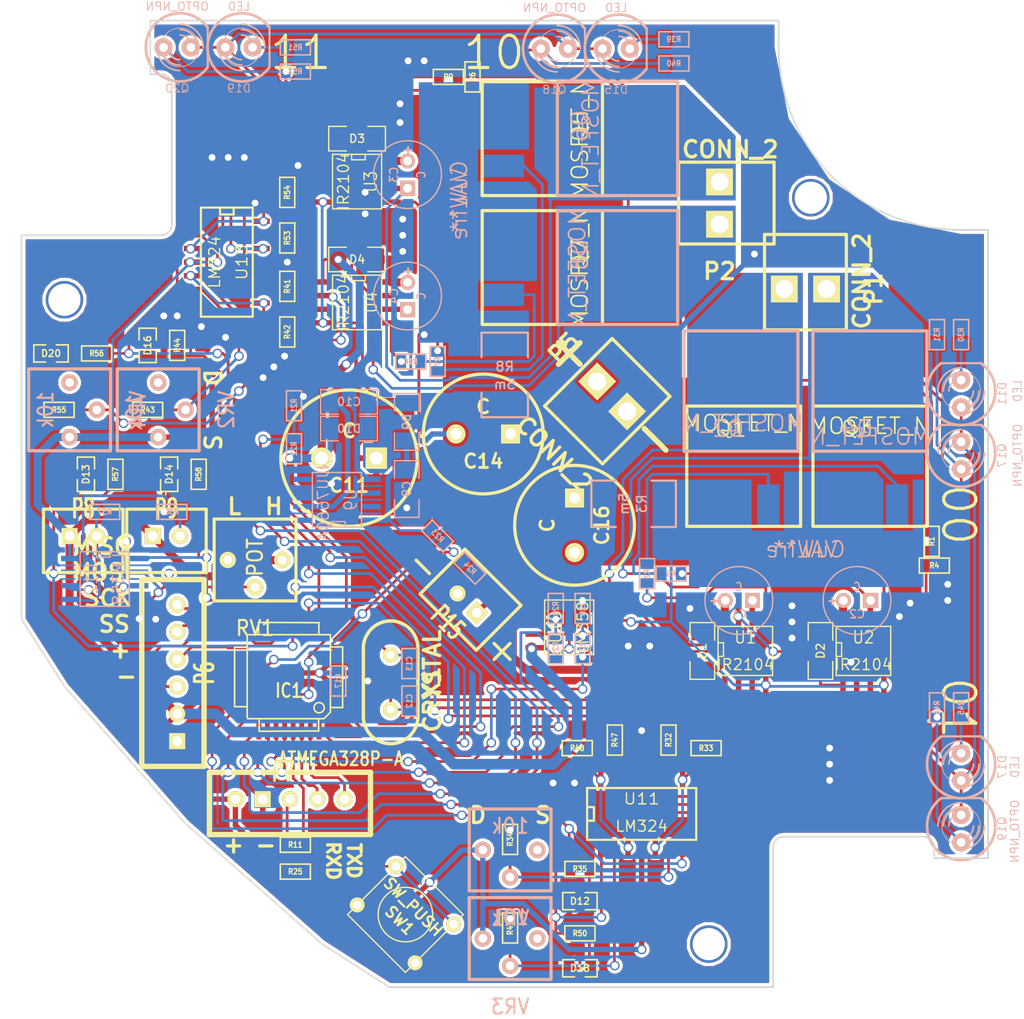
<source format=kicad_pcb>
(kicad_pcb (version 3) (host pcbnew "(2013-06-18 BZR 4216)-testing")
  (layers (15 F.Cu signal) (0 B.Cu signal) (18 B.Paste user) (19 F.Paste user) (20 B.SilkS user) (21 F.SilkS user) (22 B.Mask user) (23 F.Mask user) (28 Edge.Cuts user))
  (net 0 "")
  (net 1 +5V)
  (net 2 +BATT)
  (net 3 BatteryVoltage0)
  (net 4 Current0)
  (net 5 Current1)
  (net 6 CurrentTTL0)
  (net 7 CurrentTTL1)
  (net 8 GND)
  (net 9 GateDrive0)
  (net 10 GateDriveVoltage0)
  (net 11 IN00)
  (net 12 IN01)
  (net 13 IN10)
  (net 14 IN11)
  (net 15 Line00)
  (net 16 Line01)
  (net 17 Line10)
  (net 18 Line11)
  (net 19 MISO0)
  (net 20 MOSI0)
  (net 21 N-000001)
  (net 22 N-0000010)
  (net 23 N-0000011)
  (net 24 N-0000012)
  (net 25 N-0000013)
  (net 26 N-0000014)
  (net 27 N-0000017)
  (net 28 N-0000018)
  (net 29 N-0000019)
  (net 30 N-000002)
  (net 31 N-0000020)
  (net 32 N-0000021)
  (net 33 N-0000022)
  (net 34 N-0000024)
  (net 35 N-0000027)
  (net 36 N-0000028)
  (net 37 N-0000029)
  (net 38 N-0000030)
  (net 39 N-0000032)
  (net 40 N-0000033)
  (net 41 N-0000034)
  (net 42 N-0000035)
  (net 43 N-0000036)
  (net 44 N-0000040)
  (net 45 N-0000041)
  (net 46 N-0000042)
  (net 47 N-0000046)
  (net 48 N-0000047)
  (net 49 N-0000048)
  (net 50 N-0000049)
  (net 51 N-000005)
  (net 52 N-0000050)
  (net 53 N-0000057)
  (net 54 N-0000058)
  (net 55 N-0000059)
  (net 56 N-000006)
  (net 57 N-0000060)
  (net 58 N-0000061)
  (net 59 N-0000063)
  (net 60 N-0000064)
  (net 61 N-0000065)
  (net 62 N-0000068)
  (net 63 N-0000069)
  (net 64 N-0000070)
  (net 65 N-0000071)
  (net 66 N-0000072)
  (net 67 N-0000073)
  (net 68 N-0000074)
  (net 69 N-0000076)
  (net 70 N-0000077)
  (net 71 N-0000078)
  (net 72 N-0000079)
  (net 73 N-000008)
  (net 74 N-0000080)
  (net 75 N-0000081)
  (net 76 N-0000084)
  (net 77 N-0000086)
  (net 78 N-0000088)
  (net 79 N-0000089)
  (net 80 N-0000091)
  (net 81 N-0000092)
  (net 82 N-0000093)
  (net 83 PWM0)
  (net 84 PWM1)
  (net 85 RST)
  (net 86 RSTex)
  (net 87 RXD)
  (net 88 SCK0)
  (net 89 SS0)
  (net 90 TXD)
  (net 91 Temperature0)
  (net 92 Temperature1)
  (net 93 Threshold0)
  (module XH2 (layer F.Cu) (at 93.5 104.25 135)
    (fp_text reference P15 (at 0 -2.54 135) (layer F.SilkS) (effects (font (size 1.72974 1.08712) (thickness 0.3048))))
    (fp_text value CONN_2 hide)
    (pad 1 thru_hole rect (at -1.27 0 135) (size 1.5 1.5) (drill 0.9) (layers *.Cu *.Mask F.SilkS) (net 9 GateDrive0))
    (pad 2 thru_hole circle (at 1.27 0 135) (size 1.5 1.5) (drill 0.9) (layers *.Cu *.Mask F.SilkS) (net 8 GND))
  )
  (module LED-5MM (layer B.Cu) (at 139.5 90.5 90)
    (fp_text reference Q17 (at 0 3.81 90) (layer B.SilkS) (effects (font (size 0.762 0.762) (thickness 0.0889)) (justify mirror)))
    (fp_text value OPTO_NPN (at 0 5.25 90) (layer B.SilkS) (effects (font (size 0.762 0.762) (thickness 0.0889)) (justify mirror)))
    (pad 1 thru_hole circle (at -1.27 0 90) (size 1.6764 1.6764) (drill 0.8128) (layers *.Cu B.Paste B.SilkS B.Mask) (net 56 N-000006))
    (pad 2 thru_hole circle (at 1.27 0 90) (size 1.6764 1.6764) (drill 0.8128) (layers *.Cu B.Paste B.SilkS B.Mask) (net 1 +5V))
  )
  (module C1V6.3 (layer B.Cu) (at 118.8 104)
    (fp_text reference C1 (at 0 1.26746) (layer B.SilkS) (effects (font (size 0.762 0.762) (thickness 0.127)) (justify mirror)))
    (fp_text value C (at 0 -1.27) (layer B.SilkS) (effects (font (size 0.762 0.635) (thickness 0.127)) (justify mirror)))
    (fp_text user + (at -2.286 0) (layer B.SilkS) (effects (font (size 0.762 0.762) (thickness 0.2032)) (justify mirror)))
    (pad 1 thru_hole circle (at -1.27 0) (size 1.397 1.397) (drill 0.8128) (layers *.Cu *.Mask B.SilkS) (net 68 N-0000074))
    (pad 2 thru_hole rect (at 1.27 0) (size 1.397 1.397) (drill 0.8128) (layers *.Cu *.Mask B.SilkS) (net 70 N-0000077))
  )
  (module C1V6.3 (layer B.Cu) (at 129.8 104)
    (fp_text reference C2 (at 0 1.26746) (layer B.SilkS) (effects (font (size 0.762 0.762) (thickness 0.127)) (justify mirror)))
    (fp_text value C (at 0 -1.27) (layer B.SilkS) (effects (font (size 0.762 0.635) (thickness 0.127)) (justify mirror)))
    (fp_text user + (at -2.286 0) (layer B.SilkS) (effects (font (size 0.762 0.762) (thickness 0.2032)) (justify mirror)))
    (pad 1 thru_hole circle (at -1.27 0) (size 1.397 1.397) (drill 0.8128) (layers *.Cu *.Mask B.SilkS) (net 61 N-0000065))
    (pad 2 thru_hole rect (at 1.27 0) (size 1.397 1.397) (drill 0.8128) (layers *.Cu *.Mask B.SilkS) (net 64 N-0000070))
  )
  (module C1V6.3 (layer B.Cu) (at 87.95 64.35 270)
    (fp_text reference C3 (at 0 1.26746 270) (layer B.SilkS) (effects (font (size 0.762 0.762) (thickness 0.127)) (justify mirror)))
    (fp_text value C (at 0 -1.27 270) (layer B.SilkS) (effects (font (size 0.762 0.635) (thickness 0.127)) (justify mirror)))
    (fp_text user + (at -2.286 0 270) (layer B.SilkS) (effects (font (size 0.762 0.762) (thickness 0.2032)) (justify mirror)))
    (pad 1 thru_hole circle (at -1.27 0 270) (size 1.397 1.397) (drill 0.8128) (layers *.Cu *.Mask B.SilkS) (net 77 N-0000086))
    (pad 2 thru_hole rect (at 1.27 0 270) (size 1.397 1.397) (drill 0.8128) (layers *.Cu *.Mask B.SilkS) (net 71 N-0000078))
  )
  (module C1V6.3 (layer B.Cu) (at 87.95 75.65 270)
    (fp_text reference C4 (at 0 1.26746 270) (layer B.SilkS) (effects (font (size 0.762 0.762) (thickness 0.127)) (justify mirror)))
    (fp_text value C (at 0 -1.27 270) (layer B.SilkS) (effects (font (size 0.762 0.635) (thickness 0.127)) (justify mirror)))
    (fp_text user + (at -2.286 0 270) (layer B.SilkS) (effects (font (size 0.762 0.762) (thickness 0.2032)) (justify mirror)))
    (pad 1 thru_hole circle (at -1.27 0 270) (size 1.397 1.397) (drill 0.8128) (layers *.Cu *.Mask B.SilkS) (net 27 N-0000017))
    (pad 2 thru_hole rect (at 1.27 0 270) (size 1.397 1.397) (drill 0.8128) (layers *.Cu *.Mask B.SilkS) (net 58 N-0000061))
  )
  (module SM1206 (layer B.Cu) (at 87.875 93.625 270)
    (fp_text reference C9 (at 0 0 270) (layer B.SilkS) (effects (font (size 0.762 0.762) (thickness 0.127)) (justify mirror)))
    (fp_text value C hide)
    (pad 1 smd rect (at -1.751 0 270) (size 1.524 2.032) (layers B.Cu B.Paste B.Mask) (net 2 +BATT))
    (pad 2 smd rect (at 1.751 0 270) (size 1.524 2.032) (layers B.Cu B.Paste B.Mask) (net 8 GND))
  )
  (module SM1206 (layer B.Cu) (at 82.5 85.5 180)
    (fp_text reference C10 (at 0 0 180) (layer B.SilkS) (effects (font (size 0.762 0.762) (thickness 0.127)) (justify mirror)))
    (fp_text value C hide)
    (pad 1 smd rect (at -1.751 0 180) (size 1.524 2.032) (layers B.Cu B.Paste B.Mask) (net 44 N-0000040))
    (pad 2 smd rect (at 1.751 0 180) (size 1.524 2.032) (layers B.Cu B.Paste B.Mask) (net 26 N-0000014))
  )
  (module C2V12 (layer F.Cu) (at 82.5 90.75)
    (fp_text reference C11 (at 0 2.54) (layer F.SilkS) (effects (font (size 1.27 1.27) (thickness 0.254))))
    (fp_text value C (at 0 -2.54) (layer F.SilkS) (effects (font (size 1.27 1.27) (thickness 0.254))))
    (pad 1 thru_hole circle (at -2.54 0) (size 2 2) (drill 1.2) (layers *.Cu *.Mask F.SilkS) (net 9 GateDrive0))
    (pad 2 thru_hole rect (at 2.54 0) (size 2 2) (drill 1.2) (layers *.Cu *.Mask F.SilkS) (net 8 GND))
  )
  (module C2V10 (layer F.Cu) (at 95 88.5)
    (fp_text reference C14 (at 0 2.54) (layer F.SilkS) (effects (font (size 1.27 1.27) (thickness 0.254))))
    (fp_text value C (at 0 -2.54) (layer F.SilkS) (effects (font (size 1.27 1.27) (thickness 0.254))))
    (pad 1 thru_hole circle (at -2.54 0) (size 1.778 1.778) (drill 1.016) (layers *.Cu *.Mask F.SilkS) (net 2 +BATT))
    (pad 2 thru_hole rect (at 2.54 0) (size 1.778 1.778) (drill 1.016) (layers *.Cu *.Mask F.SilkS) (net 8 GND))
  )
  (module C2V10 (layer F.Cu) (at 103.5 97 90)
    (fp_text reference C16 (at 0 2.54 90) (layer F.SilkS) (effects (font (size 1.27 1.27) (thickness 0.254))))
    (fp_text value C (at 0 -2.54 90) (layer F.SilkS) (effects (font (size 1.27 1.27) (thickness 0.254))))
    (pad 1 thru_hole circle (at -2.54 0 90) (size 1.778 1.778) (drill 1.016) (layers *.Cu *.Mask F.SilkS) (net 2 +BATT))
    (pad 2 thru_hole rect (at 2.54 0 90) (size 1.778 1.778) (drill 1.016) (layers *.Cu *.Mask F.SilkS) (net 8 GND))
  )
  (module SM1206 (layer F.Cu) (at 115.4 108.7 90)
    (fp_text reference D1 (at 0 0 90) (layer F.SilkS) (effects (font (size 0.762 0.762) (thickness 0.127))))
    (fp_text value DIODE hide)
    (pad 1 smd rect (at -1.751 0 90) (size 1.524 2.032) (layers F.Cu F.Paste F.Mask) (net 9 GateDrive0))
    (pad 2 smd rect (at 1.751 0 90) (size 1.524 2.032) (layers F.Cu F.Paste F.Mask) (net 68 N-0000074))
  )
  (module SM1206 (layer F.Cu) (at 126.4 108.7 90)
    (fp_text reference D2 (at 0 0 90) (layer F.SilkS) (effects (font (size 0.762 0.762) (thickness 0.127))))
    (fp_text value DIODE hide)
    (pad 1 smd rect (at -1.751 0 90) (size 1.524 2.032) (layers F.Cu F.Paste F.Mask) (net 9 GateDrive0))
    (pad 2 smd rect (at 1.751 0 90) (size 1.524 2.032) (layers F.Cu F.Paste F.Mask) (net 61 N-0000065))
  )
  (module SM1206 (layer F.Cu) (at 83.25 61)
    (fp_text reference D3 (at 0 0) (layer F.SilkS) (effects (font (size 0.762 0.762) (thickness 0.127))))
    (fp_text value DIODE hide)
    (pad 1 smd rect (at -1.751 0) (size 1.524 2.032) (layers F.Cu F.Paste F.Mask) (net 9 GateDrive0))
    (pad 2 smd rect (at 1.751 0) (size 1.524 2.032) (layers F.Cu F.Paste F.Mask) (net 77 N-0000086))
  )
  (module SM1206 (layer F.Cu) (at 83.25 72.25)
    (fp_text reference D4 (at 0 0) (layer F.SilkS) (effects (font (size 0.762 0.762) (thickness 0.127))))
    (fp_text value DIODE hide)
    (pad 1 smd rect (at -1.751 0) (size 1.524 2.032) (layers F.Cu F.Paste F.Mask) (net 9 GateDrive0))
    (pad 2 smd rect (at 1.751 0) (size 1.524 2.032) (layers F.Cu F.Paste F.Mask) (net 27 N-0000017))
  )
  (module SM1206 (layer B.Cu) (at 87.875 87.375 90)
    (fp_text reference D9 (at 0 0 90) (layer B.SilkS) (effects (font (size 0.762 0.762) (thickness 0.127)) (justify mirror)))
    (fp_text value DIODE hide)
    (pad 1 smd rect (at -1.751 0 90) (size 1.524 2.032) (layers B.Cu B.Paste B.Mask) (net 2 +BATT))
    (pad 2 smd rect (at 1.751 0 90) (size 1.524 2.032) (layers B.Cu B.Paste B.Mask) (net 44 N-0000040))
  )
  (module SM1206 (layer B.Cu) (at 82.5 88 180)
    (fp_text reference D10 (at 0 0 180) (layer B.SilkS) (effects (font (size 0.762 0.762) (thickness 0.127)) (justify mirror)))
    (fp_text value DIODE hide)
    (pad 1 smd rect (at -1.751 0 180) (size 1.524 2.032) (layers B.Cu B.Paste B.Mask) (net 44 N-0000040))
    (pad 2 smd rect (at 1.751 0 180) (size 1.524 2.032) (layers B.Cu B.Paste B.Mask) (net 9 GateDrive0))
  )
  (module LED-5MM (layer B.Cu) (at 139.5 84.75 90)
    (fp_text reference D11 (at 0 3.81 90) (layer B.SilkS) (effects (font (size 0.762 0.762) (thickness 0.0889)) (justify mirror)))
    (fp_text value LED (at 0.25 5.25 90) (layer B.SilkS) (effects (font (size 0.762 0.762) (thickness 0.0889)) (justify mirror)))
    (pad 1 thru_hole circle (at -1.27 0 90) (size 1.6764 1.6764) (drill 0.8128) (layers *.Cu B.Paste B.SilkS B.Mask) (net 1 +5V))
    (pad 2 thru_hole circle (at 1.27 0 90) (size 1.6764 1.6764) (drill 0.8128) (layers *.Cu B.Paste B.SilkS B.Mask) (net 73 N-000008))
  )
  (module LED-5MM (layer B.Cu) (at 107.375 52.625)
    (fp_text reference D15 (at 0 3.81) (layer B.SilkS) (effects (font (size 0.762 0.762) (thickness 0.0889)) (justify mirror)))
    (fp_text value LED (at 0 -3.81) (layer B.SilkS) (effects (font (size 0.762 0.762) (thickness 0.0889)) (justify mirror)))
    (pad 1 thru_hole circle (at -1.27 0) (size 1.6764 1.6764) (drill 0.8128) (layers *.Cu B.Paste B.SilkS B.Mask) (net 1 +5V))
    (pad 2 thru_hole circle (at 1.27 0) (size 1.6764 1.6764) (drill 0.8128) (layers *.Cu B.Paste B.SilkS B.Mask) (net 22 N-0000010))
  )
  (module LED-5MM (layer B.Cu) (at 139.5 119.5 90)
    (fp_text reference D17 (at 0 3.81 90) (layer B.SilkS) (effects (font (size 0.762 0.762) (thickness 0.0889)) (justify mirror)))
    (fp_text value LED (at 0 5 90) (layer B.SilkS) (effects (font (size 0.762 0.762) (thickness 0.0889)) (justify mirror)))
    (pad 1 thru_hole circle (at -1.27 0 90) (size 1.6764 1.6764) (drill 0.8128) (layers *.Cu B.Paste B.SilkS B.Mask) (net 1 +5V))
    (pad 2 thru_hole circle (at 1.27 0 90) (size 1.6764 1.6764) (drill 0.8128) (layers *.Cu B.Paste B.SilkS B.Mask) (net 52 N-0000050))
  )
  (module LED-5MM (layer B.Cu) (at 72.25 52.5)
    (fp_text reference D19 (at 0 3.81) (layer B.SilkS) (effects (font (size 0.762 0.762) (thickness 0.0889)) (justify mirror)))
    (fp_text value LED (at 0 -3.81) (layer B.SilkS) (effects (font (size 0.762 0.762) (thickness 0.0889)) (justify mirror)))
    (pad 1 thru_hole circle (at -1.27 0) (size 1.6764 1.6764) (drill 0.8128) (layers *.Cu B.Paste B.SilkS B.Mask) (net 1 +5V))
    (pad 2 thru_hole circle (at 1.27 0) (size 1.6764 1.6764) (drill 0.8128) (layers *.Cu B.Paste B.SilkS B.Mask) (net 40 N-0000033))
  )
  (module TQFP32 (layer F.Cu) (at 76.875 111.125 180)
    (fp_text reference IC1 (at 0 -1.27 180) (layer F.SilkS) (effects (font (size 1.27 1.016) (thickness 0.2032))))
    (fp_text value ATMEGA328P-A (at -4.875 -7.625 180) (layer F.SilkS) (effects (font (size 1.27 1.016) (thickness 0.2032))))
    (pad 8 smd rect (at -4.81584 2.77622 180) (size 1.99898 0.44958) (layers F.Cu F.Paste F.Mask) (net 34 N-0000024))
    (pad 7 smd rect (at -4.81584 1.97612 180) (size 1.99898 0.44958) (layers F.Cu F.Paste F.Mask) (net 31 N-0000020))
    (pad 6 smd rect (at -4.81584 1.17602 180) (size 1.99898 0.44958) (layers F.Cu F.Paste F.Mask) (net 1 +5V))
    (pad 5 smd rect (at -4.81584 0.37592 180) (size 1.99898 0.44958) (layers F.Cu F.Paste F.Mask) (net 8 GND))
    (pad 4 smd rect (at -4.81584 -0.42418 180) (size 1.99898 0.44958) (layers F.Cu F.Paste F.Mask) (net 1 +5V))
    (pad 3 smd rect (at -4.81584 -1.22428 180) (size 1.99898 0.44958) (layers F.Cu F.Paste F.Mask) (net 8 GND))
    (pad 2 smd rect (at -4.81584 -2.02438 180) (size 1.99898 0.44958) (layers F.Cu F.Paste F.Mask) (net 11 IN00))
    (pad 1 smd rect (at -4.81584 -2.82448 180) (size 1.99898 0.44958) (layers F.Cu F.Paste F.Mask) (net 14 IN11))
    (pad 24 smd rect (at 4.7498 -2.8194 180) (size 1.99898 0.44958) (layers F.Cu F.Paste F.Mask) (net 16 Line01))
    (pad 17 smd rect (at 4.7498 2.794 180) (size 1.99898 0.44958) (layers F.Cu F.Paste F.Mask) (net 88 SCK0))
    (pad 18 smd rect (at 4.7498 1.9812 180) (size 1.99898 0.44958) (layers F.Cu F.Paste F.Mask) (net 1 +5V))
    (pad 19 smd rect (at 4.7498 1.1684 180) (size 1.99898 0.44958) (layers F.Cu F.Paste F.Mask) (net 3 BatteryVoltage0))
    (pad 20 smd rect (at 4.7498 0.381 180) (size 1.99898 0.44958) (layers F.Cu F.Paste F.Mask) (net 1 +5V))
    (pad 21 smd rect (at 4.7498 -0.4318 180) (size 1.99898 0.44958) (layers F.Cu F.Paste F.Mask) (net 8 GND))
    (pad 22 smd rect (at 4.7498 -1.2192 180) (size 1.99898 0.44958) (layers F.Cu F.Paste F.Mask) (net 10 GateDriveVoltage0))
    (pad 23 smd rect (at 4.7498 -2.032 180) (size 1.99898 0.44958) (layers F.Cu F.Paste F.Mask) (net 15 Line00))
    (pad 32 smd rect (at -2.82448 -4.826 180) (size 0.44958 1.99898) (layers F.Cu F.Paste F.Mask) (net 13 IN10))
    (pad 31 smd rect (at -2.02692 -4.826 180) (size 0.44958 1.99898) (layers F.Cu F.Paste F.Mask) (net 90 TXD))
    (pad 30 smd rect (at -1.22428 -4.826 180) (size 0.44958 1.99898) (layers F.Cu F.Paste F.Mask) (net 87 RXD))
    (pad 29 smd rect (at -0.42672 -4.826 180) (size 0.44958 1.99898) (layers F.Cu F.Paste F.Mask) (net 85 RST))
    (pad 28 smd rect (at 0.37592 -4.826 180) (size 0.44958 1.99898) (layers F.Cu F.Paste F.Mask) (net 7 CurrentTTL1))
    (pad 27 smd rect (at 1.17348 -4.826 180) (size 0.44958 1.99898) (layers F.Cu F.Paste F.Mask) (net 6 CurrentTTL0))
    (pad 26 smd rect (at 1.97612 -4.826 180) (size 0.44958 1.99898) (layers F.Cu F.Paste F.Mask) (net 18 Line11))
    (pad 25 smd rect (at 2.77368 -4.826 180) (size 0.44958 1.99898) (layers F.Cu F.Paste F.Mask) (net 17 Line10))
    (pad 9 smd rect (at -2.8194 4.7752 180) (size 0.44958 1.99898) (layers F.Cu F.Paste F.Mask) (net 84 PWM1))
    (pad 10 smd rect (at -2.032 4.7752 180) (size 0.44958 1.99898) (layers F.Cu F.Paste F.Mask) (net 83 PWM0))
    (pad 11 smd rect (at -1.2192 4.7752 180) (size 0.44958 1.99898) (layers F.Cu F.Paste F.Mask) (net 12 IN01))
    (pad 12 smd rect (at -0.4318 4.7752 180) (size 0.44958 1.99898) (layers F.Cu F.Paste F.Mask) (net 92 Temperature1))
    (pad 13 smd rect (at 0.3556 4.7752 180) (size 0.44958 1.99898) (layers F.Cu F.Paste F.Mask) (net 91 Temperature0))
    (pad 14 smd rect (at 1.1684 4.7752 180) (size 0.44958 1.99898) (layers F.Cu F.Paste F.Mask) (net 89 SS0))
    (pad 15 smd rect (at 1.9812 4.7752 180) (size 0.44958 1.99898) (layers F.Cu F.Paste F.Mask) (net 20 MOSI0))
    (pad 16 smd rect (at 2.794 4.7752 180) (size 0.44958 1.99898) (layers F.Cu F.Paste F.Mask) (net 19 MISO0))
  )
  (module XH6 (layer F.Cu) (at 66.5 110.75 270)
    (fp_text reference P6 (at 0 -2.54 270) (layer F.SilkS) (effects (font (size 1.72974 1.08712) (thickness 0.3048))))
    (fp_text value CONN_6 hide)
    (pad 1 thru_hole circle (at -6.35 0 270) (size 1.5 1.5) (drill 0.9) (layers *.Cu *.Mask F.SilkS) (net 20 MOSI0))
    (pad 2 thru_hole circle (at -3.81 0 270) (size 1.5 1.5) (drill 0.9) (layers *.Cu *.Mask F.SilkS) (net 19 MISO0))
    (pad 3 thru_hole circle (at -1.27 0 270) (size 1.5 1.5) (drill 0.9) (layers *.Cu *.Mask F.SilkS) (net 88 SCK0))
    (pad 4 thru_hole circle (at 1.27 0 270) (size 1.5 1.5) (drill 0.9) (layers *.Cu *.Mask F.SilkS) (net 89 SS0))
    (pad 5 thru_hole circle (at 3.81 0 270) (size 1.5 1.5) (drill 0.9) (layers *.Cu *.Mask F.SilkS) (net 1 +5V))
    (pad 6 thru_hole rect (at 6.35 0 270) (size 1.5 1.5) (drill 0.9) (layers *.Cu *.Mask F.SilkS) (net 8 GND))
  )
  (module XH5 (layer F.Cu) (at 77 122.5)
    (fp_text reference P7 (at -0.635 -2.54) (layer F.SilkS) (effects (font (size 1.72974 1.08712) (thickness 0.3048))))
    (fp_text value CONN_5 hide)
    (pad 1 thru_hole circle (at -5.08 0) (size 1.5 1.5) (drill 0.9) (layers *.Cu *.Mask F.SilkS) (net 1 +5V))
    (pad 2 thru_hole rect (at -2.54 0) (size 1.5 1.5) (drill 0.9) (layers *.Cu *.Mask F.SilkS) (net 8 GND))
    (pad 3 thru_hole circle (at 0 0) (size 1.5 1.5) (drill 0.9) (layers *.Cu *.Mask F.SilkS) (net 86 RSTex))
    (pad 4 thru_hole circle (at 2.54 0) (size 1.5 1.5) (drill 0.9) (layers *.Cu *.Mask F.SilkS) (net 87 RXD))
    (pad 5 thru_hole circle (at 5.08 0) (size 1.5 1.5) (drill 0.9) (layers *.Cu *.Mask F.SilkS) (net 90 TXD))
  )
  (module XH2 (layer F.Cu) (at 57.75 98)
    (fp_text reference P8 (at 0 -2.54) (layer F.SilkS) (effects (font (size 1.72974 1.08712) (thickness 0.3048))))
    (fp_text value CONN_2 hide)
    (pad 1 thru_hole rect (at -1.27 0) (size 1.5 1.5) (drill 0.9) (layers *.Cu *.Mask F.SilkS) (net 1 +5V))
    (pad 2 thru_hole circle (at 1.27 0) (size 1.5 1.5) (drill 0.9) (layers *.Cu *.Mask F.SilkS) (net 82 N-0000093))
  )
  (module XH2 (layer F.Cu) (at 65.5 98)
    (fp_text reference P9 (at 0 -2.54) (layer F.SilkS) (effects (font (size 1.72974 1.08712) (thickness 0.3048))))
    (fp_text value CONN_2 hide)
    (pad 1 thru_hole rect (at -1.27 0) (size 1.5 1.5) (drill 0.9) (layers *.Cu *.Mask F.SilkS) (net 1 +5V))
    (pad 2 thru_hole circle (at 1.27 0) (size 1.5 1.5) (drill 0.9) (layers *.Cu *.Mask F.SilkS) (net 81 N-0000092))
  )
  (module LED-5MM (layer B.Cu) (at 101.625 52.625)
    (fp_text reference Q18 (at 0 3.81) (layer B.SilkS) (effects (font (size 0.762 0.762) (thickness 0.0889)) (justify mirror)))
    (fp_text value OPTO_NPN (at 0 -3.81) (layer B.SilkS) (effects (font (size 0.762 0.762) (thickness 0.0889)) (justify mirror)))
    (pad 1 thru_hole circle (at -1.27 0) (size 1.6764 1.6764) (drill 0.8128) (layers *.Cu B.Paste B.SilkS B.Mask) (net 24 N-0000012))
    (pad 2 thru_hole circle (at 1.27 0) (size 1.6764 1.6764) (drill 0.8128) (layers *.Cu B.Paste B.SilkS B.Mask) (net 1 +5V))
  )
  (module LED-5MM (layer B.Cu) (at 139.5 125.25 90)
    (fp_text reference Q19 (at 0 3.81 90) (layer B.SilkS) (effects (font (size 0.762 0.762) (thickness 0.0889)) (justify mirror)))
    (fp_text value OPTO_NPN (at -0.25 5 90) (layer B.SilkS) (effects (font (size 0.762 0.762) (thickness 0.0889)) (justify mirror)))
    (pad 1 thru_hole circle (at -1.27 0 90) (size 1.6764 1.6764) (drill 0.8128) (layers *.Cu B.Paste B.SilkS B.Mask) (net 37 N-0000029))
    (pad 2 thru_hole circle (at 1.27 0 90) (size 1.6764 1.6764) (drill 0.8128) (layers *.Cu B.Paste B.SilkS B.Mask) (net 1 +5V))
  )
  (module LED-5MM (layer B.Cu) (at 66.5 52.5)
    (fp_text reference Q20 (at 0 3.81) (layer B.SilkS) (effects (font (size 0.762 0.762) (thickness 0.0889)) (justify mirror)))
    (fp_text value OPTO_NPN (at 0 -3.81) (layer B.SilkS) (effects (font (size 0.762 0.762) (thickness 0.0889)) (justify mirror)))
    (pad 1 thru_hole circle (at -1.27 0) (size 1.6764 1.6764) (drill 0.8128) (layers *.Cu B.Paste B.SilkS B.Mask) (net 45 N-0000041))
    (pad 2 thru_hole circle (at 1.27 0) (size 1.6764 1.6764) (drill 0.8128) (layers *.Cu B.Paste B.SilkS B.Mask) (net 1 +5V))
  )
  (module SM2512 (layer B.Cu) (at 109 95 180)
    (fp_text reference R3 (at -0.762 0 450) (layer B.SilkS) (effects (font (size 0.889 0.889) (thickness 0.1524)) (justify mirror)))
    (fp_text value 5m (at 0.889 0 450) (layer B.SilkS) (effects (font (size 0.889 0.889) (thickness 0.1524)) (justify mirror)))
    (pad 1 smd rect (at -2.794 0 180) (size 2.032 4.064) (layers B.Cu B.Paste B.Mask) (net 4 Current0))
    (pad 2 smd rect (at 2.794 0 180) (size 2.032 4.064) (layers B.Cu B.Paste B.Mask) (net 8 GND))
  )
  (module SM2512 (layer B.Cu) (at 97 83 270)
    (fp_text reference R8 (at -0.762 0 540) (layer B.SilkS) (effects (font (size 0.889 0.889) (thickness 0.1524)) (justify mirror)))
    (fp_text value 5m (at 0.889 0 540) (layer B.SilkS) (effects (font (size 0.889 0.889) (thickness 0.1524)) (justify mirror)))
    (pad 1 smd rect (at -2.794 0 270) (size 2.032 4.064) (layers B.Cu B.Paste B.Mask) (net 5 Current1))
    (pad 2 smd rect (at 2.794 0 270) (size 2.032 4.064) (layers B.Cu B.Paste B.Mask) (net 8 GND))
  )
  (module SW_PUSH_SMALL (layer F.Cu) (at 87.75 133.25 135)
    (fp_text reference SW1 (at 0 -0.762 135) (layer F.SilkS) (effects (font (size 1.016 1.016) (thickness 0.2032))))
    (fp_text value SW_PUSH (at 0 1.016 135) (layer F.SilkS) (effects (font (size 1.016 1.016) (thickness 0.2032))))
    (pad 1 thru_hole circle (at 3.81 -2.54 135) (size 1.397 1.397) (drill 0.8128) (layers *.Cu *.Mask F.SilkS) (net 8 GND))
    (pad 2 thru_hole circle (at 3.81 2.54 135) (size 1.397 1.397) (drill 0.8128) (layers *.Cu *.Mask F.SilkS) (net 85 RST))
    (pad 1 thru_hole circle (at -3.81 -2.54 135) (size 1.397 1.397) (drill 0.8128) (layers *.Cu *.Mask F.SilkS) (net 8 GND))
    (pad 2 thru_hole circle (at -3.81 2.54 135) (size 1.397 1.397) (drill 0.8128) (layers *.Cu *.Mask F.SilkS) (net 85 RST))
  )
  (module HC-49V (layer F.Cu) (at 86.375 111.625 270)
    (fp_text reference X1 (at 0 -3.81 270) (layer F.SilkS) (effects (font (thickness 0.3048))))
    (fp_text value CRYSTAL (at -0.125 -3.875 270) (layer F.SilkS) (effects (font (thickness 0.3048))))
    (pad 1 thru_hole circle (at -2.54 0 270) (size 1.4224 1.4224) (drill 0.762) (layers *.Cu *.Mask F.SilkS) (net 34 N-0000024))
    (pad 2 thru_hole circle (at 2.54 0 270) (size 1.4224 1.4224) (drill 0.762) (layers *.Cu *.Mask F.SilkS) (net 31 N-0000020))
  )
  (module TO263 (layer B.Cu) (at 131 83 180)
    (fp_text reference Q4 (at 1.2 -5 180) (layer B.SilkS) (effects (font (size 1.5 1.5)) (justify mirror)))
    (fp_text value MOSFET_N (at 0 -5.75 180) (layer B.SilkS) (effects (font (size 1.5 1.5)) (justify mirror)))
    (pad G smd rect (at -2.54 -12.2 180) (size 2.08 4) (layers B.Cu B.Paste B.Mask) (net 60 N-0000064))
    (pad D smd rect (at 0 -1.45 180) (size 10 10.5) (layers B.Cu B.Paste B.Mask) (net 64 N-0000070))
    (pad S smd rect (at 2.54 -12.2 180) (size 2.08 4) (layers B.Cu B.Paste B.Mask) (net 4 Current0))
  )
  (module TO263 (layer F.Cu) (at 131 93 180)
    (fp_text reference Q3 (at 1.2 5 180) (layer F.SilkS) (effects (font (size 1.5 1.5))))
    (fp_text value MOSFET_N (at 0 5.25 180) (layer F.SilkS) (effects (font (size 1.5 1.5))))
    (pad G smd rect (at -2.54 12.2 180) (size 2.08 4) (layers F.Cu F.Paste F.Mask) (net 59 N-0000063))
    (pad D smd rect (at 0 1.45 180) (size 10 10.5) (layers F.Cu F.Paste F.Mask) (net 2 +BATT))
    (pad S smd rect (at 2.54 12.2 180) (size 2.08 4) (layers F.Cu F.Paste F.Mask) (net 64 N-0000070))
  )
  (module TO263 (layer B.Cu) (at 119 83 180)
    (fp_text reference Q2 (at 1.2 -5 180) (layer B.SilkS) (effects (font (size 1.5 1.5)) (justify mirror)))
    (fp_text value MOSFET_N (at -0.25 -4.5 180) (layer B.SilkS) (effects (font (size 1.5 1.5)) (justify mirror)))
    (pad G smd rect (at -2.54 -12.2 180) (size 2.08 4) (layers B.Cu B.Paste B.Mask) (net 65 N-0000071))
    (pad D smd rect (at 0 -1.45 180) (size 10 10.5) (layers B.Cu B.Paste B.Mask) (net 70 N-0000077))
    (pad S smd rect (at 2.54 -12.2 180) (size 2.08 4) (layers B.Cu B.Paste B.Mask) (net 4 Current0))
  )
  (module TO263 (layer F.Cu) (at 119.25 93 180)
    (fp_text reference Q1 (at 1.2 5 180) (layer F.SilkS) (effects (font (size 1.5 1.5))))
    (fp_text value MOSFET_N (at 0 5.5 180) (layer F.SilkS) (effects (font (size 1.5 1.5))))
    (pad G smd rect (at -2.54 12.2 180) (size 2.08 4) (layers F.Cu F.Paste F.Mask) (net 66 N-0000072))
    (pad D smd rect (at 0 1.45 180) (size 10 10.5) (layers F.Cu F.Paste F.Mask) (net 2 +BATT))
    (pad S smd rect (at 2.54 12.2 180) (size 2.08 4) (layers F.Cu F.Paste F.Mask) (net 70 N-0000077))
  )
  (module TO263 (layer F.Cu) (at 99 61 90)
    (fp_text reference Q5 (at 1.2 5 90) (layer F.SilkS) (effects (font (size 1.5 1.5))))
    (fp_text value MOSFET_N (at -12 5 90) (layer F.SilkS) (effects (font (size 1.5 1.5))))
    (pad G smd rect (at -2.54 12.2 90) (size 2.08 4) (layers F.Cu F.Paste F.Mask) (net 75 N-0000081))
    (pad D smd rect (at 0 1.45 90) (size 10 10.5) (layers F.Cu F.Paste F.Mask) (net 2 +BATT))
    (pad S smd rect (at 2.54 12.2 90) (size 2.08 4) (layers F.Cu F.Paste F.Mask) (net 71 N-0000078))
  )
  (module TO263 (layer B.Cu) (at 109 61 90)
    (fp_text reference Q6 (at 1.2 -5 90) (layer B.SilkS) (effects (font (size 1.5 1.5)) (justify mirror)))
    (fp_text value MOSFET_N (at 0 -4 90) (layer B.SilkS) (effects (font (size 1.5 1.5)) (justify mirror)))
    (pad G smd rect (at -2.54 -12.2 90) (size 2.08 4) (layers B.Cu B.Paste B.Mask) (net 76 N-0000084))
    (pad D smd rect (at 0 -1.45 90) (size 10 10.5) (layers B.Cu B.Paste B.Mask) (net 71 N-0000078))
    (pad S smd rect (at 2.54 -12.2 90) (size 2.08 4) (layers B.Cu B.Paste B.Mask) (net 5 Current1))
  )
  (module TO263 (layer F.Cu) (at 99 73 90)
    (fp_text reference Q7 (at 1.2 5 90) (layer F.SilkS) (effects (font (size 1.5 1.5))))
    (fp_text value MOSFET_N (at 12 5 90) (layer F.SilkS) (effects (font (size 1.5 1.5))))
    (pad G smd rect (at -2.54 12.2 90) (size 2.08 4) (layers F.Cu F.Paste F.Mask) (net 74 N-0000080))
    (pad D smd rect (at 0 1.45 90) (size 10 10.5) (layers F.Cu F.Paste F.Mask) (net 2 +BATT))
    (pad S smd rect (at 2.54 12.2 90) (size 2.08 4) (layers F.Cu F.Paste F.Mask) (net 58 N-0000061))
  )
  (module TO263 (layer B.Cu) (at 109 73 90)
    (fp_text reference Q8 (at 1.2 -5 90) (layer B.SilkS) (effects (font (size 1.5 1.5)) (justify mirror)))
    (fp_text value MOSFET_N (at 0 -5.25 90) (layer B.SilkS) (effects (font (size 1.5 1.5)) (justify mirror)))
    (pad G smd rect (at -2.54 -12.2 90) (size 2.08 4) (layers B.Cu B.Paste B.Mask) (net 72 N-0000079))
    (pad D smd rect (at 0 -1.45 90) (size 10 10.5) (layers B.Cu B.Paste B.Mask) (net 58 N-0000061))
    (pad S smd rect (at 2.54 -12.2 90) (size 2.08 4) (layers B.Cu B.Paste B.Mask) (net 5 Current1))
  )
  (module VH (layer F.Cu) (at 107 85 315)
    (fp_text reference P5 (at -6.35 0 405) (layer F.SilkS) (effects (font (thickness 0.3048))))
    (fp_text value CONN_2 (at 0 7.62 315) (layer F.SilkS) (effects (font (thickness 0.3048))))
    (pad 2 thru_hole rect (at 1.9685 0 315) (size 2.49936 2.49936) (drill 1.65) (layers *.Cu *.Mask F.SilkS) (net 8 GND))
    (pad 1 thru_hole rect (at -1.9685 0 315) (size 2.49936 2.49936) (drill 1.65) (layers *.Cu *.Mask F.SilkS) (net 2 +BATT))
  )
  (module VH (layer F.Cu) (at 117 67 90)
    (fp_text reference P2 (at -6.35 0 180) (layer F.SilkS) (effects (font (thickness 0.3048))))
    (fp_text value CONN_2 (at -7.25 13.25 90) (layer F.SilkS) (effects (font (thickness 0.3048))))
    (pad 2 thru_hole rect (at 1.9685 0 90) (size 2.49936 2.49936) (drill 1.65) (layers *.Cu *.Mask F.SilkS) (net 71 N-0000078))
    (pad 1 thru_hole rect (at -1.9685 0 90) (size 2.49936 2.49936) (drill 1.65) (layers *.Cu *.Mask F.SilkS) (net 58 N-0000061))
  )
  (module VH (layer F.Cu) (at 125 75 180)
    (fp_text reference P1 (at -6.35 0 270) (layer F.SilkS) (effects (font (thickness 0.3048))))
    (fp_text value CONN_2 (at 7 13 180) (layer F.SilkS) (effects (font (thickness 0.3048))))
    (pad 2 thru_hole rect (at 1.9685 0 180) (size 2.49936 2.49936) (drill 1.65) (layers *.Cu *.Mask F.SilkS) (net 70 N-0000077))
    (pad 1 thru_hole rect (at -1.9685 0 180) (size 2.49936 2.49936) (drill 1.65) (layers *.Cu *.Mask F.SilkS) (net 64 N-0000070))
  )
  (module CuWire (layer B.Cu) (at 125 99.25)
    (fp_text reference CuWire (at 0 0) (layer B.SilkS) (effects (font (size 1.5 1.5)) (justify mirror)))
    (fp_text value VAL** (at 0 0) (layer B.SilkS) (effects (font (size 1.5 1.5)) (justify mirror)))
    (pad 1 smd rect (at 0 0) (size 21.75 3) (layers B.Cu B.Paste B.Mask) (net 4 Current0))
  )
  (module CuWire (layer B.Cu) (at 92.75 66.75 90)
    (fp_text reference CuWire (at 0 0 90) (layer B.SilkS) (effects (font (size 1.5 1.5)) (justify mirror)))
    (fp_text value VAL** (at 0 0 90) (layer B.SilkS) (effects (font (size 1.5 1.5)) (justify mirror)))
    (pad 1 smd rect (at 0 0 90) (size 21.75 3) (layers B.Cu B.Paste B.Mask) (net 5 Current1))
  )
  (module RV2sq (layer F.Cu) (at 73.75 101.5 180)
    (fp_text reference RV1 (at 0 -5.08 180) (layer F.SilkS) (effects (font (size 1.397 1.27) (thickness 0.2032))))
    (fp_text value POT (at 0 1.5 270) (layer F.SilkS) (effects (font (size 1.397 1.27) (thickness 0.2032))))
    (pad 1 thru_hole circle (at -2.54 1.27 180) (size 1.524 1.524) (drill 0.8128) (layers *.Cu *.Mask F.SilkS) (net 1 +5V))
    (pad 2 thru_hole circle (at 0 -1.27 180) (size 1.524 1.524) (drill 0.8128) (layers *.Cu *.Mask F.SilkS) (net 93 Threshold0))
    (pad 3 thru_hole circle (at 2.54 1.27 180) (size 1.524 1.524) (drill 0.8128) (layers *.Cu *.Mask F.SilkS) (net 8 GND))
  )
  (module RV2sq (layer B.Cu) (at 97.5 128.5)
    (fp_text reference VR1 (at 0 5.08) (layer B.SilkS) (effects (font (size 1.397 1.27) (thickness 0.2032)) (justify mirror)))
    (fp_text value 10k (at 0 -3.5) (layer B.SilkS) (effects (font (size 1.397 1.27) (thickness 0.2032)) (justify mirror)))
    (pad 1 thru_hole circle (at -2.54 -1.27) (size 1.524 1.524) (drill 0.8128) (layers *.Cu *.Mask B.SilkS) (net 1 +5V))
    (pad 2 thru_hole circle (at 0 1.27) (size 1.524 1.524) (drill 0.8128) (layers *.Cu *.Mask B.SilkS) (net 21 N-000001))
    (pad 3 thru_hole circle (at 2.54 -1.27) (size 1.524 1.524) (drill 0.8128) (layers *.Cu *.Mask B.SilkS))
  )
  (module RV2sq (layer B.Cu) (at 66 86.25 90)
    (fp_text reference VR2 (at 0 5.08 90) (layer B.SilkS) (effects (font (size 1.397 1.27) (thickness 0.2032)) (justify mirror)))
    (fp_text value 10k (at -0.25 -3.5 90) (layer B.SilkS) (effects (font (size 1.397 1.27) (thickness 0.2032)) (justify mirror)))
    (pad 1 thru_hole circle (at -2.54 -1.27 90) (size 1.524 1.524) (drill 0.8128) (layers *.Cu *.Mask B.SilkS) (net 1 +5V))
    (pad 2 thru_hole circle (at 0 1.27 90) (size 1.524 1.524) (drill 0.8128) (layers *.Cu *.Mask B.SilkS) (net 36 N-0000028))
    (pad 3 thru_hole circle (at 2.54 -1.27 90) (size 1.524 1.524) (drill 0.8128) (layers *.Cu *.Mask B.SilkS))
  )
  (module RV2sq (layer B.Cu) (at 97.5 136.75)
    (fp_text reference VR3 (at 0 5.08) (layer B.SilkS) (effects (font (size 1.397 1.27) (thickness 0.2032)) (justify mirror)))
    (fp_text value 10k (at 0 -3.25) (layer B.SilkS) (effects (font (size 1.397 1.27) (thickness 0.2032)) (justify mirror)))
    (pad 1 thru_hole circle (at -2.54 -1.27) (size 1.524 1.524) (drill 0.8128) (layers *.Cu *.Mask B.SilkS) (net 1 +5V))
    (pad 2 thru_hole circle (at 0 1.27) (size 1.524 1.524) (drill 0.8128) (layers *.Cu *.Mask B.SilkS) (net 48 N-0000047))
    (pad 3 thru_hole circle (at 2.54 -1.27) (size 1.524 1.524) (drill 0.8128) (layers *.Cu *.Mask B.SilkS))
  )
  (module RV2sq (layer B.Cu) (at 57.75 86.25 90)
    (fp_text reference VR4 (at 0 5.08 90) (layer B.SilkS) (effects (font (size 1.397 1.27) (thickness 0.2032)) (justify mirror)))
    (fp_text value 10k (at 0 -3.5 90) (layer B.SilkS) (effects (font (size 1.397 1.27) (thickness 0.2032)) (justify mirror)))
    (pad 1 thru_hole circle (at -2.54 -1.27 90) (size 1.524 1.524) (drill 0.8128) (layers *.Cu *.Mask B.SilkS) (net 1 +5V))
    (pad 2 thru_hole circle (at 0 1.27 90) (size 1.524 1.524) (drill 0.8128) (layers *.Cu *.Mask B.SilkS) (net 41 N-0000034))
    (pad 3 thru_hole circle (at 2.54 -1.27 90) (size 1.524 1.524) (drill 0.8128) (layers *.Cu *.Mask B.SilkS))
  )
  (module SM0603_bigVal (layer F.Cu) (at 63.75 86.25 180)
    (fp_text reference R43 (at 0 0 180) (layer F.SilkS) (effects (font (size 0.508 0.4572) (thickness 0.1143))))
    (fp_text value 1k hide)
    (pad 1 smd rect (at -0.88 0 180) (size 0.9 1.2) (layers F.Cu F.Paste F.Mask) (net 36 N-0000028))
    (pad 2 smd rect (at 0.88 0 180) (size 0.9 1.2) (layers F.Cu F.Paste F.Mask) (net 8 GND))
  )
  (module SM0603_bigVal (layer F.Cu) (at 77.5 126.75)
    (fp_text reference R11 (at 0 0) (layer F.SilkS) (effects (font (size 0.508 0.4572) (thickness 0.1143))))
    (fp_text value 100 hide)
    (pad 1 smd rect (at -0.88 0) (size 0.9 1.2) (layers F.Cu F.Paste F.Mask) (net 86 RSTex))
    (pad 2 smd rect (at 0.88 0) (size 0.9 1.2) (layers F.Cu F.Paste F.Mask) (net 85 RST))
  )
  (module SM0603_bigVal (layer B.Cu) (at 101.75 104.75 90)
    (fp_text reference R28 (at 0 0 90) (layer B.SilkS) (effects (font (size 0.508 0.4572) (thickness 0.1143)) (justify mirror)))
    (fp_text value 100 hide)
    (pad 1 smd rect (at -0.88 0 90) (size 0.9 1.2) (layers B.Cu B.Paste B.Mask) (net 32 N-0000021))
    (pad 2 smd rect (at 0.88 0 90) (size 0.9 1.2) (layers B.Cu B.Paste B.Mask) (net 8 GND))
  )
  (module SM0603_bigVal (layer F.Cu) (at 136.75 98.5 270)
    (fp_text reference R1 (at 0 0 270) (layer F.SilkS) (effects (font (size 0.508 0.4572) (thickness 0.1143))))
    (fp_text value 100 hide)
    (pad 1 smd rect (at -0.88 0 270) (size 0.9 1.2) (layers F.Cu F.Paste F.Mask) (net 66 N-0000072))
    (pad 2 smd rect (at 0.88 0 270) (size 0.9 1.2) (layers F.Cu F.Paste F.Mask) (net 69 N-0000076))
  )
  (module SM0603_bigVal (layer B.Cu) (at 110.25 101.5 270)
    (fp_text reference R2 (at 0 0 270) (layer B.SilkS) (effects (font (size 0.508 0.4572) (thickness 0.1143)) (justify mirror)))
    (fp_text value 100 hide)
    (pad 1 smd rect (at -0.88 0 270) (size 0.9 1.2) (layers B.Cu B.Paste B.Mask) (net 65 N-0000071))
    (pad 2 smd rect (at 0.88 0 270) (size 0.9 1.2) (layers B.Cu B.Paste B.Mask) (net 67 N-0000073))
  )
  (module SM0603_bigVal (layer F.Cu) (at 137 100.75 180)
    (fp_text reference R4 (at 0 0 180) (layer F.SilkS) (effects (font (size 0.508 0.4572) (thickness 0.1143))))
    (fp_text value 100 hide)
    (pad 1 smd rect (at -0.88 0 180) (size 0.9 1.2) (layers F.Cu F.Paste F.Mask) (net 59 N-0000063))
    (pad 2 smd rect (at 0.88 0 180) (size 0.9 1.2) (layers F.Cu F.Paste F.Mask) (net 63 N-0000069))
  )
  (module SM0603_bigVal (layer B.Cu) (at 112.5 101.5)
    (fp_text reference R5 (at 0 0) (layer B.SilkS) (effects (font (size 0.508 0.4572) (thickness 0.1143)) (justify mirror)))
    (fp_text value 100 hide)
    (pad 1 smd rect (at -0.88 0) (size 0.9 1.2) (layers B.Cu B.Paste B.Mask) (net 60 N-0000064))
    (pad 2 smd rect (at 0.88 0) (size 0.9 1.2) (layers B.Cu B.Paste B.Mask) (net 62 N-0000068))
  )
  (module SM0603_bigVal (layer F.Cu) (at 94 55.25 270)
    (fp_text reference R6 (at 0 0 270) (layer F.SilkS) (effects (font (size 0.508 0.4572) (thickness 0.1143))))
    (fp_text value 100 hide)
    (pad 1 smd rect (at -0.88 0 270) (size 0.9 1.2) (layers F.Cu F.Paste F.Mask) (net 75 N-0000081))
    (pad 2 smd rect (at 0.88 0 270) (size 0.9 1.2) (layers F.Cu F.Paste F.Mask) (net 79 N-0000089))
  )
  (module SM0603_bigVal (layer B.Cu) (at 90.75 81.75 90)
    (fp_text reference R7 (at 0 0 90) (layer B.SilkS) (effects (font (size 0.508 0.4572) (thickness 0.1143)) (justify mirror)))
    (fp_text value 100 hide)
    (pad 1 smd rect (at -0.88 0 90) (size 0.9 1.2) (layers B.Cu B.Paste B.Mask) (net 76 N-0000084))
    (pad 2 smd rect (at 0.88 0 90) (size 0.9 1.2) (layers B.Cu B.Paste B.Mask) (net 78 N-0000088))
  )
  (module SM0603_bigVal (layer F.Cu) (at 91.75 55.25 180)
    (fp_text reference R9 (at 0 0 180) (layer F.SilkS) (effects (font (size 0.508 0.4572) (thickness 0.1143))))
    (fp_text value 100 hide)
    (pad 1 smd rect (at -0.88 0 180) (size 0.9 1.2) (layers F.Cu F.Paste F.Mask) (net 74 N-0000080))
    (pad 2 smd rect (at 0.88 0 180) (size 0.9 1.2) (layers F.Cu F.Paste F.Mask) (net 28 N-0000018))
  )
  (module SM0603_bigVal (layer B.Cu) (at 88.25 81.75 180)
    (fp_text reference R10 (at 0 0 180) (layer B.SilkS) (effects (font (size 0.508 0.4572) (thickness 0.1143)) (justify mirror)))
    (fp_text value 100 hide)
    (pad 1 smd rect (at -0.88 0 180) (size 0.9 1.2) (layers B.Cu B.Paste B.Mask) (net 72 N-0000079))
    (pad 2 smd rect (at 0.88 0 180) (size 0.9 1.2) (layers B.Cu B.Paste B.Mask) (net 29 N-0000019))
  )
  (module SM0603_bigVal (layer B.Cu) (at 104.25 104.75 90)
    (fp_text reference R26 (at 0 0 90) (layer B.SilkS) (effects (font (size 0.508 0.4572) (thickness 0.1143)) (justify mirror)))
    (fp_text value 100 hide)
    (pad 1 smd rect (at -0.88 0 90) (size 0.9 1.2) (layers B.Cu B.Paste B.Mask) (net 33 N-0000022))
    (pad 2 smd rect (at 0.88 0 90) (size 0.9 1.2) (layers B.Cu B.Paste B.Mask) (net 8 GND))
  )
  (module SM0603_bigVal (layer B.Cu) (at 139.5 79.25 90)
    (fp_text reference R30 (at 0 0 90) (layer B.SilkS) (effects (font (size 0.508 0.4572) (thickness 0.1143)) (justify mirror)))
    (fp_text value 1k hide)
    (pad 1 smd rect (at -0.88 0 90) (size 0.9 1.2) (layers B.Cu B.Paste B.Mask) (net 73 N-000008))
    (pad 2 smd rect (at 0.88 0 90) (size 0.9 1.2) (layers B.Cu B.Paste B.Mask) (net 8 GND))
  )
  (module SM0603_bigVal (layer F.Cu) (at 68.5 92.25 90)
    (fp_text reference R58 (at 0 0 90) (layer F.SilkS) (effects (font (size 0.508 0.4572) (thickness 0.1143))))
    (fp_text value 1k hide)
    (pad 1 smd rect (at -0.88 0 90) (size 0.9 1.2) (layers F.Cu F.Paste F.Mask) (net 91 Temperature0))
    (pad 2 smd rect (at 0.88 0 90) (size 0.9 1.2) (layers F.Cu F.Paste F.Mask) (net 42 N-0000035))
  )
  (module SM0603_bigVal (layer F.Cu) (at 60.75 92.25 90)
    (fp_text reference R57 (at 0 0 90) (layer F.SilkS) (effects (font (size 0.508 0.4572) (thickness 0.1143))))
    (fp_text value 1k hide)
    (pad 1 smd rect (at -0.88 0 90) (size 0.9 1.2) (layers F.Cu F.Paste F.Mask) (net 92 Temperature1))
    (pad 2 smd rect (at 0.88 0 90) (size 0.9 1.2) (layers F.Cu F.Paste F.Mask) (net 43 N-0000036))
  )
  (module SM0603_bigVal (layer F.Cu) (at 59 81 180)
    (fp_text reference R56 (at 0 0 180) (layer F.SilkS) (effects (font (size 0.508 0.4572) (thickness 0.1143))))
    (fp_text value 1k hide)
    (pad 1 smd rect (at -0.88 0 180) (size 0.9 1.2) (layers F.Cu F.Paste F.Mask) (net 18 Line11))
    (pad 2 smd rect (at 0.88 0 180) (size 0.9 1.2) (layers F.Cu F.Paste F.Mask) (net 50 N-0000049))
  )
  (module SM0603_bigVal (layer F.Cu) (at 55.5 86.25 180)
    (fp_text reference R55 (at 0 0 180) (layer F.SilkS) (effects (font (size 0.508 0.4572) (thickness 0.1143))))
    (fp_text value 1k hide)
    (pad 1 smd rect (at -0.88 0 180) (size 0.9 1.2) (layers F.Cu F.Paste F.Mask) (net 41 N-0000034))
    (pad 2 smd rect (at 0.88 0 180) (size 0.9 1.2) (layers F.Cu F.Paste F.Mask) (net 8 GND))
  )
  (module SM0603_bigVal (layer F.Cu) (at 76.75 66 270)
    (fp_text reference R54 (at 0 0 270) (layer F.SilkS) (effects (font (size 0.508 0.4572) (thickness 0.1143))))
    (fp_text value 4k7 hide)
    (pad 1 smd rect (at -0.88 0 270) (size 0.9 1.2) (layers F.Cu F.Paste F.Mask) (net 39 N-0000032))
    (pad 2 smd rect (at 0.88 0 270) (size 0.9 1.2) (layers F.Cu F.Paste F.Mask) (net 46 N-0000042))
  )
  (module SM0603_bigVal (layer F.Cu) (at 76.75 70.25 270)
    (fp_text reference R53 (at 0 0 270) (layer F.SilkS) (effects (font (size 0.508 0.4572) (thickness 0.1143))))
    (fp_text value 1k hide)
    (pad 1 smd rect (at -0.88 0 270) (size 0.9 1.2) (layers F.Cu F.Paste F.Mask) (net 46 N-0000042))
    (pad 2 smd rect (at 0.88 0 270) (size 0.9 1.2) (layers F.Cu F.Paste F.Mask) (net 8 GND))
  )
  (module SM0603_bigVal (layer B.Cu) (at 77.5 54.75)
    (fp_text reference R52 (at 0 0) (layer B.SilkS) (effects (font (size 0.508 0.4572) (thickness 0.1143)) (justify mirror)))
    (fp_text value 4k7 hide)
    (pad 1 smd rect (at -0.88 0) (size 0.9 1.2) (layers B.Cu B.Paste B.Mask) (net 45 N-0000041))
    (pad 2 smd rect (at 0.88 0) (size 0.9 1.2) (layers B.Cu B.Paste B.Mask) (net 8 GND))
  )
  (module SM0603_bigVal (layer B.Cu) (at 77.5 52.5)
    (fp_text reference R51 (at 0 0) (layer B.SilkS) (effects (font (size 0.508 0.4572) (thickness 0.1143)) (justify mirror)))
    (fp_text value 1k hide)
    (pad 1 smd rect (at -0.88 0) (size 0.9 1.2) (layers B.Cu B.Paste B.Mask) (net 40 N-0000033))
    (pad 2 smd rect (at 0.88 0) (size 0.9 1.2) (layers B.Cu B.Paste B.Mask) (net 8 GND))
  )
  (module SM0603_bigVal (layer F.Cu) (at 104 135)
    (fp_text reference R50 (at 0 0) (layer F.SilkS) (effects (font (size 0.508 0.4572) (thickness 0.1143))))
    (fp_text value 1k hide)
    (pad 1 smd rect (at -0.88 0) (size 0.9 1.2) (layers F.Cu F.Paste F.Mask) (net 16 Line01))
    (pad 2 smd rect (at 0.88 0) (size 0.9 1.2) (layers F.Cu F.Paste F.Mask) (net 49 N-0000048))
  )
  (module SM0603_bigVal (layer F.Cu) (at 97.5 134.5 90)
    (fp_text reference R49 (at 0 0 90) (layer F.SilkS) (effects (font (size 0.508 0.4572) (thickness 0.1143))))
    (fp_text value 1k hide)
    (pad 1 smd rect (at -0.88 0 90) (size 0.9 1.2) (layers F.Cu F.Paste F.Mask) (net 48 N-0000047))
    (pad 2 smd rect (at 0.88 0 90) (size 0.9 1.2) (layers F.Cu F.Paste F.Mask) (net 8 GND))
  )
  (module SM0603_bigVal (layer F.Cu) (at 103.75 117.75)
    (fp_text reference R48 (at 0 0) (layer F.SilkS) (effects (font (size 0.508 0.4572) (thickness 0.1143))))
    (fp_text value 4k7 hide)
    (pad 1 smd rect (at -0.88 0) (size 0.9 1.2) (layers F.Cu F.Paste F.Mask) (net 47 N-0000046))
    (pad 2 smd rect (at 0.88 0) (size 0.9 1.2) (layers F.Cu F.Paste F.Mask) (net 38 N-0000030))
  )
  (module SM0603_bigVal (layer F.Cu) (at 107.25 117 90)
    (fp_text reference R47 (at 0 0 90) (layer F.SilkS) (effects (font (size 0.508 0.4572) (thickness 0.1143))))
    (fp_text value 1k hide)
    (pad 1 smd rect (at -0.88 0 90) (size 0.9 1.2) (layers F.Cu F.Paste F.Mask) (net 38 N-0000030))
    (pad 2 smd rect (at 0.88 0 90) (size 0.9 1.2) (layers F.Cu F.Paste F.Mask) (net 8 GND))
  )
  (module SM0603_bigVal (layer B.Cu) (at 137.25 114 90)
    (fp_text reference R46 (at 0 0 90) (layer B.SilkS) (effects (font (size 0.508 0.4572) (thickness 0.1143)) (justify mirror)))
    (fp_text value 4k7 hide)
    (pad 1 smd rect (at -0.88 0 90) (size 0.9 1.2) (layers B.Cu B.Paste B.Mask) (net 37 N-0000029))
    (pad 2 smd rect (at 0.88 0 90) (size 0.9 1.2) (layers B.Cu B.Paste B.Mask) (net 8 GND))
  )
  (module SM0603_bigVal (layer B.Cu) (at 139.5 114 90)
    (fp_text reference R45 (at 0 0 90) (layer B.SilkS) (effects (font (size 0.508 0.4572) (thickness 0.1143)) (justify mirror)))
    (fp_text value 1k hide)
    (pad 1 smd rect (at -0.88 0 90) (size 0.9 1.2) (layers B.Cu B.Paste B.Mask) (net 52 N-0000050))
    (pad 2 smd rect (at 0.88 0 90) (size 0.9 1.2) (layers B.Cu B.Paste B.Mask) (net 8 GND))
  )
  (module SM0603_bigVal (layer F.Cu) (at 66.5 80.25 90)
    (fp_text reference R44 (at 0 0 90) (layer F.SilkS) (effects (font (size 0.508 0.4572) (thickness 0.1143))))
    (fp_text value 1k hide)
    (pad 1 smd rect (at -0.88 0 90) (size 0.9 1.2) (layers F.Cu F.Paste F.Mask) (net 17 Line10))
    (pad 2 smd rect (at 0.88 0 90) (size 0.9 1.2) (layers F.Cu F.Paste F.Mask) (net 25 N-0000013))
  )
  (module SM0603_bigVal (layer F.Cu) (at 76.75 79 90)
    (fp_text reference R42 (at 0 0 90) (layer F.SilkS) (effects (font (size 0.508 0.4572) (thickness 0.1143))))
    (fp_text value 4k7 hide)
    (pad 1 smd rect (at -0.88 0 90) (size 0.9 1.2) (layers F.Cu F.Paste F.Mask) (net 35 N-0000027))
    (pad 2 smd rect (at 0.88 0 90) (size 0.9 1.2) (layers F.Cu F.Paste F.Mask) (net 23 N-0000011))
  )
  (module SM0603_bigVal (layer F.Cu) (at 76.75 74.75 90)
    (fp_text reference R41 (at 0 0 90) (layer F.SilkS) (effects (font (size 0.508 0.4572) (thickness 0.1143))))
    (fp_text value 1k hide)
    (pad 1 smd rect (at -0.88 0 90) (size 0.9 1.2) (layers F.Cu F.Paste F.Mask) (net 23 N-0000011))
    (pad 2 smd rect (at 0.88 0 90) (size 0.9 1.2) (layers F.Cu F.Paste F.Mask) (net 8 GND))
  )
  (module SM0603_bigVal (layer B.Cu) (at 112.75 54)
    (fp_text reference R40 (at 0 0) (layer B.SilkS) (effects (font (size 0.508 0.4572) (thickness 0.1143)) (justify mirror)))
    (fp_text value 4k7 hide)
    (pad 1 smd rect (at -0.88 0) (size 0.9 1.2) (layers B.Cu B.Paste B.Mask) (net 24 N-0000012))
    (pad 2 smd rect (at 0.88 0) (size 0.9 1.2) (layers B.Cu B.Paste B.Mask) (net 8 GND))
  )
  (module SM0603_bigVal (layer B.Cu) (at 112.75 51.75)
    (fp_text reference R39 (at 0 0) (layer B.SilkS) (effects (font (size 0.508 0.4572) (thickness 0.1143)) (justify mirror)))
    (fp_text value 1k hide)
    (pad 1 smd rect (at -0.88 0) (size 0.9 1.2) (layers B.Cu B.Paste B.Mask) (net 22 N-0000010))
    (pad 2 smd rect (at 0.88 0) (size 0.9 1.2) (layers B.Cu B.Paste B.Mask) (net 8 GND))
  )
  (module SM0603_bigVal (layer B.Cu) (at 66 95.75)
    (fp_text reference R38 (at 0 0) (layer B.SilkS) (effects (font (size 0.508 0.4572) (thickness 0.1143)) (justify mirror)))
    (fp_text value 4k7 hide)
    (pad 1 smd rect (at -0.88 0) (size 0.9 1.2) (layers B.Cu B.Paste B.Mask) (net 8 GND))
    (pad 2 smd rect (at 0.88 0) (size 0.9 1.2) (layers B.Cu B.Paste B.Mask) (net 81 N-0000092))
  )
  (module SM0603_bigVal (layer B.Cu) (at 59.75 95.75)
    (fp_text reference R37 (at 0 0) (layer B.SilkS) (effects (font (size 0.508 0.4572) (thickness 0.1143)) (justify mirror)))
    (fp_text value 4k7 hide)
    (pad 1 smd rect (at -0.88 0) (size 0.9 1.2) (layers B.Cu B.Paste B.Mask) (net 82 N-0000093))
    (pad 2 smd rect (at 0.88 0) (size 0.9 1.2) (layers B.Cu B.Paste B.Mask) (net 8 GND))
  )
  (module SM0603_bigVal (layer F.Cu) (at 104 129)
    (fp_text reference R35 (at 0 0) (layer F.SilkS) (effects (font (size 0.508 0.4572) (thickness 0.1143))))
    (fp_text value 1k hide)
    (pad 1 smd rect (at -0.88 0) (size 0.9 1.2) (layers F.Cu F.Paste F.Mask) (net 15 Line00))
    (pad 2 smd rect (at 0.88 0) (size 0.9 1.2) (layers F.Cu F.Paste F.Mask) (net 80 N-0000091))
  )
  (module SM0603_bigVal (layer F.Cu) (at 97.5 126.25 90)
    (fp_text reference R34 (at 0 0 90) (layer F.SilkS) (effects (font (size 0.508 0.4572) (thickness 0.1143))))
    (fp_text value 1k hide)
    (pad 1 smd rect (at -0.88 0 90) (size 0.9 1.2) (layers F.Cu F.Paste F.Mask) (net 21 N-000001))
    (pad 2 smd rect (at 0.88 0 90) (size 0.9 1.2) (layers F.Cu F.Paste F.Mask) (net 8 GND))
  )
  (module SM0603_bigVal (layer F.Cu) (at 115.75 117.75 180)
    (fp_text reference R33 (at 0 0 180) (layer F.SilkS) (effects (font (size 0.508 0.4572) (thickness 0.1143))))
    (fp_text value 4k7 hide)
    (pad 1 smd rect (at -0.88 0 180) (size 0.9 1.2) (layers F.Cu F.Paste F.Mask) (net 30 N-000002))
    (pad 2 smd rect (at 0.88 0 180) (size 0.9 1.2) (layers F.Cu F.Paste F.Mask) (net 51 N-000005))
  )
  (module SM0603_bigVal (layer F.Cu) (at 112.25 117 90)
    (fp_text reference R32 (at 0 0 90) (layer F.SilkS) (effects (font (size 0.508 0.4572) (thickness 0.1143))))
    (fp_text value 1k hide)
    (pad 1 smd rect (at -0.88 0 90) (size 0.9 1.2) (layers F.Cu F.Paste F.Mask) (net 51 N-000005))
    (pad 2 smd rect (at 0.88 0 90) (size 0.9 1.2) (layers F.Cu F.Paste F.Mask) (net 8 GND))
  )
  (module SM0603_bigVal (layer B.Cu) (at 137.25 79.25 90)
    (fp_text reference R31 (at 0 0 90) (layer B.SilkS) (effects (font (size 0.508 0.4572) (thickness 0.1143)) (justify mirror)))
    (fp_text value 4k7 hide)
    (pad 1 smd rect (at -0.88 0 90) (size 0.9 1.2) (layers B.Cu B.Paste B.Mask) (net 56 N-000006))
    (pad 2 smd rect (at 0.88 0 90) (size 0.9 1.2) (layers B.Cu B.Paste B.Mask) (net 8 GND))
  )
  (module SM0603_bigVal (layer B.Cu) (at 101.75 108.5 90)
    (fp_text reference R29 (at 0 0 90) (layer B.SilkS) (effects (font (size 0.508 0.4572) (thickness 0.1143)) (justify mirror)))
    (fp_text value 10k hide)
    (pad 1 smd rect (at -0.88 0 90) (size 0.9 1.2) (layers B.Cu B.Paste B.Mask) (net 7 CurrentTTL1))
    (pad 2 smd rect (at 0.88 0 90) (size 0.9 1.2) (layers B.Cu B.Paste B.Mask) (net 32 N-0000021))
  )
  (module SM0603_bigVal (layer B.Cu) (at 104.25 108.5 90)
    (fp_text reference R27 (at 0 0 90) (layer B.SilkS) (effects (font (size 0.508 0.4572) (thickness 0.1143)) (justify mirror)))
    (fp_text value 10k hide)
    (pad 1 smd rect (at -0.88 0 90) (size 0.9 1.2) (layers B.Cu B.Paste B.Mask) (net 6 CurrentTTL0))
    (pad 2 smd rect (at 0.88 0 90) (size 0.9 1.2) (layers B.Cu B.Paste B.Mask) (net 33 N-0000022))
  )
  (module SM0603_bigVal (layer F.Cu) (at 77.5 129.25)
    (fp_text reference R25 (at 0 0) (layer F.SilkS) (effects (font (size 0.508 0.4572) (thickness 0.1143))))
    (fp_text value 10k hide)
    (pad 1 smd rect (at -0.88 0) (size 0.9 1.2) (layers F.Cu F.Paste F.Mask) (net 1 +5V))
    (pad 2 smd rect (at 0.88 0) (size 0.9 1.2) (layers F.Cu F.Paste F.Mask) (net 85 RST))
  )
  (module SM0603_bigVal (layer B.Cu) (at 93.75 101 135)
    (fp_text reference R24 (at 0 0 135) (layer B.SilkS) (effects (font (size 0.508 0.4572) (thickness 0.1143)) (justify mirror)))
    (fp_text value 10k hide)
    (pad 1 smd rect (at -0.88 0 135) (size 0.9 1.2) (layers B.Cu B.Paste B.Mask) (net 8 GND))
    (pad 2 smd rect (at 0.88 0 135) (size 0.9 1.2) (layers B.Cu B.Paste B.Mask) (net 3 BatteryVoltage0))
  )
  (module SM0603_bigVal (layer B.Cu) (at 90.75 98 315)
    (fp_text reference R23 (at 0 0 315) (layer B.SilkS) (effects (font (size 0.508 0.4572) (thickness 0.1143)) (justify mirror)))
    (fp_text value 10k hide)
    (pad 1 smd rect (at -0.88 0 315) (size 0.9 1.2) (layers B.Cu B.Paste B.Mask) (net 2 +BATT))
    (pad 2 smd rect (at 0.88 0 315) (size 0.9 1.2) (layers B.Cu B.Paste B.Mask) (net 3 BatteryVoltage0))
  )
  (module SM0603_bigVal (layer B.Cu) (at 77.375 89.875 90)
    (fp_text reference R22 (at 0 0 90) (layer B.SilkS) (effects (font (size 0.508 0.4572) (thickness 0.1143)) (justify mirror)))
    (fp_text value 4.7k hide)
    (pad 1 smd rect (at -0.88 0 90) (size 0.9 1.2) (layers B.Cu B.Paste B.Mask) (net 9 GateDrive0))
    (pad 2 smd rect (at 0.88 0 90) (size 0.9 1.2) (layers B.Cu B.Paste B.Mask) (net 10 GateDriveVoltage0))
  )
  (module SM0603_bigVal (layer B.Cu) (at 77.375 85.875 90)
    (fp_text reference R21 (at 0 0 90) (layer B.SilkS) (effects (font (size 0.508 0.4572) (thickness 0.1143)) (justify mirror)))
    (fp_text value 1k hide)
    (pad 1 smd rect (at -0.88 0 90) (size 0.9 1.2) (layers B.Cu B.Paste B.Mask) (net 10 GateDriveVoltage0))
    (pad 2 smd rect (at 0.88 0 90) (size 0.9 1.2) (layers B.Cu B.Paste B.Mask) (net 8 GND))
  )
  (module SM0603_bigVal (layer B.Cu) (at 81.5 111.5 270)
    (fp_text reference C17 (at 0 0 270) (layer B.SilkS) (effects (font (size 0.508 0.4572) (thickness 0.1143)) (justify mirror)))
    (fp_text value 0.1u hide)
    (pad 1 smd rect (at -0.88 0 270) (size 0.9 1.2) (layers B.Cu B.Paste B.Mask) (net 1 +5V))
    (pad 2 smd rect (at 0.88 0 270) (size 0.9 1.2) (layers B.Cu B.Paste B.Mask) (net 8 GND))
  )
  (module SM0603_bigVal (layer B.Cu) (at 88.125 109.875 90)
    (fp_text reference C13 (at 0 0 90) (layer B.SilkS) (effects (font (size 0.508 0.4572) (thickness 0.1143)) (justify mirror)))
    (fp_text value 22p hide)
    (pad 1 smd rect (at -0.88 0 90) (size 0.9 1.2) (layers B.Cu B.Paste B.Mask) (net 8 GND))
    (pad 2 smd rect (at 0.88 0 90) (size 0.9 1.2) (layers B.Cu B.Paste B.Mask) (net 34 N-0000024))
  )
  (module SM0603_bigVal (layer B.Cu) (at 88.125 113.375 270)
    (fp_text reference C12 (at 0 0 270) (layer B.SilkS) (effects (font (size 0.508 0.4572) (thickness 0.1143)) (justify mirror)))
    (fp_text value 22p hide)
    (pad 1 smd rect (at -0.88 0 270) (size 0.9 1.2) (layers B.Cu B.Paste B.Mask) (net 8 GND))
    (pad 2 smd rect (at 0.88 0 270) (size 0.9 1.2) (layers B.Cu B.Paste B.Mask) (net 31 N-0000020))
  )
  (module SM0805_bigVal (layer F.Cu) (at 54.75 81 180)
    (fp_text reference D20 (at 0 0 180) (layer F.SilkS) (effects (font (size 0.635 0.635) (thickness 0.127))))
    (fp_text value LED hide)
    (pad 1 smd rect (at -1 0 180) (size 1 1.4) (layers F.Cu F.Paste F.Mask) (net 50 N-0000049))
    (pad 2 smd rect (at 1 0 180) (size 1 1.4) (layers F.Cu F.Paste F.Mask) (net 8 GND))
  )
  (module SM0805_bigVal (layer F.Cu) (at 104 138.25 180)
    (fp_text reference D18 (at 0 0 180) (layer F.SilkS) (effects (font (size 0.635 0.635) (thickness 0.127))))
    (fp_text value LED hide)
    (pad 1 smd rect (at -1 0 180) (size 1 1.4) (layers F.Cu F.Paste F.Mask) (net 49 N-0000048))
    (pad 2 smd rect (at 1 0 180) (size 1 1.4) (layers F.Cu F.Paste F.Mask) (net 8 GND))
  )
  (module SM0805_bigVal (layer F.Cu) (at 63.75 80.25 270)
    (fp_text reference D16 (at 0 0 270) (layer F.SilkS) (effects (font (size 0.635 0.635) (thickness 0.127))))
    (fp_text value LED hide)
    (pad 1 smd rect (at -1 0 270) (size 1 1.4) (layers F.Cu F.Paste F.Mask) (net 25 N-0000013))
    (pad 2 smd rect (at 1 0 270) (size 1 1.4) (layers F.Cu F.Paste F.Mask) (net 8 GND))
  )
  (module SM0805_bigVal (layer F.Cu) (at 65.75 92.25 270)
    (fp_text reference D14 (at 0 0 270) (layer F.SilkS) (effects (font (size 0.635 0.635) (thickness 0.127))))
    (fp_text value LED hide)
    (pad 1 smd rect (at -1 0 270) (size 1 1.4) (layers F.Cu F.Paste F.Mask) (net 42 N-0000035))
    (pad 2 smd rect (at 1 0 270) (size 1 1.4) (layers F.Cu F.Paste F.Mask) (net 8 GND))
  )
  (module SM0805_bigVal (layer F.Cu) (at 58 92.25 270)
    (fp_text reference D13 (at 0 0 270) (layer F.SilkS) (effects (font (size 0.635 0.635) (thickness 0.127))))
    (fp_text value LED hide)
    (pad 1 smd rect (at -1 0 270) (size 1 1.4) (layers F.Cu F.Paste F.Mask) (net 43 N-0000036))
    (pad 2 smd rect (at 1 0 270) (size 1 1.4) (layers F.Cu F.Paste F.Mask) (net 8 GND))
  )
  (module SM0805_bigVal (layer F.Cu) (at 104 132 180)
    (fp_text reference D12 (at 0 0 180) (layer F.SilkS) (effects (font (size 0.635 0.635) (thickness 0.127))))
    (fp_text value LED hide)
    (pad 1 smd rect (at -1 0 180) (size 1 1.4) (layers F.Cu F.Paste F.Mask) (net 80 N-0000091))
    (pad 2 smd rect (at 1 0 180) (size 1 1.4) (layers F.Cu F.Paste F.Mask) (net 8 GND))
  )
  (module SO8N (layer F.Cu) (at 119.4 108.7)
    (fp_text reference U1 (at 0 -1.27) (layer F.SilkS) (effects (font (size 1.143 1.016) (thickness 0.127))))
    (fp_text value IR2104 (at 0 1.27) (layer F.SilkS) (effects (font (size 1.016 1.016) (thickness 0.127))))
    (pad 8 smd rect (at -1.905 -3.2) (size 0.508 1.743) (layers F.Cu F.Paste F.Mask) (net 68 N-0000074))
    (pad 7 smd rect (at -0.635 -3.2) (size 0.508 1.743) (layers F.Cu F.Paste F.Mask) (net 69 N-0000076))
    (pad 6 smd rect (at 0.635 -3.2) (size 0.508 1.743) (layers F.Cu F.Paste F.Mask) (net 70 N-0000077))
    (pad 5 smd rect (at 1.905 -3.2) (size 0.508 1.743) (layers F.Cu F.Paste F.Mask) (net 67 N-0000073))
    (pad 4 smd rect (at 1.905 3.2) (size 0.508 1.743) (layers F.Cu F.Paste F.Mask) (net 4 Current0))
    (pad 3 smd rect (at 0.635 3.2) (size 0.508 1.743) (layers F.Cu F.Paste F.Mask) (net 83 PWM0))
    (pad 2 smd rect (at -0.635 3.2) (size 0.508 1.743) (layers F.Cu F.Paste F.Mask) (net 11 IN00))
    (pad 1 smd rect (at -1.905 3.2) (size 0.508 1.743) (layers F.Cu F.Paste F.Mask) (net 9 GateDrive0))
  )
  (module SO8N (layer F.Cu) (at 130.4 108.7)
    (fp_text reference U2 (at 0 -1.27) (layer F.SilkS) (effects (font (size 1.143 1.016) (thickness 0.127))))
    (fp_text value IR2104 (at 0 1.27) (layer F.SilkS) (effects (font (size 1.016 1.016) (thickness 0.127))))
    (pad 8 smd rect (at -1.905 -3.2) (size 0.508 1.743) (layers F.Cu F.Paste F.Mask) (net 61 N-0000065))
    (pad 7 smd rect (at -0.635 -3.2) (size 0.508 1.743) (layers F.Cu F.Paste F.Mask) (net 63 N-0000069))
    (pad 6 smd rect (at 0.635 -3.2) (size 0.508 1.743) (layers F.Cu F.Paste F.Mask) (net 64 N-0000070))
    (pad 5 smd rect (at 1.905 -3.2) (size 0.508 1.743) (layers F.Cu F.Paste F.Mask) (net 62 N-0000068))
    (pad 4 smd rect (at 1.905 3.2) (size 0.508 1.743) (layers F.Cu F.Paste F.Mask) (net 4 Current0))
    (pad 3 smd rect (at 0.635 3.2) (size 0.508 1.743) (layers F.Cu F.Paste F.Mask) (net 83 PWM0))
    (pad 2 smd rect (at -0.635 3.2) (size 0.508 1.743) (layers F.Cu F.Paste F.Mask) (net 12 IN01))
    (pad 1 smd rect (at -1.905 3.2) (size 0.508 1.743) (layers F.Cu F.Paste F.Mask) (net 9 GateDrive0))
  )
  (module SO8N (layer F.Cu) (at 83.25 65 270)
    (fp_text reference U3 (at 0 -1.27 270) (layer F.SilkS) (effects (font (size 1.143 1.016) (thickness 0.127))))
    (fp_text value IR2104 (at 0 1.27 270) (layer F.SilkS) (effects (font (size 1.016 1.016) (thickness 0.127))))
    (pad 8 smd rect (at -1.905 -3.2 270) (size 0.508 1.743) (layers F.Cu F.Paste F.Mask) (net 77 N-0000086))
    (pad 7 smd rect (at -0.635 -3.2 270) (size 0.508 1.743) (layers F.Cu F.Paste F.Mask) (net 79 N-0000089))
    (pad 6 smd rect (at 0.635 -3.2 270) (size 0.508 1.743) (layers F.Cu F.Paste F.Mask) (net 71 N-0000078))
    (pad 5 smd rect (at 1.905 -3.2 270) (size 0.508 1.743) (layers F.Cu F.Paste F.Mask) (net 78 N-0000088))
    (pad 4 smd rect (at 1.905 3.2 270) (size 0.508 1.743) (layers F.Cu F.Paste F.Mask) (net 5 Current1))
    (pad 3 smd rect (at 0.635 3.2 270) (size 0.508 1.743) (layers F.Cu F.Paste F.Mask) (net 84 PWM1))
    (pad 2 smd rect (at -0.635 3.2 270) (size 0.508 1.743) (layers F.Cu F.Paste F.Mask) (net 13 IN10))
    (pad 1 smd rect (at -1.905 3.2 270) (size 0.508 1.743) (layers F.Cu F.Paste F.Mask) (net 9 GateDrive0))
  )
  (module SO8N (layer F.Cu) (at 83.25 76.25 270)
    (fp_text reference U4 (at 0 -1.27 270) (layer F.SilkS) (effects (font (size 1.143 1.016) (thickness 0.127))))
    (fp_text value IR2104 (at 0 1.27 270) (layer F.SilkS) (effects (font (size 1.016 1.016) (thickness 0.127))))
    (pad 8 smd rect (at -1.905 -3.2 270) (size 0.508 1.743) (layers F.Cu F.Paste F.Mask) (net 27 N-0000017))
    (pad 7 smd rect (at -0.635 -3.2 270) (size 0.508 1.743) (layers F.Cu F.Paste F.Mask) (net 28 N-0000018))
    (pad 6 smd rect (at 0.635 -3.2 270) (size 0.508 1.743) (layers F.Cu F.Paste F.Mask) (net 58 N-0000061))
    (pad 5 smd rect (at 1.905 -3.2 270) (size 0.508 1.743) (layers F.Cu F.Paste F.Mask) (net 29 N-0000019))
    (pad 4 smd rect (at 1.905 3.2 270) (size 0.508 1.743) (layers F.Cu F.Paste F.Mask) (net 5 Current1))
    (pad 3 smd rect (at 0.635 3.2 270) (size 0.508 1.743) (layers F.Cu F.Paste F.Mask) (net 84 PWM1))
    (pad 2 smd rect (at -0.635 3.2 270) (size 0.508 1.743) (layers F.Cu F.Paste F.Mask) (net 14 IN11))
    (pad 1 smd rect (at -1.905 3.2 270) (size 0.508 1.743) (layers F.Cu F.Paste F.Mask) (net 9 GateDrive0))
  )
  (module SO8N (layer B.Cu) (at 81.375 94.625 90)
    (fp_text reference U9 (at 0 1.27 90) (layer B.SilkS) (effects (font (size 1.143 1.016) (thickness 0.127)) (justify mirror)))
    (fp_text value NJU7660A (at 0 -1.27 90) (layer B.SilkS) (effects (font (size 1.016 1.016) (thickness 0.127)) (justify mirror)))
    (pad 8 smd rect (at -1.905 3.2 90) (size 0.508 1.743) (layers B.Cu B.Paste B.Mask) (net 2 +BATT))
    (pad 7 smd rect (at -0.635 3.2 90) (size 0.508 1.743) (layers B.Cu B.Paste B.Mask) (net 57 N-0000060))
    (pad 6 smd rect (at 0.635 3.2 90) (size 0.508 1.743) (layers B.Cu B.Paste B.Mask) (net 55 N-0000059))
    (pad 5 smd rect (at 1.905 3.2 90) (size 0.508 1.743) (layers B.Cu B.Paste B.Mask) (net 44 N-0000040))
    (pad 4 smd rect (at 1.905 -3.2 90) (size 0.508 1.743) (layers B.Cu B.Paste B.Mask) (net 54 N-0000058))
    (pad 3 smd rect (at 0.635 -3.2 90) (size 0.508 1.743) (layers B.Cu B.Paste B.Mask) (net 8 GND))
    (pad 2 smd rect (at -0.635 -3.2 90) (size 0.508 1.743) (layers B.Cu B.Paste B.Mask) (net 26 N-0000014))
    (pad 1 smd rect (at -1.905 -3.2 90) (size 0.508 1.743) (layers B.Cu B.Paste B.Mask) (net 53 N-0000057))
  )
  (module SO8N (layer F.Cu) (at 103 106.5 90)
    (fp_text reference U10 (at 0 -1.27 90) (layer F.SilkS) (effects (font (size 1.143 1.016) (thickness 0.127))))
    (fp_text value LM358 (at 0 1.27 90) (layer F.SilkS) (effects (font (size 1.016 1.016) (thickness 0.127))))
    (pad 8 smd rect (at -1.905 -3.2 90) (size 0.508 1.743) (layers F.Cu F.Paste F.Mask) (net 1 +5V))
    (pad 7 smd rect (at -0.635 -3.2 90) (size 0.508 1.743) (layers F.Cu F.Paste F.Mask) (net 7 CurrentTTL1))
    (pad 6 smd rect (at 0.635 -3.2 90) (size 0.508 1.743) (layers F.Cu F.Paste F.Mask) (net 32 N-0000021))
    (pad 5 smd rect (at 1.905 -3.2 90) (size 0.508 1.743) (layers F.Cu F.Paste F.Mask) (net 5 Current1))
    (pad 4 smd rect (at 1.905 3.2 90) (size 0.508 1.743) (layers F.Cu F.Paste F.Mask) (net 8 GND))
    (pad 3 smd rect (at 0.635 3.2 90) (size 0.508 1.743) (layers F.Cu F.Paste F.Mask) (net 4 Current0))
    (pad 2 smd rect (at -0.635 3.2 90) (size 0.508 1.743) (layers F.Cu F.Paste F.Mask) (net 33 N-0000022))
    (pad 1 smd rect (at -1.905 3.2 90) (size 0.508 1.743) (layers F.Cu F.Paste F.Mask) (net 6 CurrentTTL0))
  )
  (module SO8N (layer B.Cu) (at 59.75 102 270)
    (fp_text reference U12 (at 0 1.27 270) (layer B.SilkS) (effects (font (size 1.143 1.016) (thickness 0.127)) (justify mirror)))
    (fp_text value LM358 (at 0 -1.27 270) (layer B.SilkS) (effects (font (size 1.016 1.016) (thickness 0.127)) (justify mirror)))
    (pad 8 smd rect (at -1.905 3.2 270) (size 0.508 1.743) (layers B.Cu B.Paste B.Mask) (net 1 +5V))
    (pad 7 smd rect (at -0.635 3.2 270) (size 0.508 1.743) (layers B.Cu B.Paste B.Mask) (net 92 Temperature1))
    (pad 6 smd rect (at 0.635 3.2 270) (size 0.508 1.743) (layers B.Cu B.Paste B.Mask) (net 93 Threshold0))
    (pad 5 smd rect (at 1.905 3.2 270) (size 0.508 1.743) (layers B.Cu B.Paste B.Mask) (net 81 N-0000092))
    (pad 4 smd rect (at 1.905 -3.2 270) (size 0.508 1.743) (layers B.Cu B.Paste B.Mask) (net 8 GND))
    (pad 3 smd rect (at 0.635 -3.2 270) (size 0.508 1.743) (layers B.Cu B.Paste B.Mask) (net 82 N-0000093))
    (pad 2 smd rect (at -0.635 -3.2 270) (size 0.508 1.743) (layers B.Cu B.Paste B.Mask) (net 93 Threshold0))
    (pad 1 smd rect (at -1.905 -3.2 270) (size 0.508 1.743) (layers B.Cu B.Paste B.Mask) (net 91 Temperature0))
  )
  (module SO14N (layer F.Cu) (at 71.25 72.5 270)
    (fp_text reference U13 (at 0 -1.27 270) (layer F.SilkS) (effects (font (size 1.016 1.143) (thickness 0.127))))
    (fp_text value LM324 (at 0 1.27 270) (layer F.SilkS) (effects (font (size 1.016 1.016) (thickness 0.127))))
    (pad 1 smd rect (at -3.81 3.356 270) (size 0.508 1.543) (layers F.Cu F.Paste F.Mask) (net 18 Line11))
    (pad 2 smd rect (at -2.54 3.356 270) (size 0.508 1.543) (layers F.Cu F.Paste F.Mask) (net 41 N-0000034))
    (pad 3 smd rect (at -1.27 3.356 270) (size 0.508 1.543) (layers F.Cu F.Paste F.Mask) (net 39 N-0000032))
    (pad 4 smd rect (at 0 3.356 270) (size 0.508 1.543) (layers F.Cu F.Paste F.Mask) (net 1 +5V))
    (pad 5 smd rect (at 1.27 3.356 270) (size 0.508 1.543) (layers F.Cu F.Paste F.Mask) (net 35 N-0000027))
    (pad 6 smd rect (at 2.54 3.356 270) (size 0.508 1.543) (layers F.Cu F.Paste F.Mask) (net 36 N-0000028))
    (pad 7 smd rect (at 3.81 3.356 270) (size 0.508 1.543) (layers F.Cu F.Paste F.Mask) (net 17 Line10))
    (pad 8 smd rect (at 3.81 -3.102 270) (size 0.508 1.543) (layers F.Cu F.Paste F.Mask) (net 35 N-0000027))
    (pad 9 smd rect (at 2.54 -3.102 270) (size 0.508 1.543) (layers F.Cu F.Paste F.Mask) (net 23 N-0000011))
    (pad 11 smd rect (at 0 -3.104 270) (size 0.508 1.543) (layers F.Cu F.Paste F.Mask) (net 8 GND))
    (pad 12 smd rect (at -1.27 -3.102 270) (size 0.508 1.543) (layers F.Cu F.Paste F.Mask) (net 45 N-0000041))
    (pad 13 smd rect (at -2.54 -3.104 270) (size 0.508 1.543) (layers F.Cu F.Paste F.Mask) (net 46 N-0000042))
    (pad 14 smd rect (at -3.81 -3.102 270) (size 0.508 1.543) (layers F.Cu F.Paste F.Mask) (net 39 N-0000032))
    (pad 10 smd rect (at 1.27 -3.102 270) (size 0.508 1.543) (layers F.Cu F.Paste F.Mask) (net 24 N-0000012))
  )
  (module SO14N (layer F.Cu) (at 109.75 123.75)
    (fp_text reference U11 (at 0 -1.27) (layer F.SilkS) (effects (font (size 1.016 1.143) (thickness 0.127))))
    (fp_text value LM324 (at 0 1.27) (layer F.SilkS) (effects (font (size 1.016 1.016) (thickness 0.127))))
    (pad 1 smd rect (at -3.81 3.356) (size 0.508 1.543) (layers F.Cu F.Paste F.Mask) (net 16 Line01))
    (pad 2 smd rect (at -2.54 3.356) (size 0.508 1.543) (layers F.Cu F.Paste F.Mask) (net 48 N-0000047))
    (pad 3 smd rect (at -1.27 3.356) (size 0.508 1.543) (layers F.Cu F.Paste F.Mask) (net 47 N-0000046))
    (pad 4 smd rect (at 0 3.356) (size 0.508 1.543) (layers F.Cu F.Paste F.Mask) (net 1 +5V))
    (pad 5 smd rect (at 1.27 3.356) (size 0.508 1.543) (layers F.Cu F.Paste F.Mask) (net 30 N-000002))
    (pad 6 smd rect (at 2.54 3.356) (size 0.508 1.543) (layers F.Cu F.Paste F.Mask) (net 21 N-000001))
    (pad 7 smd rect (at 3.81 3.356) (size 0.508 1.543) (layers F.Cu F.Paste F.Mask) (net 15 Line00))
    (pad 8 smd rect (at 3.81 -3.102) (size 0.508 1.543) (layers F.Cu F.Paste F.Mask) (net 30 N-000002))
    (pad 9 smd rect (at 2.54 -3.102) (size 0.508 1.543) (layers F.Cu F.Paste F.Mask) (net 51 N-000005))
    (pad 11 smd rect (at 0 -3.104) (size 0.508 1.543) (layers F.Cu F.Paste F.Mask) (net 8 GND))
    (pad 12 smd rect (at -1.27 -3.102) (size 0.508 1.543) (layers F.Cu F.Paste F.Mask) (net 37 N-0000029))
    (pad 13 smd rect (at -2.54 -3.104) (size 0.508 1.543) (layers F.Cu F.Paste F.Mask) (net 38 N-0000030))
    (pad 14 smd rect (at -3.81 -3.102) (size 0.508 1.543) (layers F.Cu F.Paste F.Mask) (net 47 N-0000046))
    (pad 10 smd rect (at 1.27 -3.102) (size 0.508 1.543) (layers F.Cu F.Paste F.Mask) (net 56 N-000006))
  )
  (gr_line (start 56 112) (end 52 105.75) (angle 90) (layer Edge.Cuts) (width 0.15))
  (gr_line (start 64 70) (end 52 70) (angle 90) (layer Edge.Cuts) (width 0.15))
  (gr_line (start 52 70) (end 52 105.75) (angle 90) (layer Edge.Cuts) (width 0.15))
  (gr_line (start 80 136) (end 86.25 140) (angle 90) (layer Edge.Cuts) (width 0.15))
  (gr_line (start 122 140) (end 122 128) (angle 90) (layer Edge.Cuts) (width 0.15))
  (gr_line (start 122 140) (end 86.25 140) (angle 90) (layer Edge.Cuts) (width 0.15))
  (gr_line (start 64 55) (end 65 55) (angle 90) (layer Edge.Cuts) (width 0.15))
  (gr_line (start 64 55) (end 64 50) (angle 90) (layer Edge.Cuts) (width 0.15))
  (gr_line (start 137 128) (end 142 128) (angle 90) (layer Edge.Cuts) (width 0.15))
  (gr_line (start 136 126) (end 123 126) (angle 90) (layer Edge.Cuts) (width 0.15))
  (gr_arc (start 136 127) (end 136 126) (angle 90) (layer Edge.Cuts) (width 0.15))
  (gr_line (start 137 128) (end 137 127) (angle 90) (layer Edge.Cuts) (width 0.15))
  (gr_arc (start 123 127) (end 122 127) (angle 90) (layer Edge.Cuts) (width 0.15))
  (gr_line (start 122 128) (end 122 127) (angle 90) (layer Edge.Cuts) (width 0.15))
  (gr_line (start 66 69) (end 66 56) (angle 90) (layer Edge.Cuts) (width 0.15))
  (gr_arc (start 65 69) (end 66 69) (angle 90) (layer Edge.Cuts) (width 0.15))
  (gr_arc (start 65 56) (end 65 55) (angle 90) (layer Edge.Cuts) (width 0.15))
  (gr_line (start 64 70) (end 65 70) (angle 90) (layer Edge.Cuts) (width 0.15))
  (gr_line (start 122.5 50) (end 64 50) (angle 90) (layer Edge.Cuts) (width 0.15))
  (gr_line (start 142 69.5) (end 142 128) (angle 90) (layer Edge.Cuts) (width 0.15))
  (gr_line (start 122.5 52.5) (end 122.5 50) (angle 90) (layer Edge.Cuts) (width 0.15))
  (gr_line (start 139.5 69.5) (end 142 69.5) (angle 90) (layer Edge.Cuts) (width 0.15))
  (gr_arc (start 139.5 52.5) (end 139.5 69.5) (angle 90) (layer Edge.Cuts) (width 0.15))
  (gr_text "D    S" (at 97.5 124) (layer F.SilkS) (effects (font (size 1.5 1.5) (thickness 0.3))))
  (gr_text "D    S\n" (at 69.75 86.25 270) (layer F.SilkS) (effects (font (size 1.5 1.5) (thickness 0.3))))
  (gr_text "L  H" (at 73.75 95.25) (layer F.SilkS) (effects (font (size 1.5 1.5) (thickness 0.3))))
  (gr_line (start 67.25 124.75) (end 56 112) (angle 90) (layer Edge.Cuts) (width 0.15))
  (gr_line (start 80 136) (end 67.25 124.75) (angle 90) (layer Edge.Cuts) (width 0.15))
  (gr_line (start 88.75 100.25) (end 90 101.5) (angle 90) (layer F.SilkS) (width 0.3))
  (gr_line (start 96 109.5) (end 97.5 108) (angle 90) (layer F.SilkS) (width 0.3))
  (gr_line (start 96 108) (end 97.5 109.5) (angle 90) (layer F.SilkS) (width 0.3))
  (gr_line (start 110 88) (end 112 90) (angle 90) (layer F.SilkS) (width 0.5))
  (gr_line (start 104 80) (end 102 82) (angle 90) (layer F.SilkS) (width 0.5))
  (gr_line (start 102 80) (end 104 82) (angle 90) (layer F.SilkS) (width 0.5))
  (gr_text 11 (at 78 53) (layer F.SilkS) (effects (font (size 3 3) (thickness 0.3))))
  (gr_text 10 (at 96 53) (layer F.SilkS) (effects (font (size 3 3) (thickness 0.3))))
  (gr_text 01 (at 139.25 114 270) (layer F.SilkS) (effects (font (size 3 3) (thickness 0.3))))
  (gr_text 00 (at 139.5 96 90) (layer F.SilkS) (effects (font (size 3 3) (thickness 0.3))))
  (gr_text "MISO\nMOSI\n SCK\n  SS\n   +\n    -" (at 59.5 105) (layer F.SilkS) (effects (font (size 1.5 1.5) (thickness 0.3))))
  (gr_text "TXD\nRXD" (at 82 128.25 270) (layer F.SilkS) (effects (font (size 1.2 1.2) (thickness 0.3))))
  (gr_text "+ -" (at 73.25 126.75) (layer F.SilkS) (effects (font (size 1.5 1.5) (thickness 0.3))))
  (via (at 65.75 101.5) (size 0.889) (layers F.Cu B.Cu) (net 0))
  (via (at 125.5 66.5) (size 3.5) (drill 3) (layers F.Cu B.Cu) (net 0))
  (via (at 56 76) (size 3.5) (drill 3) (layers F.Cu B.Cu) (net 0))
  (via (at 116 136) (size 3.5) (drill 3) (layers F.Cu B.Cu) (net 0))
  (via (at 61.75 98.5) (size 0.889) (layers F.Cu B.Cu) (net 0))
  (segment (start 64.77 83.75) (end 64.73 83.71) (width 0.5) (layer F.Cu) (net 0))
  (segment (start 56.44 83.75) (end 56.48 83.71) (width 0.75) (layer B.Cu) (net 0))
  (segment (start 109.75 136.5) (end 103 136.5) (width 0.5) (layer B.Cu) (net 1))
  (segment (start 98.75 132.25) (end 94.96 132.25) (width 0.5) (layer B.Cu) (net 1))
  (segment (start 103 136.5) (end 98.75 132.25) (width 0.5) (layer B.Cu) (net 1))
  (segment (start 90 130.25) (end 92.75 127.5) (width 0.5) (layer B.Cu) (net 1))
  (via (at 90 130.25) (size 0.889) (layers F.Cu B.Cu) (net 1))
  (segment (start 90 130.25) (end 85.5 134.75) (width 0.5) (layer F.Cu) (net 1))
  (segment (start 81 134.75) (end 85.5 134.75) (width 0.5) (layer F.Cu) (net 1))
  (segment (start 76.62 129.25) (end 76.75 129.38) (width 0.5) (layer F.Cu) (net 1))
  (segment (start 76.75 130.5) (end 78.5 132.25) (width 0.5) (layer F.Cu) (net 1))
  (segment (start 76.75 129.38) (end 76.75 130.5) (width 0.5) (layer F.Cu) (net 1))
  (segment (start 78.5 132.25) (end 81 134.75) (width 0.5) (layer F.Cu) (net 1))
  (segment (start 94.94 127.25) (end 94.96 127.23) (width 0.5) (layer B.Cu) (net 1))
  (segment (start 93 127.25) (end 94.94 127.25) (width 0.5) (layer B.Cu) (net 1))
  (segment (start 92.75 127.5) (end 93 127.25) (width 0.5) (layer B.Cu) (net 1))
  (segment (start 94.96 135.48) (end 94.96 132.25) (width 0.5) (layer B.Cu) (net 1))
  (segment (start 94.96 132.25) (end 94.96 127.23) (width 0.5) (layer B.Cu) (net 1))
  (segment (start 109.75 125.25) (end 109.75 127.306) (width 0.254) (layer F.Cu) (net 1))
  (segment (start 111.25 123.75) (end 109.75 125.25) (width 0.254) (layer F.Cu) (net 1))
  (segment (start 115.5 123.75) (end 111.25 123.75) (width 0.254) (layer F.Cu) (net 1))
  (segment (start 119.5 119.75) (end 115.5 123.75) (width 0.254) (layer F.Cu) (net 1))
  (segment (start 119.5 117.5) (end 119.5 119.75) (width 0.254) (layer F.Cu) (net 1))
  (segment (start 120.75 116.25) (end 119.5 117.5) (width 0.254) (layer F.Cu) (net 1))
  (segment (start 121 116.25) (end 120.75 116.25) (width 0.254) (layer F.Cu) (net 1))
  (segment (start 134.98 116.25) (end 121 116.25) (width 0.254) (layer F.Cu) (net 1))
  (segment (start 134.98 116.25) (end 139.5 120.77) (width 0.254) (layer F.Cu) (net 1))
  (segment (start 109.75 135.5) (end 109.75 127.306) (width 0.5) (layer F.Cu) (net 1))
  (segment (start 109.75 136.5) (end 109.75 135.5) (width 0.5) (layer F.Cu) (net 1))
  (via (at 109.75 136.5) (size 0.889) (layers F.Cu B.Cu) (net 1))
  (segment (start 109.73 136.52) (end 109.75 136.5) (width 0.5) (layer B.Cu) (net 1))
  (segment (start 61 79.25) (end 60.5 79.75) (width 0.254) (layer B.Cu) (net 1))
  (segment (start 60.5 79.75) (end 60.5 88.79) (width 0.254) (layer B.Cu) (net 1))
  (segment (start 70.25 70.5) (end 70.25 72.5) (width 0.254) (layer F.Cu) (net 1))
  (via (at 70.25 72.5) (size 0.889) (layers F.Cu B.Cu) (net 1))
  (segment (start 70.25 72.5) (end 70 72.5) (width 0.254) (layer B.Cu) (net 1))
  (segment (start 75.75 61.75) (end 76 61.5) (width 0.254) (layer F.Cu) (net 1))
  (segment (start 69.5 72.5) (end 70 72.5) (width 0.254) (layer B.Cu) (net 1))
  (segment (start 70.75 70) (end 70.75 66.75) (width 0.254) (layer F.Cu) (net 1))
  (segment (start 70.75 66.75) (end 75.75 61.75) (width 0.254) (layer F.Cu) (net 1))
  (via (at 67.694 72.5) (size 0.889) (layers F.Cu B.Cu) (net 1))
  (segment (start 67.75 72.5) (end 67.694 72.5) (width 0.254) (layer B.Cu) (net 1))
  (segment (start 67.694 72.5) (end 69.5 72.5) (width 0.254) (layer B.Cu) (net 1))
  (segment (start 76 57.52) (end 70.98 52.5) (width 0.254) (layer F.Cu) (net 1))
  (segment (start 76 61.5) (end 76 57.52) (width 0.254) (layer F.Cu) (net 1))
  (segment (start 67.75 72.5) (end 61 79.25) (width 0.254) (layer B.Cu) (net 1))
  (segment (start 70.75 70) (end 70.25 70.5) (width 0.254) (layer F.Cu) (net 1))
  (segment (start 64.73 88.79) (end 69.75 88.79) (width 0.5) (layer F.Cu) (net 1))
  (segment (start 69.75 88.79) (end 69.75 89) (width 0.5) (layer F.Cu) (net 1))
  (segment (start 56.48 88.79) (end 60.5 88.79) (width 0.75) (layer B.Cu) (net 1))
  (segment (start 60.5 88.79) (end 61 88.79) (width 0.75) (layer B.Cu) (net 1))
  (segment (start 61 88.79) (end 64.73 88.79) (width 0.75) (layer B.Cu) (net 1))
  (segment (start 53.5 95.02) (end 53.5 90.5) (width 0.75) (layer B.Cu) (net 1))
  (segment (start 56.48 98) (end 53.5 95.02) (width 0.75) (layer B.Cu) (net 1))
  (segment (start 55.21 88.79) (end 56.48 88.79) (width 0.75) (layer B.Cu) (net 1))
  (segment (start 53.5 90.5) (end 55.21 88.79) (width 0.75) (layer B.Cu) (net 1))
  (segment (start 66.5 114.56) (end 70.06 114.56) (width 1) (layer B.Cu) (net 1))
  (segment (start 70.06 114.56) (end 71.75 116.25) (width 1) (layer B.Cu) (net 1))
  (segment (start 102.895 52.625) (end 106.105 52.625) (width 0.254) (layer F.Cu) (net 1))
  (segment (start 72.1252 110.744) (end 69.994 110.744) (width 0.5) (layer F.Cu) (net 1))
  (segment (start 69.994 110.744) (end 69.25 110) (width 0.5) (layer F.Cu) (net 1))
  (segment (start 72.1252 109.1438) (end 70.1062 109.1438) (width 0.5) (layer F.Cu) (net 1))
  (segment (start 70.1062 109.1438) (end 69.25 110) (width 0.5) (layer F.Cu) (net 1))
  (segment (start 68 111.25) (end 69.25 110) (width 0.75) (layer F.Cu) (net 1))
  (segment (start 68 113.5) (end 68 111.25) (width 0.75) (layer F.Cu) (net 1))
  (segment (start 66.94 114.56) (end 68 113.5) (width 0.75) (layer F.Cu) (net 1))
  (segment (start 66.94 114.56) (end 66.5 114.56) (width 0.75) (layer F.Cu) (net 1))
  (segment (start 67.75 52.52) (end 67.77 52.5) (width 0.254) (layer F.Cu) (net 1))
  (segment (start 70.98 52.5) (end 72.23 51.25) (width 0.254) (layer B.Cu) (net 1))
  (segment (start 101.52 51.25) (end 85 51.25) (width 0.254) (layer B.Cu) (net 1))
  (segment (start 102.895 52.625) (end 101.52 51.25) (width 0.254) (layer B.Cu) (net 1))
  (segment (start 72.23 51.25) (end 85 51.25) (width 0.254) (layer B.Cu) (net 1))
  (segment (start 69.75 89) (end 69.75 83.75) (width 0.5) (layer F.Cu) (net 1))
  (segment (start 92.25 119.25) (end 101.5 119.25) (width 1) (layer B.Cu) (net 1))
  (segment (start 101.5 119.25) (end 103.75 117) (width 1) (layer B.Cu) (net 1))
  (segment (start 103.75 117) (end 103.75 113.5) (width 1) (layer B.Cu) (net 1))
  (segment (start 71.75 116.25) (end 89.25 116.25) (width 1) (layer B.Cu) (net 1))
  (segment (start 89.25 116.25) (end 92.25 119.25) (width 1) (layer B.Cu) (net 1))
  (segment (start 67.77 52.5) (end 70.98 52.5) (width 0.254) (layer F.Cu) (net 1))
  (segment (start 73.75 100.25) (end 72.75 99.25) (width 0.5) (layer F.Cu) (net 1))
  (segment (start 72.75 99.25) (end 72.75 97) (width 0.5) (layer F.Cu) (net 1))
  (segment (start 72.75 97) (end 69.75 94) (width 0.5) (layer F.Cu) (net 1))
  (segment (start 69.75 94) (end 69.75 89) (width 0.5) (layer F.Cu) (net 1))
  (segment (start 69.75 89) (end 69.75 88.868998) (width 0.5) (layer F.Cu) (net 1))
  (via (at 79.75 110.75) (size 0.889) (layers F.Cu B.Cu) (net 1))
  (segment (start 81.5 110.62) (end 81.37 110.75) (width 0.5) (layer B.Cu) (net 1))
  (segment (start 81.37 110.75) (end 79.75 110.75) (width 0.5) (layer B.Cu) (net 1))
  (segment (start 79.75 110.75) (end 80.5 111.5) (width 0.5) (layer F.Cu) (net 1))
  (segment (start 81.64166 111.5) (end 81.69084 111.54918) (width 0.5) (layer F.Cu) (net 1))
  (segment (start 80.5 111.5) (end 81.64166 111.5) (width 0.5) (layer F.Cu) (net 1))
  (segment (start 77.494 110.744) (end 77.5 110.75) (width 0.5) (layer F.Cu) (net 1))
  (segment (start 75.494 110.744) (end 77.494 110.744) (width 0.5) (layer F.Cu) (net 1))
  (segment (start 72.1252 110.744) (end 75.494 110.744) (width 0.5) (layer F.Cu) (net 1))
  (segment (start 81.63982 110) (end 81.69084 109.94898) (width 0.5) (layer F.Cu) (net 1))
  (segment (start 80.5 110) (end 81.63982 110) (width 0.5) (layer F.Cu) (net 1))
  (segment (start 79.75 110.75) (end 80.5 110) (width 0.5) (layer F.Cu) (net 1))
  (segment (start 77.5 110.75) (end 79.75 110.75) (width 0.5) (layer F.Cu) (net 1))
  (segment (start 67.25 101.02) (end 67.98 101.75) (width 0.75) (layer F.Cu) (net 1))
  (segment (start 67.98 101.75) (end 72.25 101.75) (width 0.75) (layer F.Cu) (net 1))
  (segment (start 72.25 101.75) (end 73.75 100.25) (width 0.75) (layer F.Cu) (net 1))
  (segment (start 64.23 98) (end 67.25 101.02) (width 0.75) (layer F.Cu) (net 1))
  (segment (start 76.27 100.25) (end 76.29 100.23) (width 0.75) (layer F.Cu) (net 1))
  (segment (start 73.75 100.25) (end 76.27 100.25) (width 0.75) (layer F.Cu) (net 1))
  (segment (start 99.5 109.25) (end 103.75 113.5) (width 1) (layer B.Cu) (net 1))
  (segment (start 99.5 108.5) (end 99.5 108.405) (width 1) (layer F.Cu) (net 1))
  (via (at 99.5 108.5) (size 0.889) (layers F.Cu B.Cu) (net 1))
  (segment (start 99.5 109.25) (end 99.5 108.5) (width 1) (layer B.Cu) (net 1))
  (segment (start 103.75 113.5) (end 103.75 113.5) (width 0.75) (layer B.Cu) (net 1))
  (segment (start 66.5 114.56) (end 64.75 116.31) (width 0.5) (layer F.Cu) (net 1))
  (segment (start 69 122.5) (end 71.92 122.5) (width 0.5) (layer F.Cu) (net 1))
  (segment (start 64.75 118.25) (end 69 122.5) (width 0.5) (layer F.Cu) (net 1))
  (segment (start 64.75 116.31) (end 64.75 118.25) (width 0.5) (layer F.Cu) (net 1))
  (segment (start 139.5 120.77) (end 139.5 120.75) (width 0.254) (layer B.Cu) (net 1))
  (segment (start 140.75 119.5) (end 140.75 92.75) (width 0.254) (layer B.Cu) (net 1))
  (segment (start 139.5 120.75) (end 140.75 119.5) (width 0.254) (layer B.Cu) (net 1))
  (segment (start 139.5 89.23) (end 139.5 89.5) (width 0.254) (layer B.Cu) (net 1))
  (segment (start 139.5 89.5) (end 140.75 90.75) (width 0.254) (layer B.Cu) (net 1))
  (segment (start 140.75 90.75) (end 140.75 92.75) (width 0.254) (layer B.Cu) (net 1))
  (segment (start 56.48 98) (end 56.48 104.54) (width 0.75) (layer F.Cu) (net 1))
  (segment (start 56.48 104.54) (end 66.5 114.56) (width 0.75) (layer F.Cu) (net 1))
  (segment (start 56.48 98) (end 56.5 98) (width 0.75) (layer F.Cu) (net 1))
  (segment (start 62.73 96.5) (end 64.23 98) (width 0.75) (layer F.Cu) (net 1))
  (segment (start 58 96.5) (end 62.73 96.5) (width 0.75) (layer F.Cu) (net 1))
  (segment (start 56.5 98) (end 58 96.5) (width 0.75) (layer F.Cu) (net 1))
  (segment (start 56.48 98) (end 56.48 100) (width 0.254) (layer B.Cu) (net 1))
  (segment (start 56.48 100) (end 56.575 100.095) (width 0.254) (layer B.Cu) (net 1))
  (segment (start 76.738 129.25) (end 76.25 129.25) (width 0.5) (layer F.Cu) (net 1))
  (segment (start 71.92 124.92) (end 71.92 122.5) (width 0.5) (layer F.Cu) (net 1))
  (segment (start 76.25 129.25) (end 71.92 124.92) (width 0.5) (layer F.Cu) (net 1))
  (segment (start 139.5 86.02) (end 139.5 89.23) (width 0.254) (layer F.Cu) (net 1))
  (segment (start 139.5 123.98) (end 139.5 120.77) (width 0.254) (layer F.Cu) (net 1))
  (segment (start 87.875 89.126) (end 89.624 89.126) (width 0.5) (layer B.Cu) (net 2))
  (segment (start 90.25 88.5) (end 92.46 88.5) (width 0.5) (layer B.Cu) (net 2))
  (segment (start 89.624 89.126) (end 90.25 88.5) (width 0.5) (layer B.Cu) (net 2))
  (segment (start 90.127746 97.377746) (end 90.005492 97.5) (width 0.254) (layer B.Cu) (net 2))
  (segment (start 87.25 97.5) (end 86.125 96.375) (width 0.254) (layer B.Cu) (net 2))
  (segment (start 90.005492 97.5) (end 87.25 97.5) (width 0.254) (layer B.Cu) (net 2))
  (segment (start 84.55 96.53) (end 85.97 96.53) (width 0.5) (layer B.Cu) (net 2))
  (segment (start 86.876 91.874) (end 87.875 91.874) (width 0.5) (layer B.Cu) (net 2))
  (segment (start 86.125 92.625) (end 86.876 91.874) (width 0.5) (layer B.Cu) (net 2))
  (segment (start 86.125 96.375) (end 86.125 92.625) (width 0.5) (layer B.Cu) (net 2))
  (segment (start 85.97 96.53) (end 86.125 96.375) (width 0.5) (layer B.Cu) (net 2))
  (segment (start 87.875 91.874) (end 87.875 89.126) (width 0.5) (layer B.Cu) (net 2))
  (via (at 92.25 99.5) (size 0.889) (layers F.Cu B.Cu) (net 3))
  (segment (start 72.1686 110) (end 75 110) (width 0.254) (layer F.Cu) (net 3))
  (segment (start 75 110) (end 75.5 109.5) (width 0.254) (layer F.Cu) (net 3))
  (via (at 75.5 109.5) (size 0.889) (layers F.Cu B.Cu) (net 3))
  (segment (start 75.5 109.5) (end 77.5 109.5) (width 0.254) (layer B.Cu) (net 3))
  (segment (start 77.5 109.5) (end 78.75 108.25) (width 0.254) (layer B.Cu) (net 3))
  (segment (start 78.75 108.25) (end 80.75 108.25) (width 0.254) (layer B.Cu) (net 3))
  (segment (start 80.75 108.25) (end 83.75 105.25) (width 0.254) (layer B.Cu) (net 3))
  (segment (start 72.1252 109.9566) (end 72.1686 110) (width 0.254) (layer F.Cu) (net 3))
  (via (at 83.75 105.25) (size 0.889) (layers F.Cu B.Cu) (net 3))
  (segment (start 89.5 99.5) (end 83.75 105.25) (width 0.254) (layer F.Cu) (net 3))
  (segment (start 89.5 99.5) (end 92.25 99.5) (width 0.254) (layer F.Cu) (net 3))
  (segment (start 91.372254 98.622254) (end 92.25 99.5) (width 0.254) (layer B.Cu) (net 3))
  (segment (start 92.25 99.5) (end 93.127746 100.377746) (width 0.254) (layer B.Cu) (net 3))
  (segment (start 108.635 105.865) (end 108.75 105.98) (width 0.254) (layer F.Cu) (net 4))
  (segment (start 106.175 105.865) (end 108.635 105.865) (width 0.254) (layer F.Cu) (net 4))
  (segment (start 108.75 106) (end 112.5 106) (width 0.254) (layer B.Cu) (net 4))
  (via (at 108.75 106) (size 0.889) (layers F.Cu B.Cu) (net 4))
  (segment (start 108.75 105.98) (end 108.75 106) (width 0.254) (layer F.Cu) (net 4))
  (segment (start 112.5 102.75) (end 112.5 105.75) (width 0.254) (layer B.Cu) (net 4))
  (segment (start 112.5 105.75) (end 112.5 106) (width 0.254) (layer B.Cu) (net 4))
  (segment (start 112.5 106) (end 118.375 111.875) (width 0.254) (layer B.Cu) (net 4))
  (segment (start 118.375 111.875) (end 121.305 111.875) (width 0.254) (layer B.Cu) (net 4))
  (via (at 121.305 111.875) (size 0.889) (layers F.Cu B.Cu) (net 4))
  (via (at 132.305 111.875) (size 0.889) (layers F.Cu B.Cu) (net 4))
  (segment (start 121.305 111.875) (end 121.43 112) (width 0.254) (layer B.Cu) (net 4))
  (segment (start 131.5 112) (end 121.43 112) (width 0.254) (layer B.Cu) (net 4))
  (segment (start 132.18 112) (end 131.5 112) (width 0.254) (layer B.Cu) (net 4))
  (segment (start 132.305 111.875) (end 132.18 112) (width 0.254) (layer B.Cu) (net 4))
  (segment (start 121.305 111.875) (end 120.375 111.875) (width 0.254) (layer B.Cu) (net 4))
  (segment (start 112.5 95.706) (end 111.794 95) (width 0.254) (layer B.Cu) (net 4))
  (segment (start 112.5 102.75) (end 112.5 95.706) (width 0.254) (layer B.Cu) (net 4))
  (segment (start 111.794 95) (end 112.25 95.456) (width 0.254) (layer B.Cu) (net 4))
  (segment (start 88 85.25) (end 89 85.25) (width 0.254) (layer F.Cu) (net 5))
  (segment (start 89 83.75) (end 89 85.25) (width 0.254) (layer F.Cu) (net 5))
  (segment (start 89 85.25) (end 89 89) (width 0.254) (layer F.Cu) (net 5))
  (segment (start 99.6 99.6) (end 98.75 98.75) (width 0.254) (layer F.Cu) (net 5))
  (segment (start 98.75 98.75) (end 90 90) (width 0.254) (layer F.Cu) (net 5))
  (segment (start 99.6 104.595) (end 99.6 99.6) (width 0.254) (layer F.Cu) (net 5))
  (segment (start 89 89) (end 90 90) (width 0.254) (layer F.Cu) (net 5))
  (segment (start 80.075 78.155) (end 83.405 78.155) (width 0.254) (layer F.Cu) (net 5))
  (segment (start 95.294 78.5) (end 89.5 79.25) (width 0.254) (layer B.Cu) (net 5))
  (via (at 89.5 79.25) (size 0.889) (layers F.Cu B.Cu) (net 5))
  (segment (start 89 79.25) (end 89 83.75) (width 0.254) (layer F.Cu) (net 5))
  (segment (start 95.294 78.5) (end 97 80.206) (width 0.254) (layer B.Cu) (net 5))
  (segment (start 89 79.25) (end 89.5 79.25) (width 0.254) (layer F.Cu) (net 5))
  (segment (start 85.25 85.25) (end 88 85.25) (width 0.254) (layer F.Cu) (net 5))
  (segment (start 83.75 83.75) (end 85.25 85.25) (width 0.254) (layer F.Cu) (net 5))
  (segment (start 83.75 78.5) (end 83.75 83.75) (width 0.254) (layer F.Cu) (net 5))
  (segment (start 83.405 78.155) (end 83.75 78.5) (width 0.254) (layer F.Cu) (net 5))
  (via (at 80.075 66.905) (size 0.889) (layers F.Cu B.Cu) (net 5))
  (segment (start 80.075 78.155) (end 80 78.08) (width 0.254) (layer B.Cu) (net 5))
  (segment (start 80 67.75) (end 80 78.08) (width 0.254) (layer B.Cu) (net 5))
  (via (at 80.075 78.155) (size 0.889) (layers F.Cu B.Cu) (net 5))
  (segment (start 80 66.98) (end 80 67.75) (width 0.254) (layer B.Cu) (net 5))
  (segment (start 80 66.98) (end 80.075 66.905) (width 0.254) (layer B.Cu) (net 5))
  (segment (start 96.8 70.46) (end 96.75 70.5) (width 0.254) (layer B.Cu) (net 5))
  (segment (start 96.75 70.5) (end 95.75 71.5) (width 0.254) (layer B.Cu) (net 5))
  (via (at 95.75 117.25) (size 0.889) (layers F.Cu B.Cu) (net 6))
  (segment (start 104.25 109.38) (end 104.25 112.25) (width 0.254) (layer B.Cu) (net 6))
  (via (at 104.25 112.25) (size 0.889) (layers F.Cu B.Cu) (net 6))
  (segment (start 95.75 112.25) (end 104.25 112.25) (width 0.254) (layer F.Cu) (net 6))
  (via (at 95.75 112.25) (size 0.889) (layers F.Cu B.Cu) (net 6))
  (segment (start 95.75 112.25) (end 95.75 117.25) (width 0.254) (layer B.Cu) (net 6))
  (segment (start 94 119) (end 95.75 117.25) (width 0.254) (layer F.Cu) (net 6))
  (via (at 88 119) (size 0.889) (layers F.Cu B.Cu) (net 6))
  (segment (start 88 119) (end 94 119) (width 0.254) (layer F.Cu) (net 6))
  (segment (start 75.70152 115.951) (end 75.75 115.99948) (width 0.254) (layer F.Cu) (net 6))
  (segment (start 75.75 115.99948) (end 75.75 118.5) (width 0.254) (layer F.Cu) (net 6))
  (segment (start 75.75 118.5) (end 75.25 119) (width 0.254) (layer F.Cu) (net 6))
  (via (at 75.25 119) (size 0.889) (layers F.Cu B.Cu) (net 6))
  (segment (start 75.25 119) (end 88 119) (width 0.254) (layer B.Cu) (net 6))
  (segment (start 95.75 117.25) (end 95.75 117.25) (width 0.254) (layer F.Cu) (net 6))
  (via (at 104.25 109.262) (size 0.889) (layers F.Cu B.Cu) (net 6))
  (segment (start 106.175 108.405) (end 105.107 108.405) (width 0.254) (layer F.Cu) (net 6))
  (segment (start 105.107 108.405) (end 104.25 109.262) (width 0.254) (layer F.Cu) (net 6))
  (segment (start 102 115) (end 98.5 111.5) (width 0.254) (layer B.Cu) (net 7))
  (segment (start 96.75 118.5) (end 96.75 116.75) (width 0.254) (layer F.Cu) (net 7))
  (segment (start 100 107) (end 98.5 107) (width 0.254) (layer B.Cu) (net 7))
  (segment (start 100.75 108.38) (end 100.75 107.75) (width 0.254) (layer B.Cu) (net 7))
  (segment (start 100.75 107.75) (end 100 107) (width 0.254) (layer B.Cu) (net 7))
  (segment (start 100.75 108.38) (end 101.75 109.38) (width 0.254) (layer B.Cu) (net 7))
  (segment (start 98.5 107) (end 98.5 111.5) (width 0.254) (layer B.Cu) (net 7))
  (segment (start 102 115.75) (end 97.75 115.75) (width 0.254) (layer F.Cu) (net 7))
  (segment (start 96.75 116.75) (end 97.75 115.75) (width 0.254) (layer F.Cu) (net 7))
  (segment (start 102 115) (end 102 115.75) (width 0.254) (layer B.Cu) (net 7))
  (via (at 102 115.75) (size 0.889) (layers F.Cu B.Cu) (net 7))
  (segment (start 102.885 107.135) (end 103 107.25) (width 0.254) (layer F.Cu) (net 7))
  (segment (start 103 107.25) (end 103 108.5) (width 0.254) (layer F.Cu) (net 7))
  (via (at 103 108.5) (size 0.889) (layers F.Cu B.Cu) (net 7))
  (segment (start 103 108.5) (end 102.63 108.5) (width 0.254) (layer B.Cu) (net 7))
  (segment (start 102.63 108.5) (end 101.75 109.38) (width 0.254) (layer B.Cu) (net 7))
  (segment (start 99.825 107.135) (end 102.885 107.135) (width 0.254) (layer F.Cu) (net 7))
  (via (at 89 120) (size 0.889) (layers F.Cu B.Cu) (net 7))
  (segment (start 96.75 118.5) (end 96.75 118.5) (width 0.254) (layer F.Cu) (net 7))
  (segment (start 76.25 120) (end 89 120) (width 0.254) (layer B.Cu) (net 7))
  (via (at 76.25 120) (size 0.889) (layers F.Cu B.Cu) (net 7))
  (segment (start 76.5 119.75) (end 76.25 120) (width 0.254) (layer F.Cu) (net 7))
  (segment (start 76.5 115.95192) (end 76.5 119.75) (width 0.254) (layer F.Cu) (net 7))
  (segment (start 76.49908 115.951) (end 76.5 115.95192) (width 0.254) (layer F.Cu) (net 7))
  (segment (start 95.25 120) (end 96.75 118.5) (width 0.254) (layer F.Cu) (net 7))
  (segment (start 89 120) (end 95.25 120) (width 0.254) (layer F.Cu) (net 7))
  (segment (start 101.75 109.262) (end 102.238 109.262) (width 0.254) (layer B.Cu) (net 7))
  (via (at 97.5 133.62) (size 0.889) (layers F.Cu B.Cu) (net 8))
  (segment (start 97.5 133.62) (end 97.5 133.75) (width 0.5) (layer B.Cu) (net 8))
  (via (at 97.5 125.37) (size 0.889) (layers F.Cu B.Cu) (net 8))
  (segment (start 85.648026 132.351974) (end 92.63 125.37) (width 0.5) (layer F.Cu) (net 8))
  (segment (start 92.63 125.37) (end 97.5 125.37) (width 0.5) (layer F.Cu) (net 8))
  (segment (start 83.259872 132.351974) (end 85.648026 132.351974) (width 0.5) (layer F.Cu) (net 8))
  (segment (start 97.5 125.37) (end 97.5 121) (width 0.5) (layer B.Cu) (net 8))
  (segment (start 97.5 133.62) (end 94.63 133.62) (width 0.5) (layer F.Cu) (net 8))
  (segment (start 90.509872 137.740128) (end 88.648026 137.740128) (width 0.5) (layer F.Cu) (net 8))
  (segment (start 94.63 133.62) (end 90.509872 137.740128) (width 0.5) (layer F.Cu) (net 8))
  (segment (start 103 138.25) (end 100.75 138.25) (width 0.254) (layer F.Cu) (net 8))
  (segment (start 98.75 134.87) (end 97.5 133.62) (width 0.254) (layer F.Cu) (net 8))
  (segment (start 98.75 136.25) (end 98.75 134.87) (width 0.254) (layer F.Cu) (net 8))
  (segment (start 100.75 138.25) (end 98.75 136.25) (width 0.254) (layer F.Cu) (net 8))
  (segment (start 53.75 81) (end 53.75 85.38) (width 0.254) (layer F.Cu) (net 8))
  (segment (start 53.75 85.38) (end 54.62 86.25) (width 0.254) (layer F.Cu) (net 8))
  (segment (start 97 85.794) (end 97 87.96) (width 0.254) (layer B.Cu) (net 8))
  (segment (start 97 87.96) (end 97.54 88.5) (width 0.254) (layer B.Cu) (net 8))
  (segment (start 103.5 94.46) (end 105.666 94.46) (width 0.254) (layer B.Cu) (net 8))
  (segment (start 105.666 94.46) (end 106.206 95) (width 0.254) (layer B.Cu) (net 8))
  (segment (start 108.39194 86.39194) (end 108.39194 89.35806) (width 0.254) (layer B.Cu) (net 8))
  (segment (start 108.39194 89.35806) (end 106.206 91.544) (width 0.254) (layer B.Cu) (net 8))
  (segment (start 106.206 91.544) (end 106.206 95) (width 0.254) (layer B.Cu) (net 8))
  (via (at 138.25 102.5) (size 0.889) (layers F.Cu B.Cu) (net 8))
  (segment (start 138.25 104) (end 138.25 102.5) (width 0.254) (layer F.Cu) (net 8))
  (via (at 138.25 104) (size 0.889) (layers F.Cu B.Cu) (net 8))
  (segment (start 134.25 108) (end 138.25 104) (width 0.254) (layer B.Cu) (net 8))
  (segment (start 133.75 108) (end 134.25 108) (width 0.254) (layer B.Cu) (net 8))
  (segment (start 133.75 108) (end 133.25 107.5) (width 0.254) (layer B.Cu) (net 8))
  (via (at 129.25 109.75) (size 0.889) (layers F.Cu B.Cu) (net 8))
  (segment (start 129 109.5) (end 129.25 109.75) (width 0.254) (layer B.Cu) (net 8))
  (segment (start 129 107.5) (end 129 109.5) (width 0.254) (layer B.Cu) (net 8))
  (segment (start 129 107.5) (end 123.75 107.5) (width 0.254) (layer B.Cu) (net 8))
  (segment (start 133.25 107.5) (end 133.25 106) (width 0.254) (layer B.Cu) (net 8))
  (via (at 134.75 104.25) (size 0.889) (layers F.Cu B.Cu) (net 8))
  (segment (start 134.75 104.5) (end 134.75 104.25) (width 0.254) (layer F.Cu) (net 8))
  (segment (start 133.75 105.5) (end 134.75 104.5) (width 0.254) (layer F.Cu) (net 8))
  (via (at 133.75 105.5) (size 0.889) (layers F.Cu B.Cu) (net 8))
  (segment (start 133.25 106) (end 133.75 105.5) (width 0.254) (layer B.Cu) (net 8))
  (segment (start 123.75 107.5) (end 123.75 109.75) (width 0.254) (layer B.Cu) (net 8))
  (via (at 114.25 104.75) (size 0.889) (layers F.Cu B.Cu) (net 8))
  (segment (start 119.5 110) (end 114.25 104.75) (width 0.254) (layer B.Cu) (net 8))
  (segment (start 123.5 110) (end 119.5 110) (width 0.254) (layer B.Cu) (net 8))
  (segment (start 123.75 109.75) (end 123.5 110) (width 0.254) (layer B.Cu) (net 8))
  (segment (start 134.75 113.12) (end 134.75 109) (width 0.254) (layer B.Cu) (net 8))
  (via (at 123.75 104.5) (size 0.889) (layers F.Cu B.Cu) (net 8))
  (segment (start 123.75 106) (end 123.75 104.5) (width 0.254) (layer B.Cu) (net 8))
  (via (at 123.75 106) (size 0.889) (layers F.Cu B.Cu) (net 8))
  (segment (start 123.75 107.5) (end 123.75 106) (width 0.254) (layer F.Cu) (net 8))
  (via (at 123.75 107.5) (size 0.889) (layers F.Cu B.Cu) (net 8))
  (segment (start 133.25 107.5) (end 129 107.5) (width 0.254) (layer B.Cu) (net 8))
  (segment (start 134.75 109) (end 133.75 108) (width 0.254) (layer B.Cu) (net 8))
  (segment (start 106.5 108.25) (end 108.5 108.25) (width 0.254) (layer B.Cu) (net 8))
  (via (at 110.5 108.25) (size 0.889) (layers F.Cu B.Cu) (net 8))
  (segment (start 108.5 108.25) (end 110.5 108.25) (width 0.254) (layer F.Cu) (net 8))
  (via (at 108.5 108.25) (size 0.889) (layers F.Cu B.Cu) (net 8))
  (segment (start 84 68) (end 87 68) (width 0.254) (layer F.Cu) (net 8))
  (segment (start 82.5 64.5) (end 84 66) (width 0.254) (layer B.Cu) (net 8))
  (via (at 84 66) (size 0.889) (layers F.Cu B.Cu) (net 8))
  (segment (start 84 66) (end 84 68) (width 0.254) (layer F.Cu) (net 8))
  (via (at 84 68) (size 0.889) (layers F.Cu B.Cu) (net 8))
  (segment (start 78.38 64.5) (end 82.5 64.5) (width 0.254) (layer B.Cu) (net 8))
  (via (at 87.5 71.5) (size 0.889) (layers F.Cu B.Cu) (net 8))
  (segment (start 87.5 70) (end 87.5 71.5) (width 0.254) (layer F.Cu) (net 8))
  (via (at 87.5 70) (size 0.889) (layers F.Cu B.Cu) (net 8))
  (segment (start 87.5 68.5) (end 87.5 70) (width 0.254) (layer B.Cu) (net 8))
  (via (at 87.5 68.5) (size 0.889) (layers F.Cu B.Cu) (net 8))
  (segment (start 87 68) (end 87.5 68.5) (width 0.254) (layer F.Cu) (net 8))
  (segment (start 74 62.75) (end 74 66.75) (width 0.254) (layer B.Cu) (net 8))
  (via (at 73.75 67) (size 0.889) (layers F.Cu B.Cu) (net 8))
  (segment (start 74 66.75) (end 73.75 67) (width 0.254) (layer B.Cu) (net 8))
  (segment (start 78.38 63.75) (end 78 63.75) (width 0.254) (layer B.Cu) (net 8))
  (via (at 77.75 63.5) (size 0.889) (layers F.Cu B.Cu) (net 8))
  (segment (start 78 63.75) (end 77.75 63.5) (width 0.254) (layer B.Cu) (net 8))
  (segment (start 78.38 52.5) (end 88.25 52.5) (width 0.254) (layer B.Cu) (net 8))
  (via (at 87.25 59.5) (size 0.889) (layers F.Cu B.Cu) (net 8))
  (segment (start 87.25 57.75) (end 87.25 59.5) (width 0.254) (layer F.Cu) (net 8))
  (via (at 87.25 57.75) (size 0.889) (layers F.Cu B.Cu) (net 8))
  (segment (start 87.25 54.5) (end 87.25 57.75) (width 0.254) (layer B.Cu) (net 8))
  (segment (start 88 53.75) (end 87.25 54.5) (width 0.254) (layer B.Cu) (net 8))
  (via (at 88 53.75) (size 0.889) (layers F.Cu B.Cu) (net 8))
  (segment (start 89.5 53.75) (end 88 53.75) (width 0.254) (layer F.Cu) (net 8))
  (via (at 89.5 53.75) (size 0.889) (layers F.Cu B.Cu) (net 8))
  (segment (start 88.25 52.5) (end 89.5 53.75) (width 0.254) (layer B.Cu) (net 8))
  (segment (start 75.5 82.25) (end 75.5 82) (width 0.254) (layer B.Cu) (net 8))
  (via (at 75.5 82.25) (size 0.889) (layers F.Cu B.Cu) (net 8))
  (via (at 65.25 77.5) (size 0.889) (layers F.Cu B.Cu) (net 8))
  (segment (start 66.5 77.5) (end 65.25 77.5) (width 0.254) (layer F.Cu) (net 8))
  (via (at 66.5 77.5) (size 0.889) (layers F.Cu B.Cu) (net 8))
  (segment (start 67.75 77.5) (end 66.5 77.5) (width 0.254) (layer B.Cu) (net 8))
  (segment (start 68.75 78.5) (end 67.75 77.5) (width 0.254) (layer B.Cu) (net 8))
  (via (at 68.75 78.5) (size 0.889) (layers F.Cu B.Cu) (net 8))
  (segment (start 70 78.5) (end 68.75 78.5) (width 0.254) (layer F.Cu) (net 8))
  (segment (start 71 79.5) (end 70 78.5) (width 0.254) (layer F.Cu) (net 8))
  (via (at 71 79.5) (size 0.889) (layers F.Cu B.Cu) (net 8))
  (segment (start 73 79.5) (end 71 79.5) (width 0.254) (layer B.Cu) (net 8))
  (segment (start 75.5 82) (end 73 79.5) (width 0.254) (layer B.Cu) (net 8))
  (segment (start 78.25 62.75) (end 78.38 62.75) (width 0.5) (layer B.Cu) (net 8))
  (via (at 101.5 121) (size 0.889) (layers F.Cu B.Cu) (net 8))
  (segment (start 101.5 121) (end 103.5 121) (width 1) (layer B.Cu) (net 8))
  (segment (start 97.5 121) (end 101.5 121) (width 1) (layer B.Cu) (net 8))
  (segment (start 103.5 121) (end 106.5 118) (width 1) (layer B.Cu) (net 8))
  (segment (start 106.5 118) (end 106.5 113.25) (width 1) (layer B.Cu) (net 8))
  (via (at 103.5 121) (size 0.889) (layers F.Cu B.Cu) (net 8))
  (via (at 127.25 117.75) (size 0.889) (layers F.Cu B.Cu) (net 8))
  (via (at 127.25 119.25) (size 0.889) (layers F.Cu B.Cu) (net 8))
  (via (at 127.25 120.75) (size 0.889) (layers F.Cu B.Cu) (net 8))
  (segment (start 127.25 113.12) (end 127.25 117.75) (width 0.5) (layer B.Cu) (net 8))
  (segment (start 127.25 117.75) (end 127.25 119.25) (width 0.5) (layer B.Cu) (net 8))
  (segment (start 127.25 119.25) (end 127.25 120.75) (width 0.5) (layer B.Cu) (net 8))
  (via (at 64.5 105.75) (size 0.889) (layers F.Cu B.Cu) (net 8))
  (via (at 62.95 105.7) (size 0.889) (layers F.Cu B.Cu) (net 8))
  (segment (start 62.95 105.7) (end 63 105.75) (width 0.5) (layer F.Cu) (net 8))
  (segment (start 62.95 103.905) (end 62.95 105.7) (width 0.5) (layer B.Cu) (net 8))
  (segment (start 63 105.75) (end 64.5 105.75) (width 0.5) (layer B.Cu) (net 8))
  (segment (start 64.5 105.75) (end 65 105.75) (width 0.5) (layer B.Cu) (net 8))
  (segment (start 62.95 105.7) (end 63 105.75) (width 0.5) (layer B.Cu) (net 8))
  (via (at 76.5 81.25) (size 0.889) (layers F.Cu B.Cu) (net 8))
  (via (at 74.5 83.25) (size 0.889) (layers F.Cu B.Cu) (net 8))
  (via (at 72.75 62.75) (size 0.889) (layers F.Cu B.Cu) (net 8))
  (via (at 71.25 62.75) (size 0.889) (layers F.Cu B.Cu) (net 8))
  (via (at 69.75 62.75) (size 0.889) (layers F.Cu B.Cu) (net 8))
  (segment (start 78.38 62.75) (end 78.25 62.75) (width 0.5) (layer B.Cu) (net 8))
  (segment (start 78.25 62.75) (end 74 62.75) (width 0.5) (layer B.Cu) (net 8))
  (segment (start 74 62.75) (end 72.75 62.75) (width 0.5) (layer B.Cu) (net 8))
  (segment (start 72.75 62.75) (end 71.25 62.75) (width 0.5) (layer B.Cu) (net 8))
  (segment (start 71.25 62.75) (end 69.75 62.75) (width 0.5) (layer B.Cu) (net 8))
  (via (at 120.25 71.75) (size 0.889) (layers F.Cu B.Cu) (net 8))
  (segment (start 68.1 117.1) (end 69.6 117.1) (width 1) (layer B.Cu) (net 8))
  (segment (start 69.6 117.1) (end 70.25 117.75) (width 1) (layer B.Cu) (net 8))
  (segment (start 66.5 117.1) (end 68.1 117.1) (width 1) (layer B.Cu) (net 8))
  (segment (start 113.63 54) (end 113.63 54.38) (width 0.5) (layer B.Cu) (net 8))
  (segment (start 113.63 54.38) (end 120.25 61) (width 0.5) (layer B.Cu) (net 8))
  (segment (start 69 112.75) (end 70.1932 111.5568) (width 0.5) (layer F.Cu) (net 8))
  (segment (start 53.75 81) (end 53.75 81.5) (width 0.254) (layer F.Cu) (net 8))
  (segment (start 56.75 82.25) (end 62.87 82.25) (width 0.254) (layer F.Cu) (net 8))
  (segment (start 62.87 82.25) (end 62.87 82.13) (width 0.254) (layer F.Cu) (net 8))
  (segment (start 54.5 82.25) (end 56.75 82.25) (width 0.254) (layer F.Cu) (net 8))
  (segment (start 53.75 81.5) (end 54.5 82.25) (width 0.254) (layer F.Cu) (net 8))
  (segment (start 96.25 121) (end 96.5 121) (width 0.254) (layer B.Cu) (net 8))
  (segment (start 94.372254 101.622254) (end 92.642534 103.351974) (width 0.5) (layer B.Cu) (net 8))
  (segment (start 92.642534 103.351974) (end 92.601974 103.351974) (width 0.5) (layer B.Cu) (net 8))
  (segment (start 74.552 72.5) (end 76.75 72.5) (width 0.254) (layer F.Cu) (net 8))
  (via (at 76.75 72.5) (size 0.889) (layers F.Cu B.Cu) (net 8))
  (segment (start 76.75 72.5) (end 78.38 72.5) (width 0.254) (layer B.Cu) (net 8))
  (segment (start 76.75 73.87) (end 76.75 72.5) (width 0.254) (layer F.Cu) (net 8))
  (segment (start 76.75 72.5) (end 76.75 71.13) (width 0.254) (layer F.Cu) (net 8))
  (segment (start 73.5 84.25) (end 74.5 83.25) (width 0.5) (layer B.Cu) (net 8))
  (segment (start 74.5 83.25) (end 75.5 82.25) (width 0.5) (layer B.Cu) (net 8))
  (segment (start 75.5 82.25) (end 76.5 81.25) (width 0.5) (layer B.Cu) (net 8))
  (segment (start 76.5 81.25) (end 78.38 79.37) (width 0.5) (layer B.Cu) (net 8))
  (segment (start 73.5 94) (end 73.5 84.25) (width 0.5) (layer B.Cu) (net 8))
  (segment (start 78.38 79.37) (end 78.38 72.5) (width 0.5) (layer B.Cu) (net 8))
  (segment (start 78.38 72.5) (end 78.38 64.5) (width 0.5) (layer B.Cu) (net 8))
  (segment (start 78.38 64.5) (end 78.38 63.75) (width 0.5) (layer B.Cu) (net 8))
  (segment (start 78.38 63.75) (end 78.38 62.75) (width 0.5) (layer B.Cu) (net 8))
  (segment (start 78.38 62.75) (end 78.38 54.75) (width 0.5) (layer B.Cu) (net 8))
  (segment (start 78.38 52.5) (end 78.38 54.75) (width 0.254) (layer B.Cu) (net 8))
  (segment (start 63.75 81.25) (end 62.87 82.13) (width 0.254) (layer F.Cu) (net 8))
  (segment (start 62.87 82.13) (end 62.87 82.13) (width 0.254) (layer F.Cu) (net 8))
  (segment (start 62.87 82.13) (end 62.87 86.25) (width 0.254) (layer F.Cu) (net 8))
  (segment (start 71.21 100.23) (end 71.25 100.19) (width 0.5) (layer B.Cu) (net 8))
  (segment (start 77.865 94) (end 77.875 93.99) (width 0.5) (layer B.Cu) (net 8))
  (segment (start 73.5 94) (end 71.25 96.25) (width 0.5) (layer B.Cu) (net 8))
  (segment (start 77.865 94) (end 73.5 94) (width 0.5) (layer B.Cu) (net 8))
  (segment (start 71.25 100.19) (end 71.25 96.25) (width 0.5) (layer B.Cu) (net 8))
  (segment (start 103.5 94.46) (end 97.979 99.981) (width 1) (layer B.Cu) (net 8))
  (segment (start 62.87 92.13) (end 62.75 92.25) (width 0.254) (layer F.Cu) (net 8))
  (segment (start 62.87 86.25) (end 62.87 92.13) (width 0.254) (layer F.Cu) (net 8))
  (segment (start 120.25 61) (end 120.25 71.75) (width 0.5) (layer B.Cu) (net 8))
  (segment (start 113.63 54) (end 113.63 52.5) (width 0.254) (layer B.Cu) (net 8))
  (segment (start 113.63 52.5) (end 113.63 51.75) (width 0.254) (layer B.Cu) (net 8))
  (segment (start 83.259872 132.351974) (end 88.648026 137.740128) (width 0.5) (layer B.Cu) (net 8))
  (segment (start 78 130.75) (end 79.601974 132.351974) (width 0.254) (layer F.Cu) (net 8))
  (segment (start 77.5 130.25) (end 78 130.75) (width 0.254) (layer F.Cu) (net 8))
  (segment (start 77.5 128.25) (end 77.5 130.25) (width 0.254) (layer F.Cu) (net 8))
  (segment (start 77.25 128) (end 77.5 128.25) (width 0.254) (layer F.Cu) (net 8))
  (segment (start 76 128) (end 77.25 128) (width 0.254) (layer F.Cu) (net 8))
  (segment (start 74.5 126.5) (end 76 128) (width 0.254) (layer F.Cu) (net 8))
  (segment (start 74.5 122.54) (end 74.5 126.5) (width 0.254) (layer F.Cu) (net 8))
  (segment (start 74.46 122.5) (end 74.5 122.54) (width 0.254) (layer F.Cu) (net 8))
  (segment (start 79.601974 132.351974) (end 83.259872 132.351974) (width 0.254) (layer F.Cu) (net 8))
  (segment (start 94.372254 101.622254) (end 96.996254 98.998254) (width 0.5) (layer B.Cu) (net 8))
  (segment (start 84.25 111.5) (end 83.37 112.38) (width 0.5) (layer B.Cu) (net 8))
  (segment (start 83.37 112.38) (end 81.5 112.38) (width 0.5) (layer B.Cu) (net 8))
  (segment (start 71.25 100.19) (end 71.21 100.23) (width 0.5) (layer F.Cu) (net 8))
  (segment (start 109.75 116.12) (end 109.75 113.12) (width 0.254) (layer B.Cu) (net 8))
  (via (at 109.75 116.12) (size 0.889) (layers F.Cu B.Cu) (net 8))
  (segment (start 109.75 120.702) (end 109.75 116.25) (width 0.254) (layer F.Cu) (net 8))
  (segment (start 109.75 116.25) (end 109.75 116.12) (width 0.254) (layer F.Cu) (net 8))
  (segment (start 107.25 116.12) (end 109.75 116.12) (width 0.254) (layer F.Cu) (net 8))
  (segment (start 109.75 116.12) (end 112.25 116.12) (width 0.254) (layer F.Cu) (net 8))
  (segment (start 104 132) (end 104 138.25) (width 0.254) (layer F.Cu) (net 8))
  (segment (start 104 138.25) (end 103 138.25) (width 0.254) (layer F.Cu) (net 8))
  (segment (start 104 132) (end 103 132) (width 0.254) (layer F.Cu) (net 8))
  (segment (start 71.21 100.23) (end 71.25 100.27) (width 0.5) (layer B.Cu) (net 8))
  (segment (start 62.925 103.905) (end 63.155 103.905) (width 0.5) (layer B.Cu) (net 8))
  (segment (start 60.512 103.512) (end 60.905 103.905) (width 0.5) (layer B.Cu) (net 8))
  (segment (start 60.905 103.905) (end 62.925 103.905) (width 0.5) (layer B.Cu) (net 8))
  (segment (start 60.512 95.75) (end 60.512 103.512) (width 0.5) (layer B.Cu) (net 8))
  (segment (start 65.238 95.75) (end 60.512 95.75) (width 0.5) (layer B.Cu) (net 8))
  (segment (start 67.25 105.75) (end 71.25 105.75) (width 0.5) (layer B.Cu) (net 8))
  (segment (start 65 105.75) (end 65.75 105.75) (width 0.5) (layer B.Cu) (net 8))
  (segment (start 65.75 105.75) (end 67.25 105.75) (width 0.254) (layer B.Cu) (net 8))
  (segment (start 71.25 100.27) (end 71.25 105.75) (width 0.5) (layer B.Cu) (net 8))
  (segment (start 106.5 113.25) (end 106.63 113.12) (width 0.75) (layer B.Cu) (net 8))
  (segment (start 106.63 113.12) (end 109.75 113.12) (width 0.75) (layer B.Cu) (net 8))
  (segment (start 109.75 113.12) (end 117.5 113.12) (width 0.75) (layer B.Cu) (net 8))
  (segment (start 117.5 113.12) (end 127.25 113.12) (width 0.75) (layer B.Cu) (net 8))
  (segment (start 127.25 113.12) (end 134.75 113.12) (width 0.75) (layer B.Cu) (net 8))
  (segment (start 134.75 113.12) (end 137.25 113.12) (width 0.75) (layer B.Cu) (net 8))
  (segment (start 96.25 121) (end 97.5 121) (width 1) (layer B.Cu) (net 8))
  (segment (start 88.5 117.75) (end 91.75 121) (width 1) (layer B.Cu) (net 8))
  (segment (start 88.5 117.75) (end 70.25 117.75) (width 1) (layer B.Cu) (net 8))
  (segment (start 95.75 121) (end 96.5 121) (width 1) (layer B.Cu) (net 8))
  (segment (start 91.75 121) (end 95.75 121) (width 1) (layer B.Cu) (net 8))
  (segment (start 96.5 121) (end 96.25 121) (width 1) (layer B.Cu) (net 8))
  (segment (start 106.5 113.25) (end 106.5 110.5) (width 1) (layer B.Cu) (net 8))
  (segment (start 106.5 104.5) (end 105.87 103.87) (width 1) (layer B.Cu) (net 8))
  (segment (start 105.87 103.87) (end 104.25 103.87) (width 1) (layer B.Cu) (net 8))
  (segment (start 106.5 110) (end 106.5 108.25) (width 1) (layer B.Cu) (net 8))
  (segment (start 106.5 108.25) (end 106.5 104.5) (width 1) (layer B.Cu) (net 8))
  (segment (start 106.5 110) (end 106.5 110.5) (width 1) (layer B.Cu) (net 8))
  (segment (start 137.25 78.37) (end 130.63 71.75) (width 0.5) (layer B.Cu) (net 8))
  (segment (start 130.5 71.75) (end 120.25 71.75) (width 0.5) (layer B.Cu) (net 8))
  (segment (start 130.63 71.75) (end 130.5 71.75) (width 0.5) (layer B.Cu) (net 8))
  (segment (start 77.375 84.995) (end 77.38 85) (width 0.254) (layer B.Cu) (net 8))
  (segment (start 80.75 93) (end 80.875 93.125) (width 0.254) (layer F.Cu) (net 8))
  (segment (start 79.5 93) (end 80.75 93) (width 0.254) (layer F.Cu) (net 8))
  (segment (start 78.25 91.75) (end 79.5 93) (width 0.254) (layer F.Cu) (net 8))
  (segment (start 78.25 85) (end 78.25 91.75) (width 0.254) (layer F.Cu) (net 8))
  (via (at 78.25 85) (size 0.889) (layers F.Cu B.Cu) (net 8))
  (segment (start 77.38 85) (end 78.25 85) (width 0.254) (layer B.Cu) (net 8))
  (segment (start 74.46 122.5) (end 72.96 121) (width 0.5) (layer F.Cu) (net 8))
  (segment (start 69 121) (end 73 121) (width 0.5) (layer F.Cu) (net 8))
  (segment (start 66.5 118.5) (end 69 121) (width 0.5) (layer F.Cu) (net 8))
  (segment (start 66.5 117.1) (end 66.5 118.5) (width 0.5) (layer F.Cu) (net 8))
  (segment (start 72.96 121) (end 73 121) (width 0.5) (layer F.Cu) (net 8))
  (segment (start 65.75 93.25) (end 65.25 93.75) (width 0.254) (layer F.Cu) (net 8))
  (segment (start 65.25 93.75) (end 65.25 95.75) (width 0.254) (layer F.Cu) (net 8))
  (segment (start 58 93.25) (end 59 92.25) (width 0.254) (layer F.Cu) (net 8))
  (segment (start 64.75 92.25) (end 65.75 93.25) (width 0.254) (layer F.Cu) (net 8))
  (segment (start 59 92.25) (end 62.75 92.25) (width 0.254) (layer F.Cu) (net 8))
  (segment (start 62.75 92.25) (end 64.75 92.25) (width 0.254) (layer F.Cu) (net 8))
  (segment (start 101.75 103.87) (end 101.75 103.752) (width 1) (layer B.Cu) (net 8))
  (segment (start 101.75 103.752) (end 97.979 99.981) (width 1) (layer B.Cu) (net 8))
  (segment (start 97.979 99.981) (end 96.996254 98.998254) (width 1) (layer B.Cu) (net 8))
  (segment (start 96.996254 98.998254) (end 93.374 95.376) (width 1) (layer B.Cu) (net 8))
  (segment (start 137.25 78.37) (end 139.5 78.37) (width 0.254) (layer B.Cu) (net 8))
  (segment (start 137.25 113.12) (end 139.5 113.12) (width 0.254) (layer B.Cu) (net 8))
  (via (at 65.25 95.75) (size 0.889) (layers F.Cu B.Cu) (net 8))
  (segment (start 65.25 95.75) (end 65.12 95.75) (width 0.5) (layer B.Cu) (net 8))
  (segment (start 108.39194 86.39194) (end 108.39194 83.60806) (width 0.5) (layer B.Cu) (net 8))
  (segment (start 108.39194 83.60806) (end 120.25 71.75) (width 0.5) (layer B.Cu) (net 8))
  (segment (start 87.875 95.376) (end 93.374 95.376) (width 1) (layer B.Cu) (net 8))
  (segment (start 97.54 91.21) (end 97.54 88.5) (width 1) (layer B.Cu) (net 8))
  (segment (start 93.374 95.376) (end 97.54 91.21) (width 1) (layer B.Cu) (net 8))
  (via (at 87.875 95.376) (size 0.889) (layers F.Cu B.Cu) (net 8))
  (segment (start 85.04 90.75) (end 85.04 92.541) (width 0.5) (layer F.Cu) (net 8))
  (segment (start 85.04 92.541) (end 87.875 95.376) (width 0.5) (layer F.Cu) (net 8))
  (segment (start 78.2 93.99) (end 80.01 93.99) (width 0.5) (layer B.Cu) (net 8))
  (segment (start 83.25 90.75) (end 85.04 90.75) (width 0.5) (layer F.Cu) (net 8))
  (segment (start 80.875 93.125) (end 83.25 90.75) (width 0.5) (layer F.Cu) (net 8))
  (via (at 80.875 93.125) (size 0.889) (layers F.Cu B.Cu) (net 8))
  (segment (start 80.01 93.99) (end 80.875 93.125) (width 0.5) (layer B.Cu) (net 8))
  (segment (start 106.175 104.595) (end 104.345 104.595) (width 1) (layer F.Cu) (net 8))
  (segment (start 101.75 103.988) (end 104.25 103.988) (width 1) (layer B.Cu) (net 8))
  (segment (start 104.345 104.595) (end 104.25 104.5) (width 1) (layer F.Cu) (net 8))
  (segment (start 104.25 104.5) (end 104.25 104) (width 1) (layer F.Cu) (net 8))
  (via (at 104.25 104) (size 0.889) (layers F.Cu B.Cu) (net 8))
  (segment (start 104.25 104) (end 104.25 103.988) (width 1) (layer B.Cu) (net 8))
  (segment (start 66.5 117.1) (end 66.5 117) (width 0.5) (layer F.Cu) (net 8))
  (segment (start 66.5 117) (end 69 114.5) (width 0.5) (layer F.Cu) (net 8))
  (segment (start 69 114.5) (end 69 112.75) (width 0.5) (layer F.Cu) (net 8))
  (segment (start 70.1932 111.5568) (end 72.1252 111.5568) (width 0.5) (layer F.Cu) (net 8))
  (segment (start 83.40072 112.34928) (end 84.25 111.5) (width 0.254) (layer F.Cu) (net 8))
  (segment (start 81.69084 110.74908) (end 83.49908 110.74908) (width 0.254) (layer F.Cu) (net 8))
  (segment (start 83.49908 110.74908) (end 84.25 111.5) (width 0.254) (layer F.Cu) (net 8))
  (segment (start 84.25 111.5) (end 88.125 111.5) (width 0.5) (layer B.Cu) (net 8))
  (via (at 84.25 111.5) (size 0.889) (layers F.Cu B.Cu) (net 8))
  (segment (start 88.125 112.613) (end 88.125 111.5) (width 0.5) (layer B.Cu) (net 8))
  (segment (start 88.125 111.5) (end 88.125 111.625) (width 0.5) (layer B.Cu) (net 8))
  (segment (start 88.125 111.625) (end 88.125 110.637) (width 0.5) (layer B.Cu) (net 8))
  (segment (start 81.69084 112.34928) (end 83.40072 112.34928) (width 0.254) (layer F.Cu) (net 8))
  (segment (start 72.1252 111.5568) (end 79.0568 111.5568) (width 0.5) (layer F.Cu) (net 8))
  (segment (start 79.84928 112.34928) (end 81.69084 112.34928) (width 0.5) (layer F.Cu) (net 8))
  (segment (start 79.0568 111.5568) (end 79.84928 112.34928) (width 0.5) (layer F.Cu) (net 8))
  (segment (start 81.499 72.25) (end 81.499 69.369998) (width 0.5) (layer F.Cu) (net 9))
  (segment (start 82.118998 61.619998) (end 81.499 61) (width 0.5) (layer F.Cu) (net 9))
  (segment (start 82.118998 68.75) (end 82.118998 61.619998) (width 0.5) (layer F.Cu) (net 9))
  (segment (start 81.499 69.369998) (end 82.118998 68.75) (width 0.5) (layer F.Cu) (net 9))
  (segment (start 115.4 110.451) (end 116.799 110.451) (width 0.5) (layer F.Cu) (net 9))
  (segment (start 125.949 110) (end 126.4 110.451) (width 0.5) (layer F.Cu) (net 9))
  (segment (start 117.25 110) (end 125.949 110) (width 0.5) (layer F.Cu) (net 9))
  (segment (start 116.799 110.451) (end 117.25 110) (width 0.5) (layer F.Cu) (net 9))
  (segment (start 94.398026 105.148026) (end 97.75 101.796052) (width 0.5) (layer F.Cu) (net 9))
  (segment (start 97.75 101.796052) (end 97.75 101.75) (width 0.5) (layer F.Cu) (net 9))
  (segment (start 97.75 109.25) (end 98.951 110.451) (width 0.75) (layer F.Cu) (net 9))
  (segment (start 93.5 96.75) (end 97.75 101) (width 0.75) (layer F.Cu) (net 9))
  (segment (start 77 93.25) (end 77 90.75) (width 0.75) (layer F.Cu) (net 9))
  (via (at 77 90.75) (size 0.889) (layers F.Cu B.Cu) (net 9))
  (segment (start 77 90.75) (end 77.37 90.75) (width 0.75) (layer B.Cu) (net 9))
  (segment (start 77.375 90.755) (end 77.37 90.75) (width 0.75) (layer B.Cu) (net 9))
  (segment (start 80.5 96.75) (end 77 93.25) (width 0.75) (layer F.Cu) (net 9))
  (segment (start 89 96.75) (end 80.5 96.75) (width 0.75) (layer F.Cu) (net 9))
  (segment (start 89 96.75) (end 93.5 96.75) (width 0.75) (layer F.Cu) (net 9))
  (segment (start 97.75 101) (end 97.75 101.75) (width 0.75) (layer F.Cu) (net 9))
  (segment (start 97.75 101.75) (end 97.75 109.25) (width 0.75) (layer F.Cu) (net 9))
  (segment (start 98.951 110.451) (end 115.4 110.451) (width 0.75) (layer F.Cu) (net 9))
  (segment (start 79.96 90.75) (end 79.955 90.755) (width 0.75) (layer B.Cu) (net 9))
  (segment (start 79.955 90.755) (end 77.375 90.755) (width 0.75) (layer B.Cu) (net 9))
  (segment (start 79.847 90.637) (end 79.96 90.75) (width 0.5) (layer B.Cu) (net 9))
  (segment (start 79.96 90.75) (end 79.96 84.29) (width 0.75) (layer F.Cu) (net 9))
  (segment (start 79.96 84.29) (end 82.25 82) (width 0.75) (layer F.Cu) (net 9))
  (via (at 82.25 82) (size 0.889) (layers F.Cu B.Cu) (net 9))
  (segment (start 82.25 82) (end 83.5 80.75) (width 0.75) (layer B.Cu) (net 9))
  (segment (start 83.5 80.75) (end 83.5 74.25) (width 0.75) (layer B.Cu) (net 9))
  (segment (start 83.5 74.25) (end 81.5 72.25) (width 0.75) (layer B.Cu) (net 9))
  (via (at 81.5 72.25) (size 0.889) (layers F.Cu B.Cu) (net 9))
  (segment (start 81.5 72.25) (end 81.499 72.25) (width 0.75) (layer F.Cu) (net 9))
  (segment (start 79.847 90.637) (end 79.96 90.75) (width 0.254) (layer B.Cu) (net 9))
  (segment (start 80.749 88) (end 80.749 89.961) (width 0.5) (layer B.Cu) (net 9))
  (segment (start 80.749 89.961) (end 79.96 90.75) (width 0.5) (layer B.Cu) (net 9))
  (segment (start 126.475 111.875) (end 128.495 111.875) (width 0.254) (layer F.Cu) (net 9))
  (segment (start 126.4 110.451) (end 126.4 111.6) (width 0.254) (layer F.Cu) (net 9))
  (segment (start 126.4 111.6) (end 126.4 111.8) (width 0.254) (layer F.Cu) (net 9))
  (segment (start 126.4 111.8) (end 126.475 111.875) (width 0.254) (layer F.Cu) (net 9))
  (segment (start 115.4 110.451) (end 115.4 111.8) (width 0.254) (layer F.Cu) (net 9))
  (segment (start 115.4 111.8) (end 115.475 111.875) (width 0.254) (layer F.Cu) (net 9))
  (segment (start 115.475 111.875) (end 117.495 111.875) (width 0.254) (layer F.Cu) (net 9))
  (segment (start 80.075 74.345) (end 80.075 72.425) (width 0.254) (layer F.Cu) (net 9))
  (segment (start 80.075 72.425) (end 80.25 72.25) (width 0.254) (layer F.Cu) (net 9))
  (segment (start 80.25 72.25) (end 81.499 72.25) (width 0.254) (layer F.Cu) (net 9))
  (segment (start 81.499 61) (end 80.25 61) (width 0.254) (layer F.Cu) (net 9))
  (segment (start 80.075 61.175) (end 80.075 63.095) (width 0.254) (layer F.Cu) (net 9))
  (segment (start 80.25 61) (end 80.075 61.175) (width 0.254) (layer F.Cu) (net 9))
  (segment (start 79.75 108.25) (end 78.75 109.25) (width 0.254) (layer F.Cu) (net 10))
  (segment (start 82.25 105.75) (end 82.25 100) (width 0.254) (layer F.Cu) (net 10))
  (segment (start 79.75 108.25) (end 82.25 105.75) (width 0.254) (layer F.Cu) (net 10))
  (segment (start 77.37 89) (end 74.5 89) (width 0.254) (layer B.Cu) (net 10))
  (segment (start 77.375 88.995) (end 77.37 89) (width 0.254) (layer B.Cu) (net 10))
  (segment (start 82.25 100) (end 74.25 92) (width 0.254) (layer F.Cu) (net 10))
  (segment (start 74.25 92) (end 74.25 89.25) (width 0.254) (layer F.Cu) (net 10))
  (segment (start 74.25 89.25) (end 74.5 89) (width 0.254) (layer F.Cu) (net 10))
  (via (at 74.5 89) (size 0.889) (layers F.Cu B.Cu) (net 10))
  (segment (start 72.281 112.5) (end 75.25 112.5) (width 0.254) (layer F.Cu) (net 10))
  (segment (start 72.281 112.5) (end 72.1252 112.3442) (width 0.254) (layer F.Cu) (net 10))
  (segment (start 75.5 112.75) (end 75.25 112.5) (width 0.254) (layer F.Cu) (net 10))
  (segment (start 78.75 112.75) (end 75.5 112.75) (width 0.254) (layer F.Cu) (net 10))
  (via (at 78.75 112.75) (size 0.889) (layers F.Cu B.Cu) (net 10))
  (segment (start 78.75 112.5) (end 78.75 112.75) (width 0.254) (layer B.Cu) (net 10))
  (segment (start 78.75 109.75) (end 78.75 112.5) (width 0.254) (layer B.Cu) (net 10))
  (via (at 78.75 109.75) (size 0.889) (layers F.Cu B.Cu) (net 10))
  (segment (start 78.75 109.25) (end 78.75 109.75) (width 0.254) (layer F.Cu) (net 10))
  (segment (start 77.375 89.113) (end 77.375 86.637) (width 0.254) (layer B.Cu) (net 10))
  (segment (start 83 113.14938) (end 85.35062 115.5) (width 0.254) (layer F.Cu) (net 11))
  (segment (start 85.35062 115.5) (end 86 115.5) (width 0.254) (layer F.Cu) (net 11))
  (segment (start 81.69084 113.14938) (end 83 113.14938) (width 0.254) (layer F.Cu) (net 11))
  (segment (start 118.765 112.485) (end 118 113.25) (width 0.254) (layer F.Cu) (net 11))
  (segment (start 86 115.5) (end 87.75 115.5) (width 0.254) (layer F.Cu) (net 11))
  (segment (start 87.75 115.5) (end 90 113.25) (width 0.254) (layer F.Cu) (net 11))
  (segment (start 90 113.25) (end 111 113.25) (width 0.254) (layer F.Cu) (net 11))
  (segment (start 118.765 112.485) (end 118.765 112.2) (width 0.254) (layer F.Cu) (net 11))
  (segment (start 118 113.25) (end 111 113.25) (width 0.254) (layer F.Cu) (net 11))
  (segment (start 97.5 114.75) (end 92 114.75) (width 0.254) (layer F.Cu) (net 12))
  (segment (start 91.75 115) (end 91.75 109.75) (width 0.254) (layer B.Cu) (net 12))
  (via (at 91.75 115) (size 0.889) (layers F.Cu B.Cu) (net 12))
  (segment (start 92 114.75) (end 91.75 115) (width 0.254) (layer F.Cu) (net 12))
  (via (at 77.5 102.75) (size 0.889) (layers F.Cu B.Cu) (net 12))
  (segment (start 78 106.2556) (end 78 105) (width 0.254) (layer F.Cu) (net 12))
  (segment (start 78 105) (end 77.5 104.5) (width 0.254) (layer F.Cu) (net 12))
  (segment (start 77.5 104.5) (end 77.5 102.75) (width 0.254) (layer F.Cu) (net 12))
  (segment (start 78 106.2556) (end 78.0942 106.3498) (width 0.254) (layer F.Cu) (net 12))
  (segment (start 84.75 102.75) (end 91.75 109.75) (width 0.254) (layer B.Cu) (net 12))
  (segment (start 77.5 102.75) (end 84.75 102.75) (width 0.254) (layer B.Cu) (net 12))
  (segment (start 110.75 114.75) (end 97.5 114.75) (width 0.254) (layer F.Cu) (net 12))
  (segment (start 97.5 114.75) (end 97.25 114.75) (width 0.254) (layer F.Cu) (net 12))
  (segment (start 118.75 114.75) (end 110.75 114.75) (width 0.254) (layer F.Cu) (net 12))
  (segment (start 129.765 111.875) (end 129.765 111.485) (width 0.254) (layer F.Cu) (net 12))
  (segment (start 132.25 114) (end 119.5 114) (width 0.254) (layer F.Cu) (net 12))
  (segment (start 133.5 112.75) (end 132.25 114) (width 0.254) (layer F.Cu) (net 12))
  (segment (start 133.5 111.25) (end 133.5 112.75) (width 0.254) (layer F.Cu) (net 12))
  (segment (start 132.75 110.5) (end 133.5 111.25) (width 0.254) (layer F.Cu) (net 12))
  (segment (start 130.75 110.5) (end 132.75 110.5) (width 0.254) (layer F.Cu) (net 12))
  (segment (start 129.765 111.485) (end 130.75 110.5) (width 0.254) (layer F.Cu) (net 12))
  (segment (start 119.5 114) (end 118.75 114.75) (width 0.254) (layer F.Cu) (net 12))
  (segment (start 78 65.75) (end 79.385 64.365) (width 0.254) (layer F.Cu) (net 13))
  (segment (start 79.385 64.365) (end 79.75 64.365) (width 0.254) (layer F.Cu) (net 13))
  (segment (start 78 77.25) (end 78 65.75) (width 0.254) (layer F.Cu) (net 13))
  (segment (start 78.75 99.5) (end 78.75 100) (width 0.254) (layer F.Cu) (net 13))
  (segment (start 93.25 110.25) (end 84.5 101.5) (width 0.254) (layer B.Cu) (net 13))
  (segment (start 84.5 101.5) (end 80.25 101.5) (width 0.254) (layer B.Cu) (net 13))
  (segment (start 79.69948 115.951) (end 80.99848 117.25) (width 0.254) (layer F.Cu) (net 13))
  (segment (start 80.99848 117.25) (end 93.25 117.25) (width 0.254) (layer F.Cu) (net 13))
  (via (at 78.75 101.5) (size 0.889) (layers F.Cu B.Cu) (net 13))
  (segment (start 78.75 101.5) (end 78.75 100) (width 0.254) (layer F.Cu) (net 13))
  (segment (start 80.25 101.5) (end 78.75 101.5) (width 0.254) (layer B.Cu) (net 13))
  (via (at 93.25 117.25) (size 0.889) (layers F.Cu B.Cu) (net 13))
  (segment (start 93.25 110.25) (end 93.25 117.25) (width 0.254) (layer B.Cu) (net 13))
  (segment (start 72.75 86.5) (end 72 87.25) (width 0.254) (layer F.Cu) (net 13))
  (segment (start 72 87.25) (end 72 92.75) (width 0.254) (layer F.Cu) (net 13))
  (segment (start 74 85.25) (end 72.75 86.5) (width 0.254) (layer F.Cu) (net 13))
  (segment (start 78 81.25) (end 74 85.25) (width 0.254) (layer F.Cu) (net 13))
  (segment (start 78 77.25) (end 78 81.25) (width 0.254) (layer F.Cu) (net 13))
  (segment (start 78.75 99.5) (end 72 92.75) (width 0.254) (layer F.Cu) (net 13))
  (segment (start 79.385 64.365) (end 79.75 64.365) (width 0.254) (layer F.Cu) (net 13))
  (segment (start 75.75 85.5) (end 73.5 87.75) (width 0.254) (layer F.Cu) (net 14))
  (segment (start 94.75 110.75) (end 94.75 115.75) (width 0.254) (layer B.Cu) (net 14))
  (via (at 94.75 115.75) (size 0.889) (layers F.Cu B.Cu) (net 14))
  (segment (start 80.75 100) (end 84 100) (width 0.254) (layer B.Cu) (net 14))
  (segment (start 94.75 115.75) (end 94.5 115.75) (width 0.254) (layer F.Cu) (net 14))
  (segment (start 80.75 99.5) (end 80.75 100) (width 0.254) (layer F.Cu) (net 14))
  (via (at 80.75 100) (size 0.889) (layers F.Cu B.Cu) (net 14))
  (segment (start 81.75 79.75) (end 79.5 79.75) (width 0.254) (layer F.Cu) (net 14))
  (via (at 81.75 79.75) (size 0.889) (layers F.Cu B.Cu) (net 14))
  (segment (start 80.865 75.615) (end 81 75.75) (width 0.254) (layer F.Cu) (net 14))
  (via (at 81 75.75) (size 0.889) (layers F.Cu B.Cu) (net 14))
  (segment (start 81 75.75) (end 81.75 76.5) (width 0.254) (layer B.Cu) (net 14))
  (segment (start 81.75 76.5) (end 81.75 79.75) (width 0.254) (layer B.Cu) (net 14))
  (segment (start 80.075 75.615) (end 80.865 75.615) (width 0.254) (layer F.Cu) (net 14))
  (segment (start 79.5 79.75) (end 79.5 81.75) (width 0.254) (layer F.Cu) (net 14))
  (segment (start 79.5 81.75) (end 75.75 85.5) (width 0.254) (layer F.Cu) (net 14))
  (segment (start 83.99136 116.25) (end 92.25 116.25) (width 0.254) (layer F.Cu) (net 14))
  (segment (start 83.99136 116.25) (end 81.69084 113.94948) (width 0.254) (layer F.Cu) (net 14))
  (segment (start 92.75 115.75) (end 94.5 115.75) (width 0.254) (layer F.Cu) (net 14))
  (segment (start 92.25 116.25) (end 92.75 115.75) (width 0.254) (layer F.Cu) (net 14))
  (segment (start 84 100) (end 94.75 110.75) (width 0.254) (layer B.Cu) (net 14))
  (segment (start 73.5 92.25) (end 80.75 99.5) (width 0.254) (layer F.Cu) (net 14))
  (segment (start 73.5 87.75) (end 73.5 92.25) (width 0.254) (layer F.Cu) (net 14))
  (segment (start 92 123) (end 86.75 123) (width 0.254) (layer B.Cu) (net 15))
  (segment (start 85.5 123) (end 84 124.5) (width 0.254) (layer B.Cu) (net 15))
  (segment (start 86.75 123) (end 85.5 123) (width 0.254) (layer B.Cu) (net 15))
  (segment (start 106.25 128.5) (end 113.5 128.5) (width 0.254) (layer B.Cu) (net 15))
  (segment (start 113.56 127.052) (end 113.5 127.112) (width 0.254) (layer F.Cu) (net 15))
  (via (at 103 125.25) (size 0.889) (layers F.Cu B.Cu) (net 15))
  (segment (start 106.25 128.5) (end 103 125.25) (width 0.254) (layer B.Cu) (net 15))
  (via (at 113.5 128.5) (size 0.889) (layers F.Cu B.Cu) (net 15))
  (segment (start 113.5 127.112) (end 113.5 128.5) (width 0.254) (layer F.Cu) (net 15))
  (segment (start 100.75 123) (end 103 125.25) (width 0.254) (layer F.Cu) (net 15))
  (segment (start 98.25 123) (end 100.75 123) (width 0.254) (layer F.Cu) (net 15))
  (segment (start 103 128.88) (end 103.12 129) (width 0.254) (layer F.Cu) (net 15))
  (segment (start 103 125.25) (end 103 128.88) (width 0.254) (layer F.Cu) (net 15))
  (segment (start 92 123) (end 98.25 123) (width 0.254) (layer F.Cu) (net 15))
  (via (at 92 123) (size 0.889) (layers F.Cu B.Cu) (net 15))
  (segment (start 70.75 124.5) (end 84 124.5) (width 0.254) (layer B.Cu) (net 15))
  (segment (start 71.25 120) (end 70.75 120.5) (width 0.254) (layer B.Cu) (net 15))
  (via (at 71.25 120) (size 0.889) (layers F.Cu B.Cu) (net 15))
  (segment (start 73.75 114.25) (end 71.75 116.25) (width 0.254) (layer F.Cu) (net 15))
  (segment (start 73.75 113.25) (end 73.75 114.25) (width 0.254) (layer F.Cu) (net 15))
  (segment (start 72.2182 113.25) (end 73.75 113.25) (width 0.254) (layer F.Cu) (net 15))
  (segment (start 72.1252 113.157) (end 72.2182 113.25) (width 0.254) (layer F.Cu) (net 15))
  (segment (start 71.25 116.75) (end 71.75 116.25) (width 0.254) (layer F.Cu) (net 15))
  (segment (start 71.25 120) (end 71.25 116.75) (width 0.254) (layer F.Cu) (net 15))
  (segment (start 70.75 124.25) (end 70.75 124.5) (width 0.254) (layer B.Cu) (net 15))
  (segment (start 70.75 120.5) (end 70.75 124.25) (width 0.254) (layer B.Cu) (net 15))
  (segment (start 93 124) (end 86 124) (width 0.254) (layer B.Cu) (net 16))
  (segment (start 86 124) (end 84.75 125.25) (width 0.254) (layer B.Cu) (net 16))
  (segment (start 101.75 133.5) (end 106 133.5) (width 0.254) (layer B.Cu) (net 16))
  (segment (start 106 127.112) (end 105.94 127.052) (width 0.254) (layer F.Cu) (net 16))
  (via (at 101.75 133.5) (size 0.889) (layers F.Cu B.Cu) (net 16))
  (via (at 106 133.5) (size 0.889) (layers F.Cu B.Cu) (net 16))
  (segment (start 106 127.112) (end 106 133.5) (width 0.254) (layer F.Cu) (net 16))
  (segment (start 100.25 124) (end 101.75 125.5) (width 0.254) (layer F.Cu) (net 16))
  (segment (start 103.12 135) (end 101.75 135) (width 0.254) (layer F.Cu) (net 16))
  (segment (start 101.75 135) (end 101.75 133.5) (width 0.254) (layer F.Cu) (net 16))
  (segment (start 101.75 133.5) (end 101.75 125.5) (width 0.254) (layer F.Cu) (net 16))
  (via (at 93 124) (size 0.889) (layers F.Cu B.Cu) (net 16))
  (segment (start 93 124) (end 96.75 124) (width 0.254) (layer F.Cu) (net 16))
  (segment (start 69.75 119) (end 69.75 125.25) (width 0.254) (layer B.Cu) (net 16))
  (segment (start 69.75 125.25) (end 84.75 125.25) (width 0.254) (layer B.Cu) (net 16))
  (segment (start 69.75 116.3196) (end 72.1252 113.9444) (width 0.254) (layer F.Cu) (net 16))
  (segment (start 69.75 116.3196) (end 69.75 119) (width 0.254) (layer F.Cu) (net 16))
  (via (at 69.75 119) (size 0.889) (layers F.Cu B.Cu) (net 16))
  (segment (start 100.25 124) (end 96.75 124) (width 0.254) (layer F.Cu) (net 16))
  (segment (start 73.25 123) (end 73.25 123.5) (width 0.254) (layer B.Cu) (net 17))
  (segment (start 73.5 123.75) (end 74.25 123.75) (width 0.254) (layer B.Cu) (net 17))
  (segment (start 73.25 123.5) (end 73.5 123.75) (width 0.254) (layer B.Cu) (net 17))
  (segment (start 67.75 81.25) (end 69 81.25) (width 0.254) (layer F.Cu) (net 17))
  (segment (start 69 81.25) (end 70 82.25) (width 0.254) (layer F.Cu) (net 17))
  (segment (start 67.694 76.31) (end 67.75 76.366) (width 0.254) (layer F.Cu) (net 17))
  (segment (start 67.75 76.366) (end 67.75 81.25) (width 0.254) (layer F.Cu) (net 17))
  (segment (start 91 122) (end 85.75 122) (width 0.254) (layer B.Cu) (net 17))
  (segment (start 70.5 83) (end 70.5 88.75) (width 0.254) (layer F.Cu) (net 17))
  (segment (start 70.5 93.75) (end 70.5 88.75) (width 0.254) (layer F.Cu) (net 17))
  (via (at 74.25 97.5) (size 0.889) (layers F.Cu B.Cu) (net 17))
  (segment (start 83.5 97.5) (end 74.25 97.5) (width 0.254) (layer B.Cu) (net 17))
  (segment (start 99.75 120) (end 100 119.75) (width 0.254) (layer F.Cu) (net 17))
  (via (at 91 122) (size 0.889) (layers F.Cu B.Cu) (net 17))
  (segment (start 72.75 117.30232) (end 72.75 119) (width 0.254) (layer F.Cu) (net 17))
  (segment (start 72.75 117.30232) (end 74.10132 115.951) (width 0.254) (layer F.Cu) (net 17))
  (segment (start 74.25 123.75) (end 83.5 123.75) (width 0.254) (layer B.Cu) (net 17))
  (segment (start 73.25 121.75) (end 73.25 123) (width 0.254) (layer B.Cu) (net 17))
  (segment (start 72.75 121.25) (end 73.25 121.75) (width 0.254) (layer B.Cu) (net 17))
  (segment (start 72.75 119) (end 72.75 121.25) (width 0.254) (layer B.Cu) (net 17))
  (via (at 72.75 119) (size 0.889) (layers F.Cu B.Cu) (net 17))
  (segment (start 97.75 122) (end 99.25 120.5) (width 0.254) (layer F.Cu) (net 17))
  (segment (start 91 122) (end 97.75 122) (width 0.254) (layer F.Cu) (net 17))
  (segment (start 99.25 120.5) (end 99.75 120) (width 0.254) (layer F.Cu) (net 17))
  (segment (start 100 114) (end 84.5 98.5) (width 0.254) (layer B.Cu) (net 17))
  (segment (start 100 117.25) (end 100 114) (width 0.254) (layer B.Cu) (net 17))
  (via (at 100 117.25) (size 0.889) (layers F.Cu B.Cu) (net 17))
  (segment (start 100 119.75) (end 100 117.25) (width 0.254) (layer F.Cu) (net 17))
  (segment (start 84.5 98.5) (end 83.5 97.5) (width 0.254) (layer B.Cu) (net 17))
  (segment (start 74.25 97.5) (end 72.25 95.5) (width 0.254) (layer F.Cu) (net 17))
  (segment (start 72.25 95.5) (end 70.5 93.75) (width 0.254) (layer F.Cu) (net 17))
  (segment (start 70.5 82.75) (end 70.5 83) (width 0.254) (layer F.Cu) (net 17))
  (segment (start 70 82.25) (end 70.5 82.75) (width 0.254) (layer F.Cu) (net 17))
  (segment (start 85.75 122) (end 85.25 122) (width 0.254) (layer B.Cu) (net 17))
  (segment (start 85.25 122) (end 83.5 123.75) (width 0.254) (layer B.Cu) (net 17))
  (segment (start 66.5 81.13) (end 66.62 81.25) (width 0.254) (layer F.Cu) (net 17))
  (segment (start 66.62 81.25) (end 67.75 81.25) (width 0.254) (layer F.Cu) (net 17))
  (segment (start 59.88 81) (end 62 81) (width 0.254) (layer F.Cu) (net 18))
  (segment (start 62 79) (end 66.5 74.5) (width 0.254) (layer F.Cu) (net 18))
  (segment (start 66.5 69.5) (end 67.25 68.75) (width 0.254) (layer F.Cu) (net 18))
  (segment (start 62 81) (end 62 79) (width 0.254) (layer F.Cu) (net 18))
  (segment (start 66.5 74.5) (end 66.5 69.5) (width 0.254) (layer F.Cu) (net 18))
  (segment (start 67.25 68.75) (end 67.634 68.75) (width 0.254) (layer F.Cu) (net 18))
  (segment (start 67.634 68.75) (end 67.694 68.69) (width 0.254) (layer F.Cu) (net 18))
  (segment (start 70.75 81) (end 71.25 81.5) (width 0.254) (layer F.Cu) (net 18))
  (segment (start 71.25 81.5) (end 71.25 88) (width 0.254) (layer F.Cu) (net 18))
  (segment (start 71.25 93.25) (end 71.25 88) (width 0.254) (layer F.Cu) (net 18))
  (via (at 76.5 98.5) (size 0.889) (layers F.Cu B.Cu) (net 18))
  (segment (start 83.5 98.5) (end 76.5 98.5) (width 0.254) (layer B.Cu) (net 18))
  (segment (start 83.875 98.875) (end 83.5 98.5) (width 0.254) (layer B.Cu) (net 18))
  (segment (start 76.5 98.5) (end 73.75 95.75) (width 0.254) (layer F.Cu) (net 18))
  (via (at 98 117.25) (size 0.889) (layers F.Cu B.Cu) (net 18))
  (segment (start 83.875 98.875) (end 98 113) (width 0.254) (layer B.Cu) (net 18))
  (segment (start 98 117.25) (end 98 113) (width 0.254) (layer B.Cu) (net 18))
  (segment (start 73.75 95.75) (end 71.25 93.25) (width 0.254) (layer F.Cu) (net 18))
  (via (at 62 81) (size 0.889) (layers F.Cu B.Cu) (net 18))
  (segment (start 62 81) (end 70.25 81) (width 0.254) (layer B.Cu) (net 18))
  (via (at 70.25 81) (size 0.889) (layers F.Cu B.Cu) (net 18))
  (segment (start 70.25 81) (end 70.75 81) (width 0.254) (layer F.Cu) (net 18))
  (segment (start 67.634 68.75) (end 67.694 68.69) (width 0.254) (layer F.Cu) (net 18))
  (segment (start 97.75 119.75) (end 98 119.5) (width 0.254) (layer F.Cu) (net 18))
  (segment (start 74.89888 115.951) (end 75 116.05212) (width 0.254) (layer F.Cu) (net 18))
  (segment (start 75 116.05212) (end 75 117.75) (width 0.254) (layer F.Cu) (net 18))
  (segment (start 75 117.75) (end 74 118.75) (width 0.254) (layer F.Cu) (net 18))
  (segment (start 74 118.75) (end 74 120) (width 0.254) (layer F.Cu) (net 18))
  (via (at 74 120) (size 0.889) (layers F.Cu B.Cu) (net 18))
  (segment (start 74 120) (end 75 121) (width 0.254) (layer B.Cu) (net 18))
  (segment (start 96.5 121) (end 97.75 119.75) (width 0.254) (layer F.Cu) (net 18))
  (segment (start 90 121) (end 89.5 121) (width 0.254) (layer B.Cu) (net 18))
  (segment (start 75 121) (end 89.5 121) (width 0.254) (layer B.Cu) (net 18))
  (via (at 90 121) (size 0.889) (layers F.Cu B.Cu) (net 18))
  (segment (start 90 121) (end 96.5 121) (width 0.254) (layer F.Cu) (net 18))
  (segment (start 98 119.5) (end 98 117.25) (width 0.254) (layer F.Cu) (net 18))
  (segment (start 98 117.25) (end 98 118) (width 0.254) (layer F.Cu) (net 18))
  (segment (start 98 118) (end 98 117.25) (width 0.254) (layer F.Cu) (net 18))
  (segment (start 74.081 106.3498) (end 67.0902 106.3498) (width 0.254) (layer F.Cu) (net 19))
  (segment (start 67.0902 106.3498) (end 66.5 106.94) (width 0.254) (layer F.Cu) (net 19))
  (segment (start 74.5 104.75) (end 74.8938 105.1438) (width 0.254) (layer F.Cu) (net 20))
  (segment (start 66.5 104.4) (end 66.85 104.75) (width 0.254) (layer F.Cu) (net 20))
  (segment (start 66.85 104.75) (end 74.5 104.75) (width 0.254) (layer F.Cu) (net 20))
  (segment (start 74.8938 106.3498) (end 74.8938 105.1438) (width 0.254) (layer F.Cu) (net 20))
  (segment (start 105.75 129.75) (end 97.52 129.75) (width 0.254) (layer B.Cu) (net 21))
  (segment (start 112.25 129.75) (end 105.75 129.75) (width 0.254) (layer B.Cu) (net 21))
  (segment (start 112.29 127.052) (end 112.25 127.092) (width 0.254) (layer F.Cu) (net 21))
  (via (at 112.25 129.75) (size 0.889) (layers F.Cu B.Cu) (net 21))
  (segment (start 112.25 127.092) (end 112.25 129.75) (width 0.254) (layer F.Cu) (net 21))
  (segment (start 97.52 129.75) (end 97.5 129.77) (width 0.254) (layer B.Cu) (net 21))
  (segment (start 97.5 127.13) (end 97.5 129.77) (width 0.254) (layer F.Cu) (net 21))
  (segment (start 111.87 51.75) (end 110 51.75) (width 0.254) (layer B.Cu) (net 22))
  (segment (start 109.52 51.75) (end 108.645 52.625) (width 0.254) (layer B.Cu) (net 22))
  (segment (start 110 51.75) (end 109.52 51.75) (width 0.254) (layer B.Cu) (net 22))
  (segment (start 76.75 75.63) (end 76.16 75.04) (width 0.254) (layer F.Cu) (net 23))
  (segment (start 76.16 75.04) (end 74.552 75.04) (width 0.254) (layer F.Cu) (net 23))
  (segment (start 76.75 75.63) (end 76.75 78.12) (width 0.254) (layer F.Cu) (net 23))
  (segment (start 86.75 52.75) (end 72.75 66.75) (width 0.254) (layer F.Cu) (net 24))
  (segment (start 100.23 52.75) (end 86.75 52.75) (width 0.254) (layer F.Cu) (net 24))
  (segment (start 100.355 52.625) (end 100.23 52.75) (width 0.254) (layer F.Cu) (net 24))
  (segment (start 74.532 73.75) (end 74.552 73.77) (width 0.254) (layer F.Cu) (net 24))
  (segment (start 73.75 73.75) (end 74.532 73.75) (width 0.254) (layer F.Cu) (net 24))
  (segment (start 72.75 72.75) (end 73.75 73.75) (width 0.254) (layer F.Cu) (net 24))
  (segment (start 72.75 66.75) (end 72.75 72.75) (width 0.254) (layer F.Cu) (net 24))
  (segment (start 101.365 53.635) (end 101.73 54) (width 0.254) (layer B.Cu) (net 24))
  (segment (start 101.73 54) (end 102 54) (width 0.254) (layer B.Cu) (net 24))
  (segment (start 111.87 54) (end 102 54) (width 0.254) (layer B.Cu) (net 24))
  (segment (start 101.365 53.635) (end 100.355 52.625) (width 0.254) (layer B.Cu) (net 24))
  (segment (start 63.75 79.25) (end 63.87 79.37) (width 0.254) (layer F.Cu) (net 25))
  (segment (start 63.87 79.37) (end 66.5 79.37) (width 0.254) (layer F.Cu) (net 25))
  (segment (start 80.749 85.5) (end 81.25 85.5) (width 0.5) (layer B.Cu) (net 26))
  (segment (start 80.99 95.26) (end 78.2 95.26) (width 0.5) (layer B.Cu) (net 26))
  (segment (start 82.375 93.875) (end 80.99 95.26) (width 0.5) (layer B.Cu) (net 26))
  (segment (start 82.375 86.625) (end 82.375 93.875) (width 0.5) (layer B.Cu) (net 26))
  (segment (start 81.25 85.5) (end 82.375 86.625) (width 0.5) (layer B.Cu) (net 26))
  (segment (start 87.95 74.38) (end 86.46 74.38) (width 0.75) (layer F.Cu) (net 27))
  (segment (start 86.25 72.25) (end 86.425 72.425) (width 0.75) (layer F.Cu) (net 27))
  (segment (start 86.425 72.425) (end 86.425 74.345) (width 0.75) (layer F.Cu) (net 27))
  (segment (start 85.001 72.25) (end 86.25 72.25) (width 0.75) (layer F.Cu) (net 27))
  (segment (start 86.46 74.38) (end 86.425 74.345) (width 0.75) (layer F.Cu) (net 27))
  (segment (start 90.988 55.25) (end 86 55.25) (width 0.254) (layer F.Cu) (net 28))
  (segment (start 84.615 75.615) (end 86.425 75.615) (width 0.254) (layer F.Cu) (net 28))
  (segment (start 82.75 73.75) (end 84.615 75.615) (width 0.254) (layer F.Cu) (net 28))
  (segment (start 82.75 58.5) (end 82.75 73.75) (width 0.254) (layer F.Cu) (net 28))
  (segment (start 86 55.25) (end 82.75 58.5) (width 0.254) (layer F.Cu) (net 28))
  (via (at 87.37 81.75) (size 0.889) (layers F.Cu B.Cu) (net 29))
  (segment (start 86.425 78.155) (end 86.425 80.187) (width 0.254) (layer F.Cu) (net 29))
  (segment (start 86.425 80.805) (end 86.425 80.187) (width 0.254) (layer F.Cu) (net 29))
  (segment (start 86.425 80.805) (end 87.37 81.75) (width 0.254) (layer F.Cu) (net 29))
  (segment (start 113.56 120.702) (end 116.512 117.75) (width 0.254) (layer F.Cu) (net 30))
  (segment (start 116.512 117.75) (end 116.63 117.75) (width 0.254) (layer F.Cu) (net 30))
  (via (at 113.56 120.702) (size 0.889) (layers F.Cu B.Cu) (net 30))
  (segment (start 111.02 127.052) (end 111 127.032) (width 0.254) (layer F.Cu) (net 30))
  (segment (start 111 127) (end 111 127.032) (width 0.254) (layer F.Cu) (net 30))
  (via (at 111 127) (size 0.889) (layers F.Cu B.Cu) (net 30))
  (segment (start 113.56 124.44) (end 111 127) (width 0.254) (layer B.Cu) (net 30))
  (segment (start 113.56 124.44) (end 113.56 120.702) (width 0.254) (layer B.Cu) (net 30))
  (segment (start 81.69084 109.14888) (end 84.39888 109.14888) (width 0.254) (layer F.Cu) (net 31))
  (segment (start 86.375 111.125) (end 86.375 114.165) (width 0.254) (layer F.Cu) (net 31))
  (segment (start 84.39888 109.14888) (end 86.375 111.125) (width 0.254) (layer F.Cu) (net 31))
  (segment (start 86.375 114.165) (end 88.097 114.165) (width 0.254) (layer B.Cu) (net 31))
  (segment (start 88.097 114.165) (end 88.125 114.137) (width 0.254) (layer B.Cu) (net 31))
  (segment (start 99.825 105.865) (end 101.635 105.865) (width 0.254) (layer F.Cu) (net 32))
  (segment (start 101.75 105.75) (end 101.75 105.512) (width 0.254) (layer B.Cu) (net 32))
  (via (at 101.75 105.75) (size 0.889) (layers F.Cu B.Cu) (net 32))
  (segment (start 101.635 105.865) (end 101.75 105.75) (width 0.254) (layer F.Cu) (net 32))
  (segment (start 101.75 105.512) (end 101.75 107.738) (width 0.254) (layer B.Cu) (net 32))
  (segment (start 106.175 107.135) (end 104.365 107.135) (width 0.254) (layer F.Cu) (net 33))
  (segment (start 104.25 107.25) (end 104.25 107.738) (width 0.254) (layer B.Cu) (net 33))
  (via (at 104.25 107.25) (size 0.889) (layers F.Cu B.Cu) (net 33))
  (segment (start 104.365 107.135) (end 104.25 107.25) (width 0.254) (layer F.Cu) (net 33))
  (segment (start 104.25 107.738) (end 104.25 105.512) (width 0.254) (layer B.Cu) (net 33))
  (segment (start 81.69084 108.34878) (end 85.63878 108.34878) (width 0.254) (layer F.Cu) (net 34))
  (segment (start 85.63878 108.34878) (end 86.375 109.085) (width 0.254) (layer F.Cu) (net 34))
  (segment (start 86.375 109.085) (end 88.097 109.085) (width 0.254) (layer B.Cu) (net 34))
  (segment (start 88.097 109.085) (end 88.125 109.113) (width 0.254) (layer B.Cu) (net 34))
  (segment (start 67.714 73.75) (end 67.694 73.77) (width 0.254) (layer F.Cu) (net 35))
  (segment (start 67.75 73.75) (end 67.714 73.75) (width 0.254) (layer F.Cu) (net 35))
  (via (at 67.75 73.75) (size 0.889) (layers F.Cu B.Cu) (net 35))
  (segment (start 70.31 76.31) (end 67.75 73.75) (width 0.254) (layer B.Cu) (net 35))
  (segment (start 74.552 76.31) (end 70.31 76.31) (width 0.254) (layer B.Cu) (net 35))
  (via (at 74.552 76.31) (size 0.889) (layers F.Cu B.Cu) (net 35))
  (segment (start 74.552 77.682) (end 74.552 76.31) (width 0.254) (layer F.Cu) (net 35))
  (segment (start 76.75 79.88) (end 74.552 77.682) (width 0.254) (layer F.Cu) (net 35))
  (segment (start 67.27 86.25) (end 70.76 82.76) (width 0.254) (layer B.Cu) (net 36))
  (segment (start 68.75 75) (end 72.25 78.5) (width 0.254) (layer F.Cu) (net 36))
  (segment (start 67.734 75) (end 68.75 75) (width 0.254) (layer F.Cu) (net 36))
  (segment (start 67.734 75) (end 67.694 75.04) (width 0.254) (layer F.Cu) (net 36))
  (segment (start 72.25 81.27) (end 72.25 81.25) (width 0.254) (layer B.Cu) (net 36))
  (via (at 72.25 81.25) (size 0.889) (layers F.Cu B.Cu) (net 36))
  (segment (start 72.25 81.25) (end 72.25 78.5) (width 0.254) (layer F.Cu) (net 36))
  (segment (start 70.76 82.76) (end 72.25 81.27) (width 0.254) (layer B.Cu) (net 36))
  (segment (start 64.63 86.25) (end 67.27 86.25) (width 0.254) (layer F.Cu) (net 36))
  (segment (start 109.5 123) (end 115.25 123) (width 0.254) (layer F.Cu) (net 37))
  (segment (start 108.5 120.722) (end 108.5 122) (width 0.254) (layer F.Cu) (net 37))
  (segment (start 118.75 119.5) (end 115.25 123) (width 0.254) (layer F.Cu) (net 37))
  (segment (start 118.75 117.25) (end 118.75 119.5) (width 0.254) (layer F.Cu) (net 37))
  (segment (start 120.5 115.5) (end 118.75 117.25) (width 0.254) (layer F.Cu) (net 37))
  (segment (start 132 115.5) (end 120.5 115.5) (width 0.254) (layer F.Cu) (net 37))
  (segment (start 108.5 122) (end 109.5 123) (width 0.254) (layer F.Cu) (net 37))
  (segment (start 108.48 120.702) (end 108.5 120.722) (width 0.254) (layer F.Cu) (net 37))
  (segment (start 137.25 114.88) (end 137.25 124.25) (width 0.254) (layer B.Cu) (net 37))
  (via (at 137.25 114.88) (size 0.889) (layers F.Cu B.Cu) (net 37))
  (segment (start 136.63 115.5) (end 137.25 114.88) (width 0.254) (layer F.Cu) (net 37))
  (segment (start 136.5 115.5) (end 136.63 115.5) (width 0.254) (layer F.Cu) (net 37))
  (segment (start 132 115.5) (end 136.5 115.5) (width 0.254) (layer F.Cu) (net 37))
  (segment (start 137.25 124.25) (end 139.5 126.5) (width 0.254) (layer B.Cu) (net 37))
  (segment (start 139.5 126.5) (end 139.5 126.52) (width 0.254) (layer B.Cu) (net 37))
  (segment (start 137.25 124.25) (end 137.25 124.27) (width 0.254) (layer B.Cu) (net 37))
  (segment (start 104.63 117.75) (end 104.76 117.88) (width 0.254) (layer F.Cu) (net 38))
  (segment (start 104.76 117.88) (end 107.25 117.88) (width 0.254) (layer F.Cu) (net 38))
  (segment (start 107.21 120.702) (end 107.25 120.662) (width 0.254) (layer F.Cu) (net 38))
  (segment (start 107.25 120.662) (end 107.25 117.88) (width 0.254) (layer F.Cu) (net 38))
  (segment (start 67.714 71.25) (end 67.694 71.23) (width 0.254) (layer F.Cu) (net 39))
  (segment (start 67.75 71.25) (end 67.714 71.25) (width 0.254) (layer F.Cu) (net 39))
  (via (at 67.75 71.25) (size 0.889) (layers F.Cu B.Cu) (net 39))
  (segment (start 70.31 68.69) (end 67.75 71.25) (width 0.254) (layer B.Cu) (net 39))
  (segment (start 74.552 68.69) (end 70.31 68.69) (width 0.254) (layer B.Cu) (net 39))
  (via (at 74.552 68.69) (size 0.889) (layers F.Cu B.Cu) (net 39))
  (segment (start 74.552 67.318) (end 74.552 68.69) (width 0.254) (layer F.Cu) (net 39))
  (segment (start 76.75 65.12) (end 74.552 67.318) (width 0.254) (layer F.Cu) (net 39))
  (segment (start 73.52 52.5) (end 76.62 52.5) (width 0.254) (layer B.Cu) (net 40))
  (segment (start 59.02 86.25) (end 60.25 86.25) (width 0.254) (layer F.Cu) (net 41))
  (segment (start 67.734 70) (end 68.75 70) (width 0.254) (layer F.Cu) (net 41))
  (segment (start 69.25 74.5) (end 73.5 78.75) (width 0.254) (layer F.Cu) (net 41))
  (segment (start 73.5 78.75) (end 73.5 83.25) (width 0.254) (layer F.Cu) (net 41))
  (segment (start 73.5 83.25) (end 72.25 84.5) (width 0.254) (layer F.Cu) (net 41))
  (via (at 72.25 84.5) (size 0.889) (layers F.Cu B.Cu) (net 41))
  (segment (start 72.25 84.5) (end 69.25 87.5) (width 0.254) (layer B.Cu) (net 41))
  (segment (start 67.734 70) (end 67.694 69.96) (width 0.254) (layer F.Cu) (net 41))
  (segment (start 68.75 70) (end 69.25 70.5) (width 0.254) (layer F.Cu) (net 41))
  (segment (start 69.25 70.5) (end 69.25 74.5) (width 0.254) (layer F.Cu) (net 41))
  (segment (start 61.5 87.5) (end 69.25 87.5) (width 0.254) (layer B.Cu) (net 41))
  (via (at 61.5 87.5) (size 0.889) (layers F.Cu B.Cu) (net 41))
  (segment (start 60.25 86.25) (end 61.5 87.5) (width 0.254) (layer F.Cu) (net 41))
  (segment (start 56.38 86.25) (end 59.02 86.25) (width 0.254) (layer F.Cu) (net 41))
  (segment (start 59 86.27) (end 59.02 86.25) (width 0.254) (layer F.Cu) (net 41))
  (segment (start 65.75 91.25) (end 65.87 91.37) (width 0.254) (layer F.Cu) (net 42))
  (segment (start 65.87 91.37) (end 68.5 91.37) (width 0.254) (layer F.Cu) (net 42))
  (segment (start 58 91.25) (end 58.12 91.37) (width 0.254) (layer F.Cu) (net 43))
  (segment (start 58.12 91.37) (end 60.75 91.37) (width 0.254) (layer F.Cu) (net 43))
  (segment (start 84.875 92.72) (end 84.22 92.72) (width 0.5) (layer B.Cu) (net 44))
  (segment (start 83.25 89.001) (end 84.251 88) (width 0.5) (layer B.Cu) (net 44))
  (segment (start 83.25 91.75) (end 83.25 89.001) (width 0.5) (layer B.Cu) (net 44))
  (segment (start 84.22 92.72) (end 83.25 91.75) (width 0.5) (layer B.Cu) (net 44))
  (segment (start 84.251 88) (end 84.251 85.5) (width 0.5) (layer B.Cu) (net 44))
  (segment (start 84.251 85.5) (end 84.375 85.624) (width 0.5) (layer B.Cu) (net 44))
  (segment (start 84.375 85.624) (end 87.875 85.624) (width 0.5) (layer B.Cu) (net 44))
  (segment (start 76.62 61.88) (end 71.5 67) (width 0.254) (layer F.Cu) (net 45))
  (segment (start 76.62 54.75) (end 76.62 61.88) (width 0.254) (layer F.Cu) (net 45))
  (segment (start 76.62 54.75) (end 67.5 54.75) (width 0.254) (layer B.Cu) (net 45))
  (segment (start 65.23 52.5) (end 67.48 54.75) (width 0.254) (layer B.Cu) (net 45))
  (segment (start 67.5 54.75) (end 67.48 54.75) (width 0.254) (layer B.Cu) (net 45))
  (via (at 76.62 54.75) (size 0.889) (layers F.Cu B.Cu) (net 45))
  (segment (start 71.5 67) (end 71.5 71.25) (width 0.254) (layer F.Cu) (net 45))
  (via (at 71.5 71.25) (size 0.889) (layers F.Cu B.Cu) (net 45))
  (segment (start 71.5 71.25) (end 74.5 71.25) (width 0.254) (layer B.Cu) (net 45))
  (via (at 74.5 71.25) (size 0.889) (layers F.Cu B.Cu) (net 45))
  (segment (start 74.5 71.25) (end 74.532 71.25) (width 0.254) (layer F.Cu) (net 45))
  (segment (start 74.532 71.25) (end 74.552 71.23) (width 0.254) (layer F.Cu) (net 45))
  (segment (start 76.75 69.37) (end 76.16 69.96) (width 0.254) (layer F.Cu) (net 46))
  (segment (start 76.16 69.96) (end 74.552 69.96) (width 0.254) (layer F.Cu) (net 46))
  (segment (start 76.75 66.88) (end 76.75 69.37) (width 0.254) (layer F.Cu) (net 46))
  (segment (start 104.75 119.512) (end 102.988 117.75) (width 0.254) (layer F.Cu) (net 47))
  (segment (start 105.94 120.702) (end 104.75 119.512) (width 0.254) (layer F.Cu) (net 47))
  (segment (start 102.988 117.75) (end 102.87 117.75) (width 0.254) (layer F.Cu) (net 47))
  (via (at 105.94 120.702) (size 0.889) (layers F.Cu B.Cu) (net 47))
  (segment (start 108.48 127.052) (end 108.5 127.032) (width 0.254) (layer F.Cu) (net 47))
  (segment (start 108.5 127) (end 108.5 127.032) (width 0.254) (layer F.Cu) (net 47))
  (via (at 108.5 127) (size 0.889) (layers F.Cu B.Cu) (net 47))
  (segment (start 105.94 124.44) (end 108.5 127) (width 0.254) (layer B.Cu) (net 47))
  (segment (start 105.94 122.69) (end 105.94 124.44) (width 0.254) (layer B.Cu) (net 47))
  (segment (start 105.94 122.69) (end 105.94 120.702) (width 0.254) (layer B.Cu) (net 47))
  (segment (start 97.5 138.02) (end 107.23 138.02) (width 0.254) (layer B.Cu) (net 48))
  (segment (start 107.21 137.96) (end 107.21 127.106) (width 0.254) (layer F.Cu) (net 48))
  (segment (start 107.25 138) (end 107.21 137.96) (width 0.254) (layer F.Cu) (net 48))
  (via (at 107.25 138) (size 0.889) (layers F.Cu B.Cu) (net 48))
  (segment (start 107.23 138.02) (end 107.25 138) (width 0.254) (layer B.Cu) (net 48))
  (segment (start 97.5 138.02) (end 97.5 135.38) (width 0.254) (layer F.Cu) (net 48))
  (segment (start 105 138.25) (end 104.88 138.13) (width 0.254) (layer F.Cu) (net 49))
  (segment (start 104.88 138.13) (end 104.88 135) (width 0.254) (layer F.Cu) (net 49))
  (segment (start 55.75 81) (end 58.12 81) (width 0.254) (layer F.Cu) (net 50))
  (segment (start 114.87 117.75) (end 114.74 117.88) (width 0.254) (layer F.Cu) (net 51))
  (segment (start 114.74 117.88) (end 112.25 117.88) (width 0.254) (layer F.Cu) (net 51))
  (segment (start 112.29 120.702) (end 112.25 120.662) (width 0.254) (layer F.Cu) (net 51))
  (segment (start 112.25 120.662) (end 112.25 117.88) (width 0.254) (layer F.Cu) (net 51))
  (segment (start 139.5 114.88) (end 139.5 118.23) (width 0.254) (layer B.Cu) (net 52))
  (segment (start 115.5 121.75) (end 115 122.25) (width 0.254) (layer F.Cu) (net 56))
  (segment (start 111.02 121.52) (end 111.02 120.648) (width 0.254) (layer F.Cu) (net 56))
  (segment (start 111.75 122.25) (end 111.02 121.52) (width 0.254) (layer F.Cu) (net 56))
  (segment (start 115 122.25) (end 111.75 122.25) (width 0.254) (layer F.Cu) (net 56))
  (segment (start 139.5 91.77) (end 139.5 104.25) (width 0.254) (layer F.Cu) (net 56))
  (segment (start 139.5 104.25) (end 139.5 104.5) (width 0.254) (layer F.Cu) (net 56))
  (segment (start 118 119.25) (end 115.5 121.75) (width 0.254) (layer F.Cu) (net 56))
  (segment (start 118 116.75) (end 118 119.25) (width 0.254) (layer F.Cu) (net 56))
  (segment (start 120 114.75) (end 118 116.75) (width 0.254) (layer F.Cu) (net 56))
  (segment (start 132.25 114.75) (end 120 114.75) (width 0.254) (layer F.Cu) (net 56))
  (segment (start 134.25 112.75) (end 132.25 114.75) (width 0.254) (layer F.Cu) (net 56))
  (segment (start 134.25 109.75) (end 134.25 112.75) (width 0.254) (layer F.Cu) (net 56))
  (segment (start 139.5 104.5) (end 134.25 109.75) (width 0.254) (layer F.Cu) (net 56))
  (segment (start 115.5 121.75) (end 115.5 121.75) (width 0.254) (layer F.Cu) (net 56))
  (segment (start 137.25 80.13) (end 137.25 89.52) (width 0.254) (layer B.Cu) (net 56))
  (segment (start 137.25 89.52) (end 139.5 91.77) (width 0.254) (layer B.Cu) (net 56))
  (segment (start 99 84) (end 92.25 84) (width 0.254) (layer B.Cu) (net 58))
  (segment (start 86.46 76.92) (end 86.425 76.885) (width 0.254) (layer F.Cu) (net 58))
  (segment (start 87.95 76.92) (end 86.46 76.92) (width 0.254) (layer F.Cu) (net 58))
  (segment (start 84.75 82.5) (end 84.75 77.5) (width 0.254) (layer F.Cu) (net 58))
  (segment (start 84.75 77.5) (end 85.365 76.885) (width 0.254) (layer F.Cu) (net 58))
  (segment (start 85.365 76.885) (end 86.425 76.885) (width 0.254) (layer F.Cu) (net 58))
  (segment (start 102 78.5) (end 102 81.25) (width 0.254) (layer B.Cu) (net 58))
  (segment (start 102 78.5) (end 107.5 73) (width 0.254) (layer B.Cu) (net 58))
  (segment (start 99.25 84) (end 102 81.25) (width 0.254) (layer B.Cu) (net 58))
  (segment (start 99 84) (end 99.25 84) (width 0.254) (layer B.Cu) (net 58))
  (via (at 84.75 82.5) (size 0.889) (layers F.Cu B.Cu) (net 58))
  (segment (start 86.5 84.25) (end 84.75 82.5) (width 0.254) (layer B.Cu) (net 58))
  (segment (start 92 84.25) (end 86.5 84.25) (width 0.254) (layer B.Cu) (net 58))
  (segment (start 92.25 84) (end 92 84.25) (width 0.254) (layer B.Cu) (net 58))
  (segment (start 107.55 73) (end 107.5 73) (width 0.254) (layer B.Cu) (net 58))
  (segment (start 107.55 73) (end 107.5 73) (width 0.254) (layer B.Cu) (net 58))
  (segment (start 136.75 84.5) (end 135.75 83.5) (width 0.254) (layer F.Cu) (net 59))
  (segment (start 136.75 84.5) (end 137.5 85.25) (width 0.254) (layer F.Cu) (net 59))
  (segment (start 137.75 85.5) (end 137.5 85.25) (width 0.254) (layer F.Cu) (net 59))
  (segment (start 137.75 100.488) (end 137.75 85.5) (width 0.254) (layer F.Cu) (net 59))
  (segment (start 133.54 83.04) (end 133.54 80.8) (width 0.254) (layer F.Cu) (net 59))
  (segment (start 134 83.5) (end 133.54 83.04) (width 0.254) (layer F.Cu) (net 59))
  (segment (start 135.75 83.5) (end 134 83.5) (width 0.254) (layer F.Cu) (net 59))
  (segment (start 110.75 91.5) (end 109.5 92.75) (width 0.254) (layer B.Cu) (net 60))
  (segment (start 109 101.5) (end 111.488 101.5) (width 0.254) (layer B.Cu) (net 60))
  (segment (start 109 100.25) (end 109 101.5) (width 0.254) (layer B.Cu) (net 60))
  (segment (start 109.5 99.5) (end 109.5 99.75) (width 0.254) (layer B.Cu) (net 60))
  (segment (start 133.54 95.2) (end 133.54 93.29) (width 0.254) (layer B.Cu) (net 60))
  (segment (start 109.5 92.75) (end 109.5 99.5) (width 0.254) (layer B.Cu) (net 60))
  (segment (start 131.75 91.5) (end 110.75 91.5) (width 0.254) (layer B.Cu) (net 60))
  (segment (start 133.54 93.29) (end 131.75 91.5) (width 0.254) (layer B.Cu) (net 60))
  (segment (start 109.5 99.75) (end 109 100.25) (width 0.254) (layer B.Cu) (net 60))
  (segment (start 109 100.25) (end 108.988 100.262) (width 0.254) (layer B.Cu) (net 60))
  (segment (start 128.495 105.525) (end 126.475 105.525) (width 0.75) (layer F.Cu) (net 61))
  (segment (start 128.495 104.035) (end 128.53 104) (width 0.75) (layer F.Cu) (net 61))
  (segment (start 128.495 105.525) (end 128.495 104.035) (width 0.75) (layer F.Cu) (net 61))
  (segment (start 126.475 105.525) (end 126.4 105.6) (width 0.75) (layer F.Cu) (net 61))
  (segment (start 126.4 105.6) (end 126.4 106.949) (width 0.75) (layer F.Cu) (net 61))
  (segment (start 113.5 101.5) (end 115 101.5) (width 0.254) (layer F.Cu) (net 62))
  (segment (start 132.305 102.555) (end 132.305 105.525) (width 0.254) (layer F.Cu) (net 62))
  (segment (start 115 101.5) (end 115.25 101.25) (width 0.254) (layer F.Cu) (net 62))
  (segment (start 115.25 101.25) (end 131 101.25) (width 0.254) (layer F.Cu) (net 62))
  (segment (start 131 101.25) (end 132.305 102.555) (width 0.254) (layer F.Cu) (net 62))
  (via (at 113.5 101.5) (size 0.889) (layers F.Cu B.Cu) (net 62))
  (segment (start 113.5 101.5) (end 113.38 101.5) (width 0.254) (layer B.Cu) (net 62))
  (segment (start 113.012 101.5) (end 113.5 101.5) (width 0.254) (layer B.Cu) (net 62))
  (segment (start 136.238 104.512) (end 136.238 100.868) (width 0.254) (layer F.Cu) (net 63))
  (segment (start 136.238 104.512) (end 133.25 107.5) (width 0.254) (layer F.Cu) (net 63))
  (segment (start 133.25 107.5) (end 130.5 107.5) (width 0.254) (layer F.Cu) (net 63))
  (segment (start 130.5 107.5) (end 129.765 106.765) (width 0.254) (layer F.Cu) (net 63))
  (segment (start 129.765 105.525) (end 129.765 106.765) (width 0.254) (layer F.Cu) (net 63))
  (segment (start 136.238 100.868) (end 136.12 100.75) (width 0.254) (layer F.Cu) (net 63))
  (segment (start 108.75 92.75) (end 110.75 90.75) (width 0.254) (layer B.Cu) (net 64))
  (segment (start 115.75 102) (end 129.07 102) (width 0.254) (layer F.Cu) (net 64))
  (segment (start 108 101.5) (end 111.25 101.5) (width 0.254) (layer F.Cu) (net 64))
  (segment (start 108.75 99.25) (end 108.75 99.75) (width 0.254) (layer B.Cu) (net 64))
  (segment (start 131 85.25) (end 125.5 90.75) (width 0.254) (layer B.Cu) (net 64))
  (segment (start 131 84.45) (end 131 85.25) (width 0.254) (layer B.Cu) (net 64))
  (segment (start 125.5 90.75) (end 110.75 90.75) (width 0.254) (layer B.Cu) (net 64))
  (segment (start 108.75 92.75) (end 108.75 99) (width 0.254) (layer B.Cu) (net 64))
  (segment (start 108.75 99) (end 108.75 99.25) (width 0.254) (layer B.Cu) (net 64))
  (via (at 108 101.5) (size 0.889) (layers F.Cu B.Cu) (net 64))
  (segment (start 108 100.5) (end 108 101.5) (width 0.254) (layer B.Cu) (net 64))
  (segment (start 108.75 99.75) (end 108 100.5) (width 0.254) (layer B.Cu) (net 64))
  (segment (start 129.07 102) (end 131.07 104) (width 0.254) (layer F.Cu) (net 64))
  (segment (start 115 102.75) (end 115.75 102) (width 0.254) (layer F.Cu) (net 64))
  (segment (start 112.5 102.75) (end 115 102.75) (width 0.254) (layer F.Cu) (net 64))
  (segment (start 111.25 101.5) (end 112.5 102.75) (width 0.254) (layer F.Cu) (net 64))
  (segment (start 131.035 105.525) (end 131.035 104.035) (width 0.254) (layer F.Cu) (net 64))
  (segment (start 131.035 104.035) (end 131.07 104) (width 0.254) (layer F.Cu) (net 64))
  (segment (start 110.25 92.75) (end 110.75 92.25) (width 0.254) (layer B.Cu) (net 65))
  (segment (start 110.25 100.738) (end 110.25 100) (width 0.254) (layer B.Cu) (net 65))
  (segment (start 121.54 92.29) (end 121.5 92.25) (width 0.254) (layer B.Cu) (net 65))
  (segment (start 121.54 92.29) (end 121.54 95.2) (width 0.254) (layer B.Cu) (net 65))
  (segment (start 121.5 92.25) (end 110.75 92.25) (width 0.254) (layer B.Cu) (net 65))
  (segment (start 110.25 100) (end 110.25 92.75) (width 0.254) (layer B.Cu) (net 65))
  (segment (start 132.5 83.5) (end 133 83.5) (width 0.254) (layer F.Cu) (net 66))
  (segment (start 121.79 83.04) (end 122.25 83.5) (width 0.254) (layer F.Cu) (net 66))
  (segment (start 122.25 83.5) (end 132.5 83.5) (width 0.254) (layer F.Cu) (net 66))
  (segment (start 121.79 80.8) (end 121.79 83.04) (width 0.254) (layer F.Cu) (net 66))
  (segment (start 135.75 84.5) (end 136.5 85.25) (width 0.254) (layer F.Cu) (net 66))
  (segment (start 134 84.5) (end 135.75 84.5) (width 0.254) (layer F.Cu) (net 66))
  (segment (start 133 83.5) (end 134 84.5) (width 0.254) (layer F.Cu) (net 66))
  (segment (start 136.75 97.738) (end 136.75 85.5) (width 0.254) (layer F.Cu) (net 66))
  (segment (start 136.5 85.25) (end 136.75 85.5) (width 0.254) (layer F.Cu) (net 66))
  (segment (start 116.5 102.75) (end 121.305 102.75) (width 0.254) (layer F.Cu) (net 67))
  (segment (start 110.25 102.262) (end 110.25 103.75) (width 0.254) (layer B.Cu) (net 67))
  (via (at 110.25 103.75) (size 0.889) (layers F.Cu B.Cu) (net 67))
  (segment (start 110.25 103.75) (end 115.5 103.75) (width 0.254) (layer F.Cu) (net 67))
  (segment (start 115.5 103.75) (end 116.5 102.75) (width 0.254) (layer F.Cu) (net 67))
  (segment (start 121.305 102.75) (end 121.305 105.525) (width 0.254) (layer F.Cu) (net 67))
  (segment (start 117.495 105.525) (end 115.475 105.525) (width 0.75) (layer F.Cu) (net 68))
  (segment (start 117.495 104.035) (end 117.53 104) (width 0.75) (layer F.Cu) (net 68))
  (segment (start 117.495 105.525) (end 117.495 104.035) (width 0.75) (layer F.Cu) (net 68))
  (segment (start 115.475 105.525) (end 115.4 105.6) (width 0.75) (layer F.Cu) (net 68))
  (segment (start 115.4 105.6) (end 115.4 106.949) (width 0.75) (layer F.Cu) (net 68))
  (segment (start 118.75 105.5) (end 122 108.75) (width 0.254) (layer B.Cu) (net 69))
  (via (at 122 108.75) (size 0.889) (layers F.Cu B.Cu) (net 69))
  (segment (start 137 99.75) (end 137 105.5) (width 0.254) (layer F.Cu) (net 69))
  (segment (start 136.75 99.262) (end 136.75 99.5) (width 0.254) (layer F.Cu) (net 69))
  (segment (start 136.75 99.5) (end 137 99.75) (width 0.254) (layer F.Cu) (net 69))
  (segment (start 133.75 108.75) (end 122 108.75) (width 0.254) (layer F.Cu) (net 69))
  (segment (start 137 105.5) (end 133.75 108.75) (width 0.254) (layer F.Cu) (net 69))
  (segment (start 118.765 105.515) (end 118.765 105.525) (width 0.254) (layer F.Cu) (net 69))
  (segment (start 118.75 105.5) (end 118.765 105.515) (width 0.254) (layer F.Cu) (net 69))
  (via (at 118.75 105.5) (size 0.889) (layers F.Cu B.Cu) (net 69))
  (segment (start 106.75 101.5) (end 106.75 102.25) (width 0.254) (layer F.Cu) (net 70))
  (segment (start 106.75 102.25) (end 113.25 108.75) (width 0.254) (layer F.Cu) (net 70))
  (segment (start 113.25 108.75) (end 118.25 108.75) (width 0.254) (layer F.Cu) (net 70))
  (segment (start 108 92.75) (end 110.75 90) (width 0.254) (layer B.Cu) (net 70))
  (segment (start 108 99.5) (end 106.75 100.75) (width 0.254) (layer B.Cu) (net 70))
  (segment (start 106.75 100.75) (end 106.75 101.5) (width 0.254) (layer B.Cu) (net 70))
  (via (at 106.75 101.5) (size 0.889) (layers F.Cu B.Cu) (net 70))
  (segment (start 119 84.5) (end 113.5 90) (width 0.254) (layer B.Cu) (net 70))
  (segment (start 119 84.45) (end 119 84.5) (width 0.254) (layer B.Cu) (net 70))
  (segment (start 113.5 90) (end 110.75 90) (width 0.254) (layer B.Cu) (net 70))
  (segment (start 108 92.75) (end 108 97.5) (width 0.254) (layer B.Cu) (net 70))
  (segment (start 108 97.5) (end 108 99.5) (width 0.254) (layer B.Cu) (net 70))
  (segment (start 120.035 106.965) (end 120.035 105.525) (width 0.254) (layer F.Cu) (net 70))
  (segment (start 118.25 108.75) (end 120.035 106.965) (width 0.254) (layer F.Cu) (net 70))
  (segment (start 120.035 105.525) (end 120.035 104.035) (width 0.254) (layer F.Cu) (net 70))
  (segment (start 120.035 104.035) (end 120.07 104) (width 0.254) (layer F.Cu) (net 70))
  (segment (start 87 83.25) (end 87.25 83.5) (width 0.254) (layer B.Cu) (net 71))
  (segment (start 87 83.25) (end 86 82.25) (width 0.254) (layer B.Cu) (net 71))
  (segment (start 86 82.25) (end 86 67.57) (width 0.254) (layer B.Cu) (net 71))
  (segment (start 86 67.57) (end 87.95 65.62) (width 0.254) (layer B.Cu) (net 71))
  (segment (start 92 83.25) (end 91.75 83.5) (width 0.254) (layer B.Cu) (net 71))
  (segment (start 99.25 83.25) (end 92 83.25) (width 0.254) (layer B.Cu) (net 71))
  (segment (start 101.25 66.75) (end 101.25 81.25) (width 0.254) (layer B.Cu) (net 71))
  (segment (start 107.55 61) (end 107 61) (width 0.254) (layer B.Cu) (net 71))
  (segment (start 107 61) (end 101.25 66.75) (width 0.254) (layer B.Cu) (net 71))
  (segment (start 99.25 83.25) (end 101.25 81.25) (width 0.254) (layer B.Cu) (net 71))
  (segment (start 87.75 83.5) (end 91.75 83.5) (width 0.254) (layer B.Cu) (net 71))
  (segment (start 87.25 83.5) (end 87.75 83.5) (width 0.254) (layer B.Cu) (net 71))
  (segment (start 87.95 65.62) (end 86.44 65.62) (width 0.254) (layer F.Cu) (net 71))
  (segment (start 86.44 65.62) (end 86.425 65.635) (width 0.254) (layer F.Cu) (net 71))
  (segment (start 99.25 81.75) (end 99.75 81.25) (width 0.254) (layer B.Cu) (net 72))
  (segment (start 89.512 81.75) (end 99.25 81.75) (width 0.254) (layer B.Cu) (net 72))
  (segment (start 99.71 75.54) (end 99.75 75.58) (width 0.254) (layer B.Cu) (net 72))
  (segment (start 99.75 75.58) (end 99.75 81.25) (width 0.254) (layer B.Cu) (net 72))
  (segment (start 99.71 75.54) (end 96.8 75.54) (width 0.254) (layer B.Cu) (net 72))
  (segment (start 139.5 80.13) (end 139.5 83.48) (width 0.254) (layer B.Cu) (net 73))
  (segment (start 108.5 74.75) (end 108.5 75) (width 0.254) (layer F.Cu) (net 74))
  (segment (start 108.5 75) (end 109.04 75.54) (width 0.254) (layer F.Cu) (net 74))
  (segment (start 108.5 64.5) (end 108.5 64.5) (width 0.254) (layer F.Cu) (net 74))
  (segment (start 108.5 74.75) (end 108.5 64.5) (width 0.254) (layer F.Cu) (net 74))
  (segment (start 107.75 56.75) (end 106.75 55.75) (width 0.254) (layer F.Cu) (net 74))
  (segment (start 107.75 63.75) (end 107.75 56.75) (width 0.254) (layer F.Cu) (net 74))
  (segment (start 108.5 64.5) (end 107.75 63.75) (width 0.254) (layer F.Cu) (net 74))
  (segment (start 106.75 55.75) (end 106.25 55.25) (width 0.254) (layer F.Cu) (net 74))
  (segment (start 106.25 55.25) (end 93 55.25) (width 0.254) (layer F.Cu) (net 74))
  (segment (start 92.512 55.25) (end 93 55.25) (width 0.254) (layer F.Cu) (net 74))
  (segment (start 109.04 75.54) (end 111.2 75.54) (width 0.254) (layer F.Cu) (net 74))
  (segment (start 111.2 63.54) (end 109.04 63.54) (width 0.254) (layer F.Cu) (net 75))
  (segment (start 106.488 54.488) (end 106.5 54.5) (width 0.254) (layer F.Cu) (net 75))
  (segment (start 107.5 55.5) (end 106.5 54.5) (width 0.254) (layer F.Cu) (net 75))
  (segment (start 106.488 54.488) (end 94 54.488) (width 0.254) (layer F.Cu) (net 75))
  (segment (start 108.5 56.5) (end 107.5 55.5) (width 0.254) (layer F.Cu) (net 75))
  (segment (start 108.5 63) (end 108.5 56.5) (width 0.254) (layer F.Cu) (net 75))
  (segment (start 108.5 63) (end 109.04 63.54) (width 0.254) (layer F.Cu) (net 75))
  (segment (start 99.25 82.5) (end 100.5 81.25) (width 0.254) (layer B.Cu) (net 76))
  (segment (start 99.25 82.5) (end 90.762 82.5) (width 0.254) (layer B.Cu) (net 76))
  (segment (start 98.79 63.54) (end 100.5 65.25) (width 0.254) (layer B.Cu) (net 76))
  (segment (start 96.8 63.54) (end 98.79 63.54) (width 0.254) (layer B.Cu) (net 76))
  (segment (start 100.5 65.25) (end 100.5 81.25) (width 0.254) (layer B.Cu) (net 76))
  (segment (start 90.762 82.5) (end 90.75 82.512) (width 0.254) (layer B.Cu) (net 76))
  (segment (start 87.95 63.08) (end 86.44 63.08) (width 0.75) (layer F.Cu) (net 77))
  (segment (start 86.25 61) (end 86.425 61.175) (width 0.75) (layer F.Cu) (net 77))
  (segment (start 86.425 61.175) (end 86.425 63.095) (width 0.75) (layer F.Cu) (net 77))
  (segment (start 85.001 61) (end 86.25 61) (width 0.75) (layer F.Cu) (net 77))
  (segment (start 86.44 63.08) (end 86.425 63.095) (width 0.75) (layer F.Cu) (net 77))
  (segment (start 90.75 80.75) (end 90.75 78.75) (width 0.254) (layer F.Cu) (net 78))
  (segment (start 89.25 77.25) (end 89.25 67.5) (width 0.254) (layer F.Cu) (net 78))
  (segment (start 90.75 78.75) (end 89.25 77.25) (width 0.254) (layer F.Cu) (net 78))
  (via (at 90.75 80.75) (size 0.889) (layers F.Cu B.Cu) (net 78))
  (segment (start 90.75 80.75) (end 90.75 80.988) (width 0.254) (layer B.Cu) (net 78))
  (segment (start 86.425 66.905) (end 88.655 66.905) (width 0.254) (layer F.Cu) (net 78))
  (segment (start 88.655 66.905) (end 89.25 67.5) (width 0.254) (layer F.Cu) (net 78))
  (segment (start 83.5 63) (end 84.865 64.365) (width 0.254) (layer F.Cu) (net 79))
  (segment (start 86.425 64.365) (end 84.865 64.365) (width 0.254) (layer F.Cu) (net 79))
  (segment (start 93.512 56.5) (end 94 56.012) (width 0.254) (layer F.Cu) (net 79))
  (segment (start 86.5 56.5) (end 93.512 56.5) (width 0.254) (layer F.Cu) (net 79))
  (segment (start 83.5 59.5) (end 86.5 56.5) (width 0.254) (layer F.Cu) (net 79))
  (segment (start 83.5 63) (end 83.5 59.5) (width 0.254) (layer F.Cu) (net 79))
  (segment (start 105 132) (end 104.88 131.88) (width 0.254) (layer F.Cu) (net 80))
  (segment (start 104.88 131.88) (end 104.88 129) (width 0.254) (layer F.Cu) (net 80))
  (segment (start 59.25 103) (end 59.25 100.25) (width 0.254) (layer B.Cu) (net 81))
  (segment (start 59.25 100.25) (end 58.25 99.25) (width 0.254) (layer B.Cu) (net 81))
  (segment (start 57.75 98.75) (end 58.25 99.25) (width 0.254) (layer B.Cu) (net 81))
  (segment (start 57.75 94.25) (end 57.75 98.75) (width 0.254) (layer B.Cu) (net 81))
  (segment (start 66.77 95.758) (end 66.77 98) (width 0.254) (layer B.Cu) (net 81))
  (segment (start 65.262 94.25) (end 66.77 95.758) (width 0.254) (layer B.Cu) (net 81))
  (segment (start 57.75 94.25) (end 65.262 94.25) (width 0.254) (layer B.Cu) (net 81))
  (segment (start 58.75 104) (end 59.25 103.5) (width 0.254) (layer B.Cu) (net 81))
  (segment (start 59.25 103) (end 59.25 103.5) (width 0.254) (layer B.Cu) (net 81))
  (segment (start 56.345 104) (end 56.25 103.905) (width 0.254) (layer B.Cu) (net 81))
  (segment (start 58.75 104) (end 56.345 104) (width 0.254) (layer B.Cu) (net 81))
  (segment (start 59.02 98) (end 59.02 101.52) (width 0.254) (layer F.Cu) (net 82))
  (segment (start 61.615 102.635) (end 62.925 102.635) (width 0.254) (layer B.Cu) (net 82))
  (segment (start 61.5 102.75) (end 61.615 102.635) (width 0.254) (layer B.Cu) (net 82))
  (via (at 61.5 102.75) (size 0.889) (layers F.Cu B.Cu) (net 82))
  (segment (start 60.25 102.75) (end 61.5 102.75) (width 0.254) (layer F.Cu) (net 82))
  (segment (start 59.02 101.52) (end 60.25 102.75) (width 0.254) (layer F.Cu) (net 82))
  (segment (start 58.988 95.75) (end 58.988 97.968) (width 0.254) (layer B.Cu) (net 82))
  (segment (start 58.988 97.968) (end 59.02 98) (width 0.254) (layer B.Cu) (net 82))
  (segment (start 80 104.25) (end 85.25 104.25) (width 0.254) (layer B.Cu) (net 83))
  (segment (start 85.25 104.25) (end 88 107) (width 0.254) (layer B.Cu) (net 83))
  (segment (start 90.75 114) (end 90.5 114.25) (width 0.254) (layer F.Cu) (net 83))
  (segment (start 111 114) (end 90.75 114) (width 0.254) (layer F.Cu) (net 83))
  (segment (start 118.5 114) (end 111 114) (width 0.254) (layer F.Cu) (net 83))
  (segment (start 120.25 113.25) (end 119.25 113.25) (width 0.254) (layer F.Cu) (net 83))
  (segment (start 119.25 113.25) (end 118.75 113.75) (width 0.254) (layer F.Cu) (net 83))
  (segment (start 118.75 113.75) (end 118.5 114) (width 0.254) (layer F.Cu) (net 83))
  (segment (start 78.75 106.1928) (end 78.907 106.3498) (width 0.254) (layer F.Cu) (net 83))
  (segment (start 78.75 104.25) (end 78.75 106.1928) (width 0.254) (layer F.Cu) (net 83))
  (via (at 78.75 104.25) (size 0.889) (layers F.Cu B.Cu) (net 83))
  (segment (start 80 104.25) (end 78.75 104.25) (width 0.254) (layer B.Cu) (net 83))
  (segment (start 90.5 109.5) (end 88 107) (width 0.254) (layer B.Cu) (net 83))
  (segment (start 90.5 114.25) (end 90.5 109.5) (width 0.254) (layer B.Cu) (net 83))
  (via (at 90.5 114.25) (size 0.889) (layers F.Cu B.Cu) (net 83))
  (segment (start 120.5 113.25) (end 120.25 113.25) (width 0.254) (layer F.Cu) (net 83))
  (segment (start 120.5 113.25) (end 130.75 113.25) (width 0.254) (layer F.Cu) (net 83))
  (segment (start 130.75 113.25) (end 131.035 112.965) (width 0.254) (layer F.Cu) (net 83))
  (segment (start 131.035 111.875) (end 131.035 112.965) (width 0.254) (layer F.Cu) (net 83))
  (segment (start 120.035 113.035) (end 120.035 112.2) (width 0.254) (layer F.Cu) (net 83))
  (segment (start 120.25 113.25) (end 120.035 113.035) (width 0.254) (layer F.Cu) (net 83))
  (segment (start 72.75 87.5) (end 78.75 81.5) (width 0.254) (layer F.Cu) (net 84))
  (segment (start 72.75 87.5) (end 72.75 92.5) (width 0.254) (layer F.Cu) (net 84))
  (segment (start 79.75 76.885) (end 79.365 76.885) (width 0.254) (layer F.Cu) (net 84))
  (segment (start 78.75 77.5) (end 78.75 79) (width 0.254) (layer F.Cu) (net 84))
  (segment (start 79.365 76.885) (end 78.75 77.5) (width 0.254) (layer F.Cu) (net 84))
  (segment (start 78.75 79) (end 78.75 81.5) (width 0.254) (layer F.Cu) (net 84))
  (segment (start 79.6944 99.4444) (end 79.6944 106.3498) (width 0.254) (layer F.Cu) (net 84))
  (segment (start 72.75 92.5) (end 79.6944 99.4444) (width 0.254) (layer F.Cu) (net 84))
  (segment (start 79.75 65.635) (end 79.365 65.635) (width 0.254) (layer F.Cu) (net 84))
  (segment (start 79.365 65.635) (end 78.75 66.25) (width 0.254) (layer F.Cu) (net 84))
  (segment (start 78.75 66.25) (end 78.75 76.25) (width 0.254) (layer F.Cu) (net 84))
  (segment (start 78.75 76.25) (end 79.385 76.885) (width 0.254) (layer F.Cu) (net 84))
  (segment (start 79.385 76.885) (end 79.75 76.885) (width 0.254) (layer F.Cu) (net 84))
  (segment (start 78.38 129.25) (end 83.25 129.25) (width 0.254) (layer F.Cu) (net 85))
  (segment (start 83.740128 128.759872) (end 86.851974 128.759872) (width 0.254) (layer F.Cu) (net 85))
  (segment (start 83.25 129.25) (end 83.740128 128.759872) (width 0.254) (layer F.Cu) (net 85))
  (segment (start 86.851974 128.759872) (end 92.240128 134.148026) (width 0.254) (layer B.Cu) (net 85))
  (segment (start 78.262 129.25) (end 78.262 127) (width 0.254) (layer F.Cu) (net 85))
  (segment (start 78.25 125.25) (end 78.25 126.988) (width 0.254) (layer F.Cu) (net 85))
  (segment (start 78.25 126.988) (end 78.262 127) (width 0.254) (layer F.Cu) (net 85))
  (segment (start 77.30172 115.951) (end 77.30172 120.55172) (width 0.254) (layer F.Cu) (net 85))
  (segment (start 78.25 121.5) (end 78.25 125.25) (width 0.254) (layer F.Cu) (net 85))
  (segment (start 77.30172 120.55172) (end 78.25 121.5) (width 0.254) (layer F.Cu) (net 85))
  (segment (start 76.738 127) (end 76.738 122.762) (width 0.254) (layer F.Cu) (net 86))
  (segment (start 76.738 122.762) (end 77 122.5) (width 0.254) (layer F.Cu) (net 86))
  (segment (start 78.09928 115.951) (end 78.09928 120.59928) (width 0.254) (layer F.Cu) (net 87))
  (segment (start 79.54 121.54) (end 79.54 122.5) (width 0.254) (layer F.Cu) (net 87))
  (segment (start 79.25 121.25) (end 79.54 121.54) (width 0.254) (layer F.Cu) (net 87))
  (segment (start 78.75 121.25) (end 79.25 121.25) (width 0.254) (layer F.Cu) (net 87))
  (segment (start 78.09928 120.59928) (end 78.75 121.25) (width 0.254) (layer F.Cu) (net 87))
  (segment (start 72.1252 108.331) (end 67.831 108.331) (width 0.254) (layer F.Cu) (net 88))
  (segment (start 66.682 109.48) (end 66.5 109.48) (width 0.254) (layer F.Cu) (net 88))
  (segment (start 67.831 108.331) (end 66.682 109.48) (width 0.254) (layer F.Cu) (net 88))
  (segment (start 64.25 110.75) (end 64.25 109) (width 0.254) (layer F.Cu) (net 89))
  (segment (start 64.25 110.75) (end 65.52 112.02) (width 0.254) (layer F.Cu) (net 89))
  (segment (start 66.5 112.02) (end 65.52 112.02) (width 0.254) (layer F.Cu) (net 89))
  (segment (start 75.7066 107.5434) (end 75.7066 106.3498) (width 0.254) (layer F.Cu) (net 89))
  (segment (start 65 108.25) (end 64.25 109) (width 0.254) (layer F.Cu) (net 89))
  (segment (start 67 108.25) (end 65 108.25) (width 0.254) (layer F.Cu) (net 89))
  (segment (start 68 107.25) (end 67 108.25) (width 0.254) (layer F.Cu) (net 89))
  (segment (start 73 107.25) (end 68 107.25) (width 0.254) (layer F.Cu) (net 89))
  (segment (start 73.75 108) (end 73 107.25) (width 0.254) (layer F.Cu) (net 89))
  (segment (start 75.25 108) (end 73.75 108) (width 0.254) (layer F.Cu) (net 89))
  (segment (start 75.7066 107.5434) (end 75.25 108) (width 0.254) (layer F.Cu) (net 89))
  (segment (start 65.77 112.02) (end 66.5 112.02) (width 0.254) (layer F.Cu) (net 89))
  (segment (start 78.90192 115.951) (end 78.90192 120.15192) (width 0.254) (layer F.Cu) (net 90))
  (segment (start 82.08 121.08) (end 82.08 122.5) (width 0.254) (layer F.Cu) (net 90))
  (segment (start 81.5 120.5) (end 82.08 121.08) (width 0.254) (layer F.Cu) (net 90))
  (segment (start 79.25 120.5) (end 81.5 120.5) (width 0.254) (layer F.Cu) (net 90))
  (segment (start 78.90192 120.15192) (end 79.25 120.5) (width 0.254) (layer F.Cu) (net 90))
  (segment (start 63.25 100.095) (end 63.345 100) (width 0.254) (layer B.Cu) (net 91))
  (segment (start 63.345 100) (end 69.25 100) (width 0.254) (layer B.Cu) (net 91))
  (segment (start 63.845 100.095) (end 63.25 100.095) (width 0.254) (layer B.Cu) (net 91))
  (segment (start 63.095 100.095) (end 62.925 100.095) (width 0.254) (layer B.Cu) (net 91))
  (segment (start 69.5 104) (end 69.25 104) (width 0.254) (layer F.Cu) (net 91))
  (segment (start 76.5194 106.3498) (end 76.5194 104.75) (width 0.254) (layer F.Cu) (net 91))
  (segment (start 69.5 104) (end 75 104) (width 0.254) (layer F.Cu) (net 91))
  (segment (start 76.5 104.75) (end 76.5194 104.75) (width 0.254) (layer F.Cu) (net 91))
  (segment (start 75.75 104) (end 75 104) (width 0.254) (layer F.Cu) (net 91))
  (segment (start 76.5 104.75) (end 75.75 104) (width 0.254) (layer F.Cu) (net 91))
  (segment (start 68.5 95) (end 68.5 93.13) (width 0.254) (layer F.Cu) (net 91))
  (segment (start 68.5 97.75) (end 68.5 95) (width 0.254) (layer F.Cu) (net 91))
  (segment (start 68.5 97.75) (end 68.5 100) (width 0.254) (layer F.Cu) (net 91))
  (segment (start 68.5 100) (end 69.25 100) (width 0.254) (layer F.Cu) (net 91))
  (via (at 69.25 100) (size 0.889) (layers F.Cu B.Cu) (net 91))
  (segment (start 69.25 100) (end 69.25 102.25) (width 0.254) (layer B.Cu) (net 91))
  (segment (start 69.25 103) (end 69.25 102.25) (width 0.254) (layer B.Cu) (net 91))
  (segment (start 69.25 103.75) (end 69.25 103) (width 0.254) (layer B.Cu) (net 91))
  (via (at 69.25 103.75) (size 0.889) (layers F.Cu B.Cu) (net 91))
  (segment (start 69.25 104) (end 69.25 103.75) (width 0.254) (layer F.Cu) (net 91))
  (segment (start 76.5 108.25) (end 77.25 108.25) (width 0.254) (layer B.Cu) (net 92))
  (segment (start 55 101.5) (end 55 105) (width 0.254) (layer B.Cu) (net 92))
  (segment (start 55.75 105.75) (end 55.75 105.75) (width 0.254) (layer B.Cu) (net 92))
  (segment (start 55.75 105.75) (end 58.25 108.25) (width 0.254) (layer B.Cu) (net 92))
  (segment (start 55.75 105.75) (end 55 105) (width 0.254) (layer B.Cu) (net 92))
  (segment (start 58.25 108.25) (end 76.5 108.25) (width 0.254) (layer B.Cu) (net 92))
  (segment (start 77.25 106.4066) (end 77.3068 106.3498) (width 0.254) (layer F.Cu) (net 92))
  (segment (start 77.25 108.25) (end 77.25 106.4066) (width 0.254) (layer F.Cu) (net 92))
  (via (at 77.25 108.25) (size 0.889) (layers F.Cu B.Cu) (net 92))
  (via (at 55 101.5) (size 0.889) (layers F.Cu B.Cu) (net 92))
  (segment (start 59.63 94.25) (end 56 94.25) (width 0.254) (layer F.Cu) (net 92))
  (segment (start 60.75 93.13) (end 59.63 94.25) (width 0.254) (layer F.Cu) (net 92))
  (segment (start 56 94.25) (end 55 95.25) (width 0.254) (layer F.Cu) (net 92))
  (segment (start 55 95.25) (end 55 101.5) (width 0.254) (layer F.Cu) (net 92))
  (segment (start 56.115 101.5) (end 55 101.5) (width 0.254) (layer B.Cu) (net 92))
  (segment (start 56.115 101.5) (end 56.25 101.365) (width 0.254) (layer B.Cu) (net 92))
  (segment (start 64.5 102.5) (end 65 103) (width 0.254) (layer B.Cu) (net 93))
  (segment (start 62.925 101.365) (end 63.365 101.365) (width 0.254) (layer B.Cu) (net 93))
  (segment (start 63.365 101.365) (end 64.5 102.5) (width 0.254) (layer B.Cu) (net 93))
  (via (at 64.75 103.25) (size 0.889) (layers F.Cu B.Cu) (net 93))
  (segment (start 65 103) (end 64.75 103.25) (width 0.254) (layer B.Cu) (net 93))
  (segment (start 73.75 102.77) (end 73.73 102.75) (width 0.254) (layer F.Cu) (net 93))
  (segment (start 65.25 102.75) (end 64.75 103.25) (width 0.254) (layer F.Cu) (net 93))
  (segment (start 64.75 103.25) (end 64.5 103.5) (width 0.254) (layer F.Cu) (net 93))
  (segment (start 73.73 102.75) (end 65.25 102.75) (width 0.254) (layer F.Cu) (net 93))
  (segment (start 58.25 103) (end 59.25 104) (width 0.254) (layer F.Cu) (net 93))
  (via (at 58.25 103) (size 0.889) (layers F.Cu B.Cu) (net 93))
  (segment (start 58.25 103) (end 56.615 103) (width 0.254) (layer B.Cu) (net 93))
  (segment (start 56.615 103) (end 56.25 102.635) (width 0.254) (layer B.Cu) (net 93))
  (segment (start 64.5 103.5) (end 64 104) (width 0.254) (layer F.Cu) (net 93))
  (segment (start 64 104) (end 59.25 104) (width 0.254) (layer F.Cu) (net 93))
  (zone (net 58) (net_name N-0000061) (layer B.Cu) (connect_pads yes (clearance 0)) (min_thickness 0.1) (fill (arc_segments 16) (thermal_gap 0.508) (thermal_bridge_width 0.508))
    (polygon (pts (xy 118.5 72.75) (xy 113.25 78) (xy 101.75 78) (xy 101.75 67.25) (xy 118.5 67.25)))
  )
  (zone (net 70) (net_name N-0000077) (layer B.Cu) (connect_pads yes (clearance 0)) (min_thickness 0.1) (fill (arc_segments 16) (thermal_gap 0.508) (thermal_bridge_width 0.508))
    (polygon (pts (xy 124.75 90.25) (xy 114 90.25) (xy 114 78.75) (xy 119.25 73.5) (xy 124.75 73.5)))
  )
  (zone (net 64) (net_name N-0000070) (layer B.Cu) (connect_pads yes (clearance 0)) (min_thickness 0.1) (fill (arc_segments 16) (thermal_gap 0.508) (thermal_bridge_width 0.508))
    (polygon (pts (xy 136 92.25) (xy 133.25 92.25) (xy 132 91) (xy 125.25 91) (xy 125.25 73.5) (xy 131.25 73.5) (xy 136 78.25)))
  )
  (zone (net 71) (net_name N-0000078) (layer B.Cu) (connect_pads yes (clearance 0)) (min_thickness 0.1) (fill (arc_segments 16) (thermal_gap 0.508) (thermal_bridge_width 0.508))
    (polygon (pts (xy 118.5 66.75) (xy 101 66.75) (xy 101 65) (xy 99.75 63.75) (xy 99.75 56.25) (xy 113.75 56) (xy 118.5 60.75)))
  )
  (zone (net 71) (net_name N-0000078) (layer F.Cu) (connect_pads yes (clearance 0)) (min_thickness 0.1) (fill (arc_segments 16) (thermal_gap 0.508) (thermal_bridge_width 0.508))
    (polygon (pts (xy 118.5 66.75) (xy 113.5 66.75) (xy 109 66.75) (xy 109 65) (xy 113.5 65) (xy 113.5 62.25) (xy 109 62.25) (xy 109 56) (xy 113.75 56) (xy 118.5 60.75) (xy 118.5 66.75)))
  )
  (zone (net 58) (net_name N-0000061) (layer F.Cu) (connect_pads yes (clearance 0)) (min_thickness 0.1) (fill (arc_segments 16) (thermal_gap 0.508) (thermal_bridge_width 0.508))
    (polygon (pts (xy 118.5 73.25) (xy 117.5 74.25) (xy 113.75 78) (xy 113.75 76.75) (xy 113.5 76.75) (xy 113.5 74.25) (xy 109 74.25) (xy 109 67.25) (xy 118.5 67.25) (xy 118.5 73.25)))
  )
  (zone (net 70) (net_name N-0000077) (layer F.Cu) (connect_pads yes (clearance 0)) (min_thickness 0.1) (fill (arc_segments 16) (thermal_gap 0.508) (thermal_bridge_width 0.508))
    (polygon (pts (xy 124.75 83) (xy 123.25 83) (xy 123.25 78.5) (xy 120.5 78.5) (xy 120.5 83) (xy 114 83) (xy 114 78.25) (xy 118.75 73.5) (xy 124.75 73.5) (xy 124.75 78.5) (xy 124.75 83)))
  )
  (zone (net 64) (net_name N-0000070) (layer F.Cu) (connect_pads yes (clearance 0)) (min_thickness 0.1) (fill (arc_segments 16) (thermal_gap 0.508) (thermal_bridge_width 0.508))
    (polygon (pts (xy 132.25 83) (xy 125.25 83) (xy 125.25 73.5) (xy 131.25 73.5) (xy 132.25 74.5)))
  )
  (zone (net 2) (net_name +BATT) (layer F.Cu) (connect_pads yes (clearance 0)) (min_thickness 0.1) (fill (arc_segments 16) (thermal_gap 0.508) (thermal_bridge_width 0.508))
    (polygon (pts (xy 135.5 100.75) (xy 114 100.75) (xy 110.25 100.75) (xy 101.5 100.75) (xy 91.25 90.5) (xy 91.25 82) (xy 91.25 79) (xy 91.25 78.25) (xy 91.25 57) (xy 95 57) (xy 95 55.75) (xy 106 55.75) (xy 107.25 57) (xy 107.25 64.25) (xy 108 65) (xy 108 75.25) (xy 108.75 76) (xy 108.75 77) (xy 113.5 77) (xy 113.5 83.25) (xy 121.25 83.25) (xy 122.25 84) (xy 132.75 84) (xy 133.75 85) (xy 135.25 85) (xy 136.25 85.75) (xy 136.25 97) (xy 135.5 97)))
  )
  (zone (net 5) (net_name Current1) (layer B.Cu) (connect_pads yes (clearance 0)) (min_thickness 0.1) (fill (arc_segments 16) (thermal_gap 0.508) (thermal_bridge_width 0.508))
    (polygon (pts (xy 99.25 81.25) (xy 91.75 81.25) (xy 91.75 80) (xy 89 80) (xy 89 55.75) (xy 99.25 55.75) (xy 99.25 62) (xy 94.5 62) (xy 94.5 65) (xy 99.25 65) (xy 100 65.75) (xy 100 74.25) (xy 94.5 74.25) (xy 94.5 77) (xy 99.25 77)))
  )
  (zone (net 4) (net_name Current0) (layer B.Cu) (connect_pads yes (clearance 0)) (min_thickness 0.1) (fill (arc_segments 16) (thermal_gap 0.508) (thermal_bridge_width 0.508))
    (polygon (pts (xy 136 102.75) (xy 114.15 102.75) (xy 114.15 100.25) (xy 110.75 100.25) (xy 110.75 92.75) (xy 120 92.75) (xy 120 97.5) (xy 123 97.5) (xy 123 92) (xy 131.5 92) (xy 132.25 92.75) (xy 132.25 97.5) (xy 135 97.5) (xy 135 92.75) (xy 136 92.75)))
  )
  (zone (net 8) (net_name GND) (layer B.Cu) (connect_pads yes (clearance 0.3)) (min_thickness 0.1) (fill (arc_segments 16) (thermal_gap 0.508) (thermal_bridge_width 0.508))
    (polygon (pts (xy 142 142) (xy 50 142) (xy 50 50) (xy 142 50)))
    (polygon (pts (xy 136.5 103.25) (xy 136.5 78.25) (xy 131.25 73) (xy 119 73) (xy 119 60.75) (xy 113.75 55.5) (xy 100 55.5) (xy 99.75 55.25) (xy 88.5 55.25) (xy 88.5 84.5) (xy 99.5 84.5) (xy 102.5 81.5) (xy 102.5 78.5) (xy 113.5 78.5) (xy 113.5 89.5) (xy 110.5 89.5) (xy 107.5 92.5) (xy 107.25 98) (xy 107.25 99.5) (xy 106 100.75) (xy 106 102.25) (xy 109 102.25) (xy 109 103.25)))
  )
  (zone (net 8) (net_name GND) (layer F.Cu) (connect_pads (clearance 0.3)) (min_thickness 0.3) (fill (arc_segments 16) (thermal_gap 0.508) (thermal_bridge_width 0.508))
    (polygon (pts (xy 142 142) (xy 50 142) (xy 50 108.5) (xy 50 50) (xy 142 50)))
    (polygon (pts (xy 138 101.25) (xy 138 85.25) (xy 136.75 84) (xy 136 83.25) (xy 135 83.25) (xy 135 78.5) (xy 132.75 78.5) (xy 132.75 74) (xy 131.75 73) (xy 119 73) (xy 119 60.75) (xy 113.75 55.5) (xy 106.5 55.5) (xy 106.25 55.25) (xy 90.75 55.25) (xy 90.75 90.5) (xy 101.5 101.25)))
  )
)
</source>
